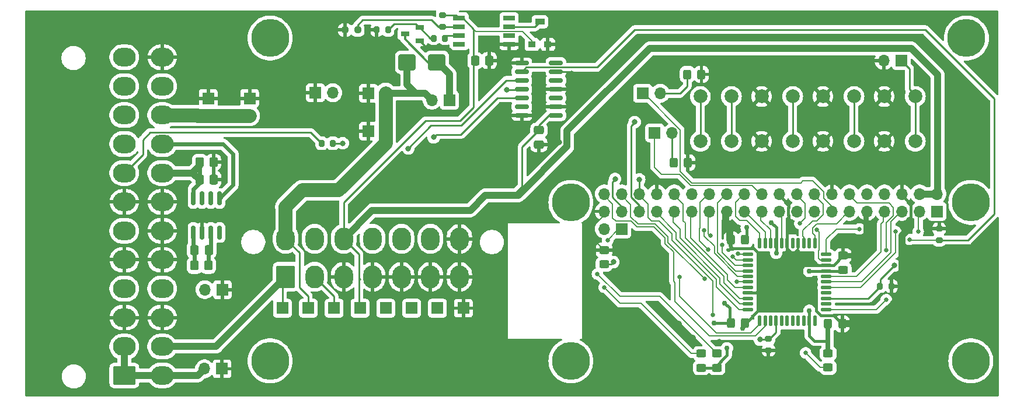
<source format=gbr>
%TF.GenerationSoftware,KiCad,Pcbnew,8.0.3*%
%TF.CreationDate,2024-11-03T20:58:56+01:00*%
%TF.ProjectId,Rev2_RGB2HDMI,52657632-5f52-4474-9232-48444d492e6b,rev?*%
%TF.SameCoordinates,Original*%
%TF.FileFunction,Copper,L2,Bot*%
%TF.FilePolarity,Positive*%
%FSLAX46Y46*%
G04 Gerber Fmt 4.6, Leading zero omitted, Abs format (unit mm)*
G04 Created by KiCad (PCBNEW 8.0.3) date 2024-11-03 20:58:56*
%MOMM*%
%LPD*%
G01*
G04 APERTURE LIST*
G04 Aperture macros list*
%AMRoundRect*
0 Rectangle with rounded corners*
0 $1 Rounding radius*
0 $2 $3 $4 $5 $6 $7 $8 $9 X,Y pos of 4 corners*
0 Add a 4 corners polygon primitive as box body*
4,1,4,$2,$3,$4,$5,$6,$7,$8,$9,$2,$3,0*
0 Add four circle primitives for the rounded corners*
1,1,$1+$1,$2,$3*
1,1,$1+$1,$4,$5*
1,1,$1+$1,$6,$7*
1,1,$1+$1,$8,$9*
0 Add four rect primitives between the rounded corners*
20,1,$1+$1,$2,$3,$4,$5,0*
20,1,$1+$1,$4,$5,$6,$7,0*
20,1,$1+$1,$6,$7,$8,$9,0*
20,1,$1+$1,$8,$9,$2,$3,0*%
G04 Aperture macros list end*
%TA.AperFunction,ComponentPad*%
%ADD10R,1.700000X1.700000*%
%TD*%
%TA.AperFunction,ComponentPad*%
%ADD11O,1.700000X1.700000*%
%TD*%
%TA.AperFunction,ComponentPad*%
%ADD12C,2.000000*%
%TD*%
%TA.AperFunction,ComponentPad*%
%ADD13C,5.500000*%
%TD*%
%TA.AperFunction,ComponentPad*%
%ADD14RoundRect,0.250001X1.399999X-1.099999X1.399999X1.099999X-1.399999X1.099999X-1.399999X-1.099999X0*%
%TD*%
%TA.AperFunction,ComponentPad*%
%ADD15O,3.300000X2.700000*%
%TD*%
%TA.AperFunction,SMDPad,CuDef*%
%ADD16RoundRect,0.200000X-0.200000X-0.275000X0.200000X-0.275000X0.200000X0.275000X-0.200000X0.275000X0*%
%TD*%
%TA.AperFunction,SMDPad,CuDef*%
%ADD17RoundRect,0.250000X0.450000X-0.325000X0.450000X0.325000X-0.450000X0.325000X-0.450000X-0.325000X0*%
%TD*%
%TA.AperFunction,SMDPad,CuDef*%
%ADD18RoundRect,0.250000X-0.325000X-0.450000X0.325000X-0.450000X0.325000X0.450000X-0.325000X0.450000X0*%
%TD*%
%TA.AperFunction,SMDPad,CuDef*%
%ADD19R,1.100000X0.900000*%
%TD*%
%TA.AperFunction,SMDPad,CuDef*%
%ADD20R,1.400000X0.900000*%
%TD*%
%TA.AperFunction,SMDPad,CuDef*%
%ADD21R,1.750000X0.650000*%
%TD*%
%TA.AperFunction,SMDPad,CuDef*%
%ADD22RoundRect,0.250000X-0.350000X-0.450000X0.350000X-0.450000X0.350000X0.450000X-0.350000X0.450000X0*%
%TD*%
%TA.AperFunction,SMDPad,CuDef*%
%ADD23RoundRect,0.250000X-0.337500X-0.475000X0.337500X-0.475000X0.337500X0.475000X-0.337500X0.475000X0*%
%TD*%
%TA.AperFunction,SMDPad,CuDef*%
%ADD24RoundRect,0.250000X-0.450000X0.325000X-0.450000X-0.325000X0.450000X-0.325000X0.450000X0.325000X0*%
%TD*%
%TA.AperFunction,ComponentPad*%
%ADD25O,2.700000X3.300000*%
%TD*%
%TA.AperFunction,ComponentPad*%
%ADD26RoundRect,0.250001X-1.099999X-1.399999X1.099999X-1.399999X1.099999X1.399999X-1.099999X1.399999X0*%
%TD*%
%TA.AperFunction,SMDPad,CuDef*%
%ADD27RoundRect,0.150000X-0.825000X-0.150000X0.825000X-0.150000X0.825000X0.150000X-0.825000X0.150000X0*%
%TD*%
%TA.AperFunction,SMDPad,CuDef*%
%ADD28RoundRect,0.237500X0.250000X0.237500X-0.250000X0.237500X-0.250000X-0.237500X0.250000X-0.237500X0*%
%TD*%
%TA.AperFunction,SMDPad,CuDef*%
%ADD29RoundRect,0.250000X-1.000000X-0.900000X1.000000X-0.900000X1.000000X0.900000X-1.000000X0.900000X0*%
%TD*%
%TA.AperFunction,SMDPad,CuDef*%
%ADD30RoundRect,0.137500X-0.600000X-0.137500X0.600000X-0.137500X0.600000X0.137500X-0.600000X0.137500X0*%
%TD*%
%TA.AperFunction,SMDPad,CuDef*%
%ADD31RoundRect,0.137500X-0.137500X-0.600000X0.137500X-0.600000X0.137500X0.600000X-0.137500X0.600000X0*%
%TD*%
%TA.AperFunction,SMDPad,CuDef*%
%ADD32RoundRect,0.200000X0.275000X-0.200000X0.275000X0.200000X-0.275000X0.200000X-0.275000X-0.200000X0*%
%TD*%
%TA.AperFunction,SMDPad,CuDef*%
%ADD33RoundRect,0.200000X0.200000X0.275000X-0.200000X0.275000X-0.200000X-0.275000X0.200000X-0.275000X0*%
%TD*%
%TA.AperFunction,SMDPad,CuDef*%
%ADD34RoundRect,0.150000X0.150000X-0.825000X0.150000X0.825000X-0.150000X0.825000X-0.150000X-0.825000X0*%
%TD*%
%TA.AperFunction,SMDPad,CuDef*%
%ADD35R,1.250000X0.650000*%
%TD*%
%TA.AperFunction,SMDPad,CuDef*%
%ADD36RoundRect,0.200000X-0.275000X0.200000X-0.275000X-0.200000X0.275000X-0.200000X0.275000X0.200000X0*%
%TD*%
%TA.AperFunction,SMDPad,CuDef*%
%ADD37RoundRect,0.250000X0.325000X0.450000X-0.325000X0.450000X-0.325000X-0.450000X0.325000X-0.450000X0*%
%TD*%
%TA.AperFunction,SMDPad,CuDef*%
%ADD38RoundRect,0.250000X0.475000X-0.337500X0.475000X0.337500X-0.475000X0.337500X-0.475000X-0.337500X0*%
%TD*%
%TA.AperFunction,ViaPad*%
%ADD39C,0.800000*%
%TD*%
%TA.AperFunction,ViaPad*%
%ADD40C,0.762000*%
%TD*%
%TA.AperFunction,ViaPad*%
%ADD41C,0.660400*%
%TD*%
%TA.AperFunction,Conductor*%
%ADD42C,0.203200*%
%TD*%
%TA.AperFunction,Conductor*%
%ADD43C,0.250000*%
%TD*%
%TA.AperFunction,Conductor*%
%ADD44C,1.000000*%
%TD*%
%TA.AperFunction,Conductor*%
%ADD45C,0.381000*%
%TD*%
%TA.AperFunction,Conductor*%
%ADD46C,1.016000*%
%TD*%
%TA.AperFunction,Conductor*%
%ADD47C,0.762000*%
%TD*%
%TA.AperFunction,Conductor*%
%ADD48C,2.000000*%
%TD*%
%TA.AperFunction,Conductor*%
%ADD49C,0.600000*%
%TD*%
%TA.AperFunction,Conductor*%
%ADD50C,0.635000*%
%TD*%
%TA.AperFunction,Conductor*%
%ADD51C,0.150000*%
%TD*%
%TA.AperFunction,Conductor*%
%ADD52C,0.350000*%
%TD*%
G04 APERTURE END LIST*
D10*
%TO.P,P1,1,P1*%
%TO.N,/3V3*%
X206694475Y-71144091D03*
D11*
%TO.P,P1,2,P2*%
%TO.N,/VCC*%
X206694475Y-68604091D03*
%TO.P,P1,3,P3*%
%TO.N,/GPIO2_Q00*%
X204154475Y-71144091D03*
%TO.P,P1,4,P4*%
%TO.N,/VCC*%
X204154475Y-68604091D03*
%TO.P,P1,5,P5*%
%TO.N,/GPIO3_Q01*%
X201614475Y-71144091D03*
%TO.P,P1,6,P6*%
%TO.N,GND*%
X201614475Y-68604091D03*
%TO.P,P1,7,P7*%
%TO.N,/GPIO4_Q02*%
X199074475Y-71144091D03*
%TO.P,P1,8,P8*%
%TO.N,/TxD*%
X199074475Y-68604091D03*
%TO.P,P1,9,P9*%
%TO.N,GND*%
X196534475Y-71144091D03*
%TO.P,P1,10,P10*%
%TO.N,/RxD*%
X196534475Y-68604091D03*
%TO.P,P1,11,P11*%
%TO.N,/GPIO17_psync*%
X193994475Y-71144091D03*
%TO.P,P1,12,P12*%
%TO.N,/GPIO18_Version*%
X193994475Y-68604091D03*
%TO.P,P1,13,P13*%
%TO.N,/GPIO27_genlock*%
X191454475Y-71144091D03*
%TO.P,P1,14,P14*%
%TO.N,GND*%
X191454475Y-68604091D03*
%TO.P,P1,15,P15*%
%TO.N,/GPIO22_analog*%
X188914475Y-71144091D03*
%TO.P,P1,16,P16*%
%TO.N,/GPIO23_csync*%
X188914475Y-68604091D03*
%TO.P,P1,17,P17*%
%TO.N,/3V3*%
X186374475Y-71144091D03*
%TO.P,P1,18,P18*%
%TO.N,/GPIO24_mux*%
X186374475Y-68604091D03*
%TO.P,P1,19,P19*%
%TO.N,/GPIO10_Q08*%
X183834475Y-71144091D03*
%TO.P,P1,20,P20*%
%TO.N,GND*%
X183834475Y-68604091D03*
%TO.P,P1,21,P21*%
%TO.N,/GPIO9_Q07*%
X181294475Y-71144091D03*
%TO.P,P1,22,P22*%
%TO.N,/GPIO25_mode7*%
X181294475Y-68604091D03*
%TO.P,P1,23,P23*%
%TO.N,/GPIO11_Q09*%
X178754475Y-71144091D03*
%TO.P,P1,24,P24*%
%TO.N,/GPIO8_Q06*%
X178754475Y-68604091D03*
%TO.P,P1,25,P25*%
%TO.N,GND*%
X176214475Y-71144091D03*
%TO.P,P1,26,P26*%
%TO.N,/GPIO7_Q05*%
X176214475Y-68604091D03*
%TO.P,P1,27,P27*%
%TO.N,/GPIO0_sp_data*%
X173674475Y-71144091D03*
%TO.P,P1,28,P28*%
%TO.N,/GPIO1_sp_clken*%
X173674475Y-68604091D03*
%TO.P,P1,29,P29*%
%TO.N,/GPIO5_Q03*%
X171134475Y-71144091D03*
%TO.P,P1,30,P30*%
%TO.N,GND*%
X171134475Y-68604091D03*
%TO.P,P1,31,P31*%
%TO.N,/GPIO6_Q04*%
X168594475Y-71144091D03*
%TO.P,P1,32,P32*%
%TO.N,/GPIO12_Q10*%
X168594475Y-68604091D03*
%TO.P,P1,33,P33*%
%TO.N,/GPIO13_Q11*%
X166054475Y-71144091D03*
%TO.P,P1,34,P34*%
%TO.N,GND*%
X166054475Y-68604091D03*
%TO.P,P1,35,P35*%
%TO.N,/GPIO19*%
X163514475Y-71144091D03*
%TO.P,P1,36,P36*%
%TO.N,/GPIO16*%
X163514475Y-68604091D03*
%TO.P,P1,37,P37*%
%TO.N,/GPIO26*%
X160974475Y-71144091D03*
%TO.P,P1,38,P38*%
%TO.N,/GPIO20_sp_clk*%
X160974475Y-68604091D03*
%TO.P,P1,39,P39*%
%TO.N,GND*%
X158434475Y-71144091D03*
%TO.P,P1,40,P40*%
%TO.N,/GPIO21_clk*%
X158434475Y-68604091D03*
%TD*%
D10*
%TO.P,J10,1,Pin_1*%
%TO.N,/GPIO25_mode7*%
X165750000Y-59750000D03*
D11*
%TO.P,J10,2,Pin_2*%
%TO.N,Net-(D2-K)*%
X168290000Y-59750000D03*
%TD*%
D12*
%TO.P,SW2,1,1*%
%TO.N,GND*%
X190138402Y-60962202D03*
X190138402Y-54462202D03*
%TO.P,SW2,2,2*%
%TO.N,/GPIO26*%
X194638402Y-60962202D03*
X194638402Y-54462202D03*
%TD*%
%TO.P,SW4,1,1*%
%TO.N,Net-(P4-P2)*%
X172358402Y-60962202D03*
X172358402Y-54462202D03*
%TO.P,SW4,2,2*%
%TO.N,Net-(P4-P1)*%
X176858402Y-60962202D03*
X176858402Y-54462202D03*
%TD*%
D11*
%TO.P,J11,2,Pin_2*%
%TO.N,+3V3*%
X100460000Y-94000000D03*
D10*
%TO.P,J11,1,Pin_1*%
%TO.N,GND*%
X103000000Y-94000000D03*
%TD*%
%TO.P,J6,1,Pin_1*%
%TO.N,GND*%
X116540925Y-53913025D03*
D11*
%TO.P,J6,2,Pin_2*%
%TO.N,Net-(D4-A)*%
X119080925Y-53913025D03*
%TD*%
D10*
%TO.P,J4,1,Pin_1*%
%TO.N,GND*%
X124250000Y-53985025D03*
D11*
%TO.P,J4,2,Pin_2*%
%TO.N,+12V*%
X126790000Y-53985025D03*
%TD*%
D10*
%TO.P,J9,1,Pin_1*%
%TO.N,GND*%
X107000000Y-54725000D03*
D11*
%TO.P,J9,2,Pin_2*%
%TO.N,/VCC*%
X107000000Y-57265000D03*
%TD*%
D13*
%TO.P,H1,1*%
%TO.N,N/C*%
X153590000Y-92850000D03*
%TD*%
D12*
%TO.P,SW3,1,1*%
%TO.N,GND*%
X181248402Y-60962202D03*
X181248402Y-54462202D03*
%TO.P,SW3,2,2*%
%TO.N,/GPIO19*%
X185748402Y-60962202D03*
X185748402Y-54462202D03*
%TD*%
D14*
%TO.P,J1,1,1*%
%TO.N,+3V3*%
X88829925Y-94965025D03*
D15*
%TO.P,J1,2,2*%
X88829925Y-90765025D03*
%TO.P,J1,3,3*%
%TO.N,GND*%
X88829925Y-86565025D03*
%TO.P,J1,4,4*%
%TO.N,/VCC*%
X88829925Y-82365025D03*
%TO.P,J1,5,5*%
%TO.N,GND*%
X88829925Y-78165025D03*
%TO.P,J1,6,6*%
%TO.N,/VCC*%
X88829925Y-73965025D03*
%TO.P,J1,7,7*%
%TO.N,GND*%
X88829925Y-69765025D03*
%TO.P,J1,8,8*%
%TO.N,PGOOD*%
X88829925Y-65565025D03*
%TO.P,J1,9,9*%
%TO.N,unconnected-(J1-Pad9)*%
X88829925Y-61365025D03*
%TO.P,J1,10,10*%
%TO.N,+12V*%
X88829925Y-57165025D03*
%TO.P,J1,11,11*%
X88829925Y-52965025D03*
%TO.P,J1,12,12*%
%TO.N,+3V3*%
X88829925Y-48765025D03*
%TO.P,J1,13,13*%
X94329925Y-94965025D03*
%TO.P,J1,14,14*%
%TO.N,-12V*%
X94329925Y-90765025D03*
%TO.P,J1,15,15*%
%TO.N,GND*%
X94329925Y-86565025D03*
%TO.P,J1,16,16*%
%TO.N,Net-(J13-Pin_2)*%
X94329925Y-82365025D03*
%TO.P,J1,17,17*%
%TO.N,GND*%
X94329925Y-78165025D03*
%TO.P,J1,18,18*%
X94329925Y-73965025D03*
%TO.P,J1,19,19*%
X94329925Y-69765025D03*
%TO.P,J1,20,20*%
%TO.N,-5V*%
X94329925Y-65565025D03*
%TO.P,J1,21,21*%
%TO.N,/VCC*%
X94329925Y-61365025D03*
%TO.P,J1,22,22*%
X94329925Y-57165025D03*
%TO.P,J1,23,23*%
X94329925Y-52965025D03*
%TO.P,J1,24,24*%
%TO.N,GND*%
X94329925Y-48765025D03*
%TD*%
D13*
%TO.P,H1,1*%
%TO.N,N/C*%
X211590000Y-69850000D03*
%TD*%
D10*
%TO.P,J13,1,Pin_1*%
%TO.N,GND*%
X103040000Y-82500000D03*
D11*
%TO.P,J13,2,Pin_2*%
%TO.N,Net-(J13-Pin_2)*%
X100500000Y-82500000D03*
%TD*%
D10*
%TO.P,J8,1,Pin_1*%
%TO.N,GND*%
X124225000Y-59500000D03*
D11*
%TO.P,J8,2,Pin_2*%
%TO.N,+12V*%
X126765000Y-59500000D03*
%TD*%
D10*
%TO.P,P4,1,P1*%
%TO.N,Net-(P4-P1)*%
X160974475Y-73684091D03*
D11*
%TO.P,P4,2,P2*%
%TO.N,Net-(P4-P2)*%
X158434475Y-73684091D03*
%TD*%
D13*
%TO.P,H1,1*%
%TO.N,N/C*%
X153590000Y-69850000D03*
%TD*%
D12*
%TO.P,SW1,1,1*%
%TO.N,GND*%
X199028402Y-60962202D03*
X199028402Y-54462202D03*
%TO.P,SW1,2,2*%
%TO.N,/GPIO16*%
X203528402Y-60962202D03*
X203528402Y-54462202D03*
%TD*%
D10*
%TO.P,J7,1,Pin_1*%
%TO.N,/GPIO27_genlock*%
X164000000Y-54000000D03*
D11*
%TO.P,J7,2,Pin_2*%
%TO.N,Net-(D1-K)*%
X166540000Y-54000000D03*
%TD*%
D10*
%TO.P,REF\u002A\u002A,1*%
%TO.N,/VCC*%
X123000000Y-85197848D03*
%TD*%
%TO.P,REF\u002A\u002A,1*%
%TO.N,/I_SYNC*%
X130500000Y-85197848D03*
%TD*%
%TO.P,J3,1,Pin_1*%
%TO.N,/GPIO16*%
X201525000Y-49250000D03*
D11*
%TO.P,J3,2,Pin_2*%
%TO.N,GND*%
X198985000Y-49250000D03*
%TD*%
D10*
%TO.P,REF\u002A\u002A,1*%
%TO.N,/VSYNC*%
X126750000Y-85197848D03*
%TD*%
%TO.P,J12,1,Pin_1*%
%TO.N,Net-(D3-A)*%
X135975000Y-55000000D03*
D11*
%TO.P,J12,2,Pin_2*%
%TO.N,+12V*%
X133435000Y-55000000D03*
%TD*%
D10*
%TO.P,REF\u002A\u002A,1*%
%TO.N,-12V*%
X111750000Y-85197848D03*
%TD*%
%TO.P,REF\u002A\u002A,1*%
%TO.N,/I_G3*%
X134250000Y-85197848D03*
%TD*%
D13*
%TO.P,H1,1*%
%TO.N,N/C*%
X210959925Y-45985025D03*
%TD*%
%TO.P,H1,1*%
%TO.N,N/C*%
X109959925Y-45985025D03*
%TD*%
%TO.P,H1,1*%
%TO.N,N/C*%
X109959925Y-92850000D03*
%TD*%
D10*
%TO.P,REF\u002A\u002A,1*%
%TO.N,-5V*%
X119250000Y-85197848D03*
%TD*%
%TO.P,REF\u002A\u002A,1*%
%TO.N,GND*%
X138000000Y-85197848D03*
%TD*%
D13*
%TO.P,H1,1*%
%TO.N,N/C*%
X211590000Y-92850000D03*
%TD*%
D10*
%TO.P,J5,1,Pin_1*%
%TO.N,GND*%
X101000000Y-54725000D03*
D11*
%TO.P,J5,2,Pin_2*%
%TO.N,/VCC*%
X101000000Y-57265000D03*
%TD*%
D10*
%TO.P,REF\u002A\u002A,1*%
%TO.N,+12V*%
X115500000Y-85197848D03*
%TD*%
D16*
%TO.P,R10,1*%
%TO.N,PGOOD*%
X117425000Y-61250000D03*
%TO.P,R10,2*%
%TO.N,Net-(D4-A)*%
X119075000Y-61250000D03*
%TD*%
D17*
%TO.P,R3,1*%
%TO.N,/3V3*%
X172508925Y-93840025D03*
%TO.P,R3,2*%
%TO.N,/GPIO19*%
X172508925Y-91790025D03*
%TD*%
D18*
%TO.P,C1,1*%
%TO.N,/3V3*%
X176817925Y-87354025D03*
%TO.P,C1,2*%
%TO.N,GND*%
X178867925Y-87354025D03*
%TD*%
D19*
%TO.P,VR1,1,CCW*%
%TO.N,/VCC*%
X147950000Y-46900000D03*
D20*
%TO.P,VR1,2,WI[ER*%
%TO.N,Net-(U3-PB3)*%
X149100000Y-43600000D03*
D19*
%TO.P,VR1,3,CW*%
%TO.N,GND*%
X150250000Y-46900000D03*
%TD*%
D21*
%TO.P,U3,1,PB5*%
%TO.N,unconnected-(U3-PB5-Pad1)*%
X144625000Y-43095000D03*
%TO.P,U3,2,PB3*%
%TO.N,Net-(U3-PB3)*%
X144625000Y-44365000D03*
%TO.P,U3,3,PB4*%
%TO.N,unconnected-(U3-PB4-Pad3)*%
X144625000Y-45635000D03*
%TO.P,U3,4,GND*%
%TO.N,GND*%
X144625000Y-46905000D03*
%TO.P,U3,5,PB0*%
%TO.N,unconnected-(U3-PB0-Pad5)*%
X137375000Y-46905000D03*
%TO.P,U3,6,PB1*%
%TO.N,Net-(U3-PB1)*%
X137375000Y-45635000D03*
%TO.P,U3,7,PB2*%
%TO.N,Net-(U3-PB2)*%
X137375000Y-44365000D03*
%TO.P,U3,8,VCC*%
%TO.N,/VCC*%
X137375000Y-43095000D03*
%TD*%
D18*
%TO.P,C4,1*%
%TO.N,/3V3*%
X190889525Y-87481025D03*
%TO.P,C4,2*%
%TO.N,GND*%
X192939525Y-87481025D03*
%TD*%
D22*
%TO.P,R14,1*%
%TO.N,-5V*%
X99750000Y-64000000D03*
%TO.P,R14,2*%
%TO.N,GND*%
X101750000Y-64000000D03*
%TD*%
D23*
%TO.P,C7,1*%
%TO.N,-5V*%
X99712500Y-66500000D03*
%TO.P,C7,2*%
%TO.N,GND*%
X101787500Y-66500000D03*
%TD*%
D17*
%TO.P,R7,1*%
%TO.N,/GPIO0_sp_data*%
X158409265Y-78815925D03*
%TO.P,R7,2*%
%TO.N,GND*%
X158409265Y-76765925D03*
%TD*%
D24*
%TO.P,R1,1*%
%TO.N,/3V3*%
X190893325Y-91755625D03*
%TO.P,R1,2*%
%TO.N,/GPIO16*%
X190893325Y-93805625D03*
%TD*%
D25*
%TO.P,J2,1,Pin_1*%
%TO.N,GND*%
X137431552Y-80630000D03*
%TO.P,J2,2,Pin_2*%
X133231552Y-80630000D03*
%TO.P,J2,3,Pin_3*%
X129031552Y-80630000D03*
%TO.P,J2,4,Pin_4*%
X124831552Y-80630000D03*
%TO.P,J2,5,Pin_5*%
X120631552Y-80630000D03*
%TO.P,J2,6,Pin_6*%
%TO.N,-5V*%
X116431552Y-80630000D03*
D26*
%TO.P,J2,7,Pin_7*%
%TO.N,-12V*%
X112231552Y-80630000D03*
D25*
%TO.P,J2,8,Pin_8*%
%TO.N,GND*%
X137431552Y-75130000D03*
%TO.P,J2,9,Pin_9*%
%TO.N,/I_G3*%
X133231552Y-75130000D03*
%TO.P,J2,10,Pin_10*%
%TO.N,/I_SYNC*%
X129031552Y-75130000D03*
%TO.P,J2,11,Pin_11*%
%TO.N,/VSYNC*%
X124831552Y-75130000D03*
%TO.P,J2,12,Pin_12*%
%TO.N,/VCC*%
X120631552Y-75130000D03*
%TO.P,J2,13,Pin_13*%
X116431552Y-75130000D03*
%TO.P,J2,14,Pin_14*%
%TO.N,+12V*%
X112231552Y-75130000D03*
%TD*%
D27*
%TO.P,U2,1*%
%TO.N,GND*%
X146476402Y-57212202D03*
%TO.P,U2,2*%
%TO.N,unconnected-(U2-Pad2)*%
X146476402Y-55942202D03*
%TO.P,U2,3*%
%TO.N,/I_G3*%
X146476402Y-54672202D03*
%TO.P,U2,4*%
%TO.N,/G3*%
X146476402Y-53402202D03*
%TO.P,U2,5*%
%TO.N,/I_SYNC*%
X146476402Y-52132202D03*
%TO.P,U2,6*%
%TO.N,/SYNC*%
X146476402Y-50862202D03*
%TO.P,U2,7,GND*%
%TO.N,GND*%
X146476402Y-49592202D03*
%TO.P,U2,8*%
%TO.N,unconnected-(U2-Pad8)*%
X151426402Y-49592202D03*
%TO.P,U2,9*%
%TO.N,GND*%
X151426402Y-50862202D03*
%TO.P,U2,10*%
%TO.N,unconnected-(U2-Pad10)*%
X151426402Y-52132202D03*
%TO.P,U2,11*%
%TO.N,GND*%
X151426402Y-53402202D03*
%TO.P,U2,12*%
%TO.N,unconnected-(U2-Pad12)*%
X151426402Y-54672202D03*
%TO.P,U2,13*%
%TO.N,GND*%
X151426402Y-55942202D03*
%TO.P,U2,14,VCC*%
%TO.N,/VCC*%
X151426402Y-57212202D03*
%TD*%
D23*
%TO.P,C8,1*%
%TO.N,Net-(U4-C-)*%
X99000000Y-76750000D03*
%TO.P,C8,2*%
%TO.N,Net-(U4-C+)*%
X101075000Y-76750000D03*
%TD*%
%TO.P,C6,1*%
%TO.N,/VCC*%
X139675000Y-49250000D03*
%TO.P,C6,2*%
%TO.N,GND*%
X141750000Y-49250000D03*
%TD*%
D18*
%TO.P,R4,1*%
%TO.N,Net-(D1-K)*%
X170475000Y-51250000D03*
%TO.P,R4,2*%
%TO.N,GND*%
X172525000Y-51250000D03*
%TD*%
D28*
%TO.P,TH1,1*%
%TO.N,Net-(U3-PB2)*%
X122662500Y-44800000D03*
%TO.P,TH1,2*%
%TO.N,GND*%
X120837500Y-44800000D03*
%TD*%
D29*
%TO.P,D3,1,K*%
%TO.N,+12V*%
X129850000Y-49500000D03*
%TO.P,D3,2,A*%
%TO.N,Net-(D3-A)*%
X134150000Y-49500000D03*
%TD*%
D16*
%TO.P,R12,1*%
%TO.N,GND*%
X125425000Y-44800000D03*
%TO.P,R12,2*%
%TO.N,Net-(Q1-G)*%
X127075000Y-44800000D03*
%TD*%
D30*
%TO.P,U1,1,F1M14/GCK3*%
%TO.N,/GPIO13_Q11*%
X179292425Y-85385025D03*
%TO.P,U1,2,F1M15*%
%TO.N,/GPIO6_Q04*%
X179292425Y-84585025D03*
%TO.P,U1,3,F1M17*%
%TO.N,/GPIO12_Q10*%
X179292425Y-83785025D03*
%TO.P,U1,4,GND*%
%TO.N,GND*%
X179292425Y-82985025D03*
%TO.P,U1,5,F3M2*%
%TO.N,/GPIO5_Q03*%
X179292425Y-82185025D03*
%TO.P,U1,6,F3M5*%
%TO.N,/CLKEN*%
X179292425Y-81385025D03*
%TO.P,U1,7,F3M8*%
%TO.N,/SPDATA*%
X179292425Y-80585025D03*
%TO.P,U1,8,F3M9*%
%TO.N,/GPIO7_Q05*%
X179292425Y-79785025D03*
%TO.P,U1,9,TDI*%
%TO.N,/GPIO0_sp_data*%
X179292425Y-78985025D03*
%TO.P,U1,10,TMS*%
%TO.N,/GPIO1_sp_clken*%
X179292425Y-78185025D03*
%TO.P,U1,11,TCK*%
%TO.N,/GPIO20_sp_clk*%
X179292425Y-77385025D03*
D31*
%TO.P,U1,12,F3M11*%
%TO.N,/GPIO8_Q06*%
X180954925Y-75722525D03*
%TO.P,U1,13,F3M14*%
%TO.N,/GPIO11_Q09*%
X181754925Y-75722525D03*
%TO.P,U1,14,F3M15*%
%TO.N,/GPIO9_Q07*%
X182554925Y-75722525D03*
%TO.P,U1,15,VCCINT*%
%TO.N,/3V3*%
X183354925Y-75722525D03*
%TO.P,U1,16,F3M17*%
%TO.N,/GPIO10_Q08*%
X184154925Y-75722525D03*
%TO.P,U1,17,GND*%
%TO.N,GND*%
X184954925Y-75722525D03*
%TO.P,U1,18,F3M16*%
%TO.N,/B0*%
X185754925Y-75722525D03*
%TO.P,U1,19,F4M2*%
%TO.N,GND*%
X186554925Y-75722525D03*
%TO.P,U1,20,F4M5*%
%TO.N,/GPIO23_csync*%
X187354925Y-75722525D03*
%TO.P,U1,21,F4M8*%
%TO.N,/R0*%
X188154925Y-75722525D03*
%TO.P,U1,22,F4M11*%
%TO.N,/GPIO17_psync*%
X188954925Y-75722525D03*
D30*
%TO.P,U1,23,F4M14*%
%TO.N,/SYNC*%
X190617425Y-77385025D03*
%TO.P,U1,24,TDO*%
%TO.N,/GPIO24_mux*%
X190617425Y-78185025D03*
%TO.P,U1,25,GND*%
%TO.N,GND*%
X190617425Y-78985025D03*
%TO.P,U1,26,VCCIO*%
%TO.N,/3V3*%
X190617425Y-79785025D03*
%TO.P,U1,27,F4M15*%
%TO.N,/GPIO4_Q02*%
X190617425Y-80585025D03*
%TO.P,U1,28,F4M17*%
%TO.N,/GPIO3_Q01*%
X190617425Y-81385025D03*
%TO.P,U1,29,F2M2*%
%TO.N,/GPIO2_Q00*%
X190617425Y-82185025D03*
%TO.P,U1,30,F2M5*%
%TO.N,/B3*%
X190617425Y-82985025D03*
%TO.P,U1,31,F2M6*%
%TO.N,/G3*%
X190617425Y-83785025D03*
%TO.P,U1,32,F2M8*%
%TO.N,/R3*%
X190617425Y-84585025D03*
%TO.P,U1,33,F2M9/GSR*%
%TO.N,/GPIO18_Version*%
X190617425Y-85385025D03*
D31*
%TO.P,U1,34,F2M11/GTS2*%
%TO.N,/R2*%
X188954925Y-87047525D03*
%TO.P,U1,35,VCCINT*%
%TO.N,/3V3*%
X188154925Y-87047525D03*
%TO.P,U1,36,F2M14/GTS1*%
%TO.N,/G2*%
X187354925Y-87047525D03*
%TO.P,U1,37,F2M15*%
%TO.N,/B2*%
X186554925Y-87047525D03*
%TO.P,U1,38,F2M17*%
%TO.N,/B1*%
X185754925Y-87047525D03*
%TO.P,U1,39,F1M2*%
%TO.N,/R1*%
X184954925Y-87047525D03*
%TO.P,U1,40,F1M5*%
%TO.N,/G1*%
X184154925Y-87047525D03*
%TO.P,U1,41,F1M6*%
%TO.N,/VSYNC*%
X183354925Y-87047525D03*
%TO.P,U1,42,F1M8*%
%TO.N,/G0*%
X182554925Y-87047525D03*
%TO.P,U1,43,F1M9/GCK1*%
%TO.N,/GPIO21_clk*%
X181754925Y-87047525D03*
%TO.P,U1,44,F1M11/GCK2*%
%TO.N,/SPCLK*%
X180954925Y-87047525D03*
%TD*%
D17*
%TO.P,R2,1*%
%TO.N,/3V3*%
X174782225Y-93840025D03*
%TO.P,R2,2*%
%TO.N,/GPIO26*%
X174782225Y-91790025D03*
%TD*%
D32*
%TO.P,R8,1*%
%TO.N,GND*%
X182250000Y-91325000D03*
%TO.P,R8,2*%
%TO.N,/VSYNC*%
X182250000Y-89675000D03*
%TD*%
D22*
%TO.P,R15,1*%
%TO.N,Net-(U4-C-)*%
X99000000Y-79000000D03*
%TO.P,R15,2*%
%TO.N,Net-(U4-C+)*%
X101000000Y-79000000D03*
%TD*%
D33*
%TO.P,R11,1*%
%TO.N,Net-(U3-PB1)*%
X135325000Y-46000000D03*
%TO.P,R11,2*%
%TO.N,Net-(Q1-G)*%
X133675000Y-46000000D03*
%TD*%
D34*
%TO.P,U4,1,FC*%
%TO.N,unconnected-(U4-FC-Pad1)*%
X102655000Y-74225000D03*
%TO.P,U4,2,C+*%
%TO.N,Net-(U4-C+)*%
X101385000Y-74225000D03*
%TO.P,U4,3,GND*%
%TO.N,GND*%
X100115000Y-74225000D03*
%TO.P,U4,4,C-*%
%TO.N,Net-(U4-C-)*%
X98845000Y-74225000D03*
%TO.P,U4,5,OUT*%
%TO.N,-5V*%
X98845000Y-69275000D03*
%TO.P,U4,6,LV*%
%TO.N,unconnected-(U4-LV-Pad6)*%
X100115000Y-69275000D03*
%TO.P,U4,7,OSC*%
%TO.N,unconnected-(U4-OSC-Pad7)*%
X101385000Y-69275000D03*
%TO.P,U4,8,VIN*%
%TO.N,/VCC*%
X102655000Y-69275000D03*
%TD*%
D32*
%TO.P,R9,1*%
%TO.N,/SYNC*%
X207000000Y-75325000D03*
%TO.P,R9,2*%
%TO.N,GND*%
X207000000Y-73675000D03*
%TD*%
D18*
%TO.P,R5,1*%
%TO.N,Net-(D2-K)*%
X168503402Y-64062202D03*
%TO.P,R5,2*%
%TO.N,GND*%
X170553402Y-64062202D03*
%TD*%
D35*
%TO.P,Q1,1,G*%
%TO.N,Net-(Q1-G)*%
X131650000Y-44450000D03*
%TO.P,Q1,2,S*%
%TO.N,GND*%
X131650000Y-46350000D03*
%TO.P,Q1,3,D*%
%TO.N,Net-(D3-A)*%
X129550000Y-45400000D03*
%TD*%
D17*
%TO.P,C2,1*%
%TO.N,/3V3*%
X193082925Y-79616025D03*
%TO.P,C2,2*%
%TO.N,GND*%
X193082925Y-77566025D03*
%TD*%
D36*
%TO.P,R13,1*%
%TO.N,/VCC*%
X135000000Y-42675000D03*
%TO.P,R13,2*%
%TO.N,Net-(U3-PB2)*%
X135000000Y-44325000D03*
%TD*%
D16*
%TO.P,R6,1*%
%TO.N,/G3*%
X198425000Y-82000000D03*
%TO.P,R6,2*%
%TO.N,GND*%
X200075000Y-82000000D03*
%TD*%
D37*
%TO.P,C3,1*%
%TO.N,/3V3*%
X178867925Y-75289025D03*
%TO.P,C3,2*%
%TO.N,GND*%
X176817925Y-75289025D03*
%TD*%
D38*
%TO.P,C5,1*%
%TO.N,GND*%
X148951402Y-61439702D03*
%TO.P,C5,2*%
%TO.N,/VCC*%
X148951402Y-59364702D03*
%TD*%
D39*
%TO.N,GND*%
X148951402Y-56652202D03*
X137500000Y-49000000D03*
X153701402Y-51152202D03*
D40*
X178490625Y-88077925D03*
D39*
X175148225Y-90051091D03*
X178848225Y-90451091D03*
X143250000Y-49000000D03*
X153701402Y-53902202D03*
X169248225Y-87451091D03*
X153800000Y-48000000D03*
X151951402Y-61152202D03*
X151951402Y-64902202D03*
X171280000Y-89480000D03*
%TO.N,/VSYNC*%
X181000000Y-89750000D03*
%TO.N,/G3*%
X144250000Y-53500000D03*
X200504127Y-79000000D03*
D41*
%TO.N,/SYNC*%
X202704325Y-75212825D03*
X195414525Y-73688825D03*
%TO.N,/GPIO0_sp_data*%
X173799125Y-74679429D03*
D39*
X159750000Y-78500000D03*
D41*
X175551725Y-76051025D03*
D40*
%TO.N,/3V3*%
X174367141Y-87362709D03*
X176242725Y-91000000D03*
X175899825Y-84496527D03*
X188164925Y-85555025D03*
X182638325Y-72774425D03*
X179087525Y-73511025D03*
X188155325Y-79810225D03*
X183364925Y-77155025D03*
D41*
%TO.N,/GPIO16*%
X187616725Y-91697425D03*
D39*
X163500000Y-66500000D03*
D41*
X174185325Y-86211025D03*
D39*
%TO.N,/GPIO19*%
X162838893Y-58168893D03*
D41*
X158406725Y-82156725D03*
%TO.N,/CLKEN*%
X177634525Y-81385025D03*
%TO.N,/SPDATA*%
X172889925Y-73892025D03*
%TO.N,/GPIO1_sp_clken*%
X173501438Y-76653512D03*
X177050325Y-77676625D03*
%TO.N,/GPIO20_sp_clk*%
X172959012Y-80955138D03*
X177842925Y-77321025D03*
%TO.N,/GPIO24_mux*%
X186803925Y-72901425D03*
X189267725Y-73841225D03*
%TO.N,/GPIO2_Q00*%
X200672335Y-74095225D03*
X203951525Y-74072425D03*
%TO.N,/GPIO18_Version*%
X199326125Y-83975825D03*
X199300725Y-76736825D03*
%TO.N,/SPCLK*%
X169379525Y-80648425D03*
%TO.N,/GPIO26*%
X157441525Y-80242025D03*
D39*
X160000000Y-66451100D03*
%TO.N,Net-(D4-A)*%
X120500000Y-61250000D03*
D41*
%TO.N,Net-(P4-P1)*%
X158940125Y-75314425D03*
D39*
%TO.N,/I_SYNC*%
X130000000Y-62000000D03*
%TO.N,/I_G3*%
X133690925Y-60390025D03*
%TD*%
D42*
%TO.N,/GPIO27_genlock*%
X191454475Y-70454475D02*
X191454475Y-71144091D01*
X190250000Y-69250000D02*
X191454475Y-70454475D01*
X190250000Y-68311007D02*
X190250000Y-69250000D01*
X187233224Y-66732425D02*
X188671418Y-66732425D01*
X188671418Y-66732425D02*
X190250000Y-68311007D01*
X186965649Y-67000000D02*
X187233224Y-66732425D01*
X169460002Y-65313806D02*
X171146196Y-67000000D01*
X171146196Y-67000000D02*
X186965649Y-67000000D01*
X169460002Y-59291393D02*
X169460002Y-65313806D01*
X164168609Y-54000000D02*
X169460002Y-59291393D01*
X164000000Y-54000000D02*
X164168609Y-54000000D01*
D43*
%TO.N,Net-(D1-K)*%
X169430604Y-54000000D02*
X166540000Y-54000000D01*
X170475000Y-52955604D02*
X169430604Y-54000000D01*
X170475000Y-51250000D02*
X170475000Y-52955604D01*
D44*
%TO.N,+3V3*%
X99494975Y-94965025D02*
X100460000Y-94000000D01*
X94329925Y-94965025D02*
X99494975Y-94965025D01*
D43*
%TO.N,PGOOD*%
X115865025Y-59690025D02*
X117425000Y-61250000D01*
X91500000Y-60750000D02*
X92559975Y-59690025D01*
X91500000Y-62894950D02*
X91500000Y-60750000D01*
X88829925Y-65565025D02*
X91500000Y-62894950D01*
X92559975Y-59690025D02*
X115865025Y-59690025D01*
D42*
%TO.N,GND*%
X156933525Y-73206225D02*
X156933525Y-75290185D01*
D45*
X182554925Y-78985025D02*
X184954925Y-78985025D01*
X184954925Y-78985025D02*
X184954925Y-78845025D01*
X185133975Y-70630259D02*
X185148225Y-70616009D01*
D43*
X153411402Y-50862202D02*
X153701402Y-51152202D01*
X186554925Y-76460024D02*
X186554925Y-75722525D01*
D45*
X191664925Y-78985025D02*
X184954925Y-78985025D01*
X185148225Y-71672173D02*
X185133975Y-71657923D01*
X193082925Y-77567025D02*
X191664925Y-78985025D01*
D43*
X131650000Y-46350000D02*
X132800000Y-47500000D01*
D45*
X177080925Y-76559025D02*
X180128925Y-76559025D01*
X178867925Y-87700625D02*
X178490625Y-88077925D01*
D42*
X158284925Y-71225025D02*
X158284925Y-71854825D01*
D45*
X196384925Y-71225025D02*
X196384925Y-71479025D01*
D43*
X186014949Y-77000000D02*
X186554925Y-76460024D01*
D42*
X156933525Y-75290185D02*
X158409265Y-76765925D01*
D45*
X178867925Y-87354025D02*
X178867925Y-87700625D01*
X176592925Y-75289025D02*
X176592925Y-76071025D01*
D46*
X176064925Y-72749025D02*
X176592925Y-73277025D01*
D45*
X202854975Y-70075075D02*
X202854975Y-72374975D01*
X180814925Y-85525025D02*
X180814925Y-82985025D01*
D47*
X193082925Y-77566025D02*
X195936725Y-77566025D01*
D43*
X184954925Y-76460024D02*
X185494901Y-77000000D01*
D45*
X182160925Y-81639025D02*
X180814925Y-82985025D01*
D46*
X176592925Y-73277025D02*
X176592925Y-75289025D01*
D45*
X176592925Y-76071025D02*
X177080925Y-76559025D01*
X188129925Y-81639025D02*
X182160925Y-81639025D01*
X179092925Y-87354025D02*
X179092925Y-87247025D01*
X185148225Y-72891209D02*
X185148225Y-71672173D01*
D46*
X202734925Y-72495025D02*
X202734925Y-73497711D01*
D45*
X193316925Y-87735025D02*
X193209925Y-87735025D01*
X185148225Y-70148325D02*
X183684925Y-68685025D01*
D43*
X132800000Y-47500000D02*
X136000000Y-47500000D01*
D45*
X180814925Y-82985025D02*
X179104925Y-82985025D01*
D43*
X185494901Y-77000000D02*
X186014949Y-77000000D01*
X184954925Y-75722525D02*
X184954925Y-76460024D01*
D45*
X189831725Y-86261825D02*
X189145925Y-85576025D01*
D46*
X201612127Y-83332699D02*
X198788663Y-86156163D01*
D43*
X136000000Y-47500000D02*
X137500000Y-49000000D01*
D45*
X189145925Y-82655025D02*
X188129925Y-81639025D01*
D46*
X197463801Y-87481025D02*
X198788663Y-86156163D01*
D45*
X191736725Y-86261825D02*
X189831725Y-86261825D01*
X184954925Y-73084509D02*
X185148225Y-72891209D01*
D43*
X148951402Y-56652202D02*
X149661402Y-55942202D01*
X149661402Y-55942202D02*
X151426402Y-55942202D01*
D47*
X196384925Y-72427106D02*
X196384925Y-71225025D01*
D45*
X185133975Y-71657923D02*
X185133975Y-70630259D01*
D43*
X88829925Y-70412425D02*
X88829925Y-70482425D01*
D45*
X184954925Y-78845025D02*
X184954925Y-73084509D01*
X201464925Y-68685025D02*
X202854975Y-70075075D01*
D43*
X146416402Y-57152202D02*
X146476402Y-57212202D01*
D46*
X192939525Y-87481025D02*
X197463801Y-87481025D01*
D47*
X195936725Y-77566025D02*
X196384925Y-77117825D01*
X196384925Y-77117825D02*
X196384925Y-72427106D01*
D45*
X179092925Y-87247025D02*
X180814925Y-85525025D01*
X193082925Y-77341025D02*
X193082925Y-77567025D01*
X180128925Y-76559025D02*
X182554925Y-78985025D01*
X184954925Y-78845025D02*
X182160925Y-81639025D01*
X202854975Y-72374975D02*
X202734925Y-72495025D01*
D42*
X158284925Y-71854825D02*
X156933525Y-73206225D01*
D45*
X189145925Y-85576025D02*
X189145925Y-82655025D01*
D46*
X201612127Y-74620509D02*
X201612127Y-83332699D01*
D45*
X193209925Y-87735025D02*
X191736725Y-86261825D01*
X185148225Y-70616009D02*
X185148225Y-70148325D01*
D46*
X176064925Y-71225025D02*
X176064925Y-72749025D01*
X202734925Y-73497711D02*
X201612127Y-74620509D01*
D43*
X151426402Y-50862202D02*
X153411402Y-50862202D01*
D44*
%TO.N,+3V3*%
X88824925Y-90755025D02*
X88824925Y-94960025D01*
X88849925Y-94985025D02*
X94294925Y-94985025D01*
X88824925Y-94960025D02*
X88849925Y-94985025D01*
D43*
%TO.N,+12V*%
X114250000Y-77148448D02*
X114250000Y-82197848D01*
X112231552Y-75130000D02*
X114250000Y-77148448D01*
X114250000Y-82197848D02*
X115500000Y-83447848D01*
D44*
X131100000Y-54000000D02*
X132435000Y-54000000D01*
X131100000Y-54000000D02*
X129850000Y-52750000D01*
D48*
X112231552Y-70531552D02*
X112231552Y-75130000D01*
D44*
X132435000Y-54000000D02*
X133435000Y-55000000D01*
D48*
X126724925Y-61275075D02*
X119917848Y-68082152D01*
X114617848Y-68082152D02*
X112200000Y-70500000D01*
X119917848Y-68082152D02*
X114617848Y-68082152D01*
D44*
X126804975Y-54000000D02*
X131100000Y-54000000D01*
X129850000Y-52750000D02*
X129850000Y-49500000D01*
D43*
X115500000Y-83447848D02*
X115500000Y-85197848D01*
D48*
X126724925Y-53985025D02*
X126724925Y-61275075D01*
D43*
X126804975Y-54000000D02*
X126790000Y-53985025D01*
D48*
X112200000Y-70500000D02*
X112231552Y-70531552D01*
D43*
%TO.N,-12V*%
X111750000Y-85197848D02*
X111750000Y-81111552D01*
D44*
X94329925Y-90765025D02*
X102096527Y-90765025D01*
X102096527Y-90765025D02*
X112231552Y-80630000D01*
D49*
%TO.N,-5V*%
X99712500Y-64537500D02*
X99712500Y-67000000D01*
D44*
X99750000Y-64500000D02*
X98684975Y-65565025D01*
D43*
X116432152Y-80630000D02*
X119250000Y-83447848D01*
D44*
X98684975Y-65565025D02*
X94329925Y-65565025D01*
D49*
X99712500Y-67000000D02*
X98845000Y-67867500D01*
X98845000Y-67867500D02*
X98845000Y-69275000D01*
D44*
X98684975Y-65565025D02*
X98777525Y-65565025D01*
D43*
X119250000Y-83447848D02*
X119250000Y-85197848D01*
D44*
X98777525Y-65565025D02*
X99712500Y-66500000D01*
D49*
X99750000Y-64500000D02*
X99712500Y-64537500D01*
D43*
%TO.N,/VSYNC*%
X182304443Y-89750000D02*
X181000000Y-89750000D01*
X183354925Y-87047525D02*
X183354925Y-88699518D01*
X183354925Y-88699518D02*
X182304443Y-89750000D01*
%TO.N,Net-(U3-PB2)*%
X123400000Y-43350000D02*
X133350000Y-43350000D01*
X122662500Y-44087500D02*
X123400000Y-43350000D01*
X122662500Y-44800000D02*
X122662500Y-44087500D01*
X133350000Y-43350000D02*
X134365000Y-44365000D01*
X134365000Y-44365000D02*
X137375000Y-44365000D01*
%TO.N,/G3*%
X198500000Y-82000000D02*
X196714975Y-83785025D01*
X198500000Y-81000000D02*
X198500000Y-82000000D01*
X196714975Y-83785025D02*
X190617425Y-83785025D01*
X200504127Y-79000000D02*
X200500000Y-79000000D01*
X200500000Y-79000000D02*
X198500000Y-81000000D01*
X146378604Y-53500000D02*
X146476402Y-53402202D01*
X144250000Y-53500000D02*
X146378604Y-53500000D01*
%TO.N,/SYNC*%
X162853604Y-44750000D02*
X157386402Y-50217202D01*
X205000000Y-44750000D02*
X162853604Y-44750000D01*
X157386402Y-50217202D02*
X147121402Y-50217202D01*
D42*
X202816500Y-75325000D02*
X207000000Y-75325000D01*
D43*
X147121402Y-50217202D02*
X146476402Y-50862202D01*
X215000000Y-71500000D02*
X215000000Y-54750000D01*
X215000000Y-54750000D02*
X205000000Y-44750000D01*
X211175000Y-75325000D02*
X215000000Y-71500000D01*
D42*
X192112525Y-73688825D02*
X190617425Y-75183925D01*
D43*
X207000000Y-75325000D02*
X211175000Y-75325000D01*
D42*
X202704325Y-75212825D02*
X202816500Y-75325000D01*
X192112525Y-73688825D02*
X195414525Y-73688825D01*
X190617425Y-75183925D02*
X190617425Y-77385025D01*
%TO.N,/GPIO0_sp_data*%
X175526325Y-76076425D02*
X175551725Y-76051025D01*
D43*
X159434075Y-78815925D02*
X159750000Y-78500000D01*
D42*
X173524925Y-71225025D02*
X173524925Y-74405229D01*
X177418923Y-78985025D02*
X175526325Y-77092427D01*
X175526325Y-77092427D02*
X175526325Y-76076425D01*
D43*
X158409265Y-78815925D02*
X159434075Y-78815925D01*
D42*
X177418923Y-78985025D02*
X179292425Y-78985025D01*
X173524925Y-74405229D02*
X173799125Y-74679429D01*
D43*
%TO.N,Net-(D2-K)*%
X168258402Y-60252202D02*
X168258402Y-63817202D01*
X168258402Y-63817202D02*
X168503402Y-64062202D01*
D45*
%TO.N,/3V3*%
X182638325Y-72774425D02*
X183364925Y-73501025D01*
D50*
X190889525Y-89974025D02*
X190889525Y-91751825D01*
D45*
X176817925Y-87354025D02*
X174375825Y-87354025D01*
X176592925Y-87354025D02*
X176592925Y-85189627D01*
X188164925Y-87037525D02*
X188154925Y-87047525D01*
X188935262Y-89974025D02*
X190889525Y-89974025D01*
X174419957Y-93840025D02*
X172508925Y-93840025D01*
X176242725Y-92017257D02*
X174419957Y-93840025D01*
X179092925Y-73516425D02*
X179087525Y-73511025D01*
D50*
X190889525Y-87481025D02*
X190889525Y-89974025D01*
D45*
X183364925Y-77155025D02*
X183364925Y-73501025D01*
X175899825Y-84496527D02*
X176592925Y-85189627D01*
X188155325Y-79810225D02*
X193052125Y-79810225D01*
X188154925Y-87047525D02*
X188154925Y-89193688D01*
X176242725Y-91000000D02*
X176242725Y-92017257D01*
X174375825Y-87354025D02*
X174367141Y-87362709D01*
X179092925Y-75289025D02*
X179092925Y-73516425D01*
X188154925Y-89193688D02*
X188935262Y-89974025D01*
X188164925Y-85555025D02*
X188164925Y-87037525D01*
D50*
X190889525Y-91751825D02*
X190893325Y-91755625D01*
D42*
%TO.N,/GPIO16*%
X187616725Y-91697425D02*
X189724925Y-93805625D01*
D43*
X202698402Y-53442202D02*
X202698402Y-50423402D01*
D42*
X164748225Y-72003925D02*
X164748225Y-70068325D01*
D43*
X202698402Y-50423402D02*
X201525000Y-49250000D01*
X163514475Y-66514475D02*
X163500000Y-66500000D01*
X163514475Y-68604091D02*
X163514475Y-66514475D01*
X203528402Y-54272202D02*
X202698402Y-53442202D01*
X203528402Y-54462202D02*
X203528402Y-54272202D01*
X203528402Y-54462202D02*
X203528402Y-60962202D01*
D42*
X174185325Y-81283425D02*
X168261915Y-75360015D01*
X165290092Y-72545792D02*
X164748225Y-72003925D01*
X166382292Y-72545792D02*
X165290092Y-72545792D01*
X168261915Y-75360015D02*
X168261915Y-74425415D01*
X164748225Y-70068325D02*
X163364925Y-68685025D01*
X168261915Y-74425415D02*
X166382292Y-72545792D01*
X174185325Y-86211025D02*
X174185325Y-81283425D01*
X190893325Y-93805625D02*
X189724925Y-93805625D01*
%TO.N,/GPIO19*%
X160750000Y-84500000D02*
X163763900Y-84500000D01*
X163763900Y-84500000D02*
X171053925Y-91790025D01*
D43*
X163514475Y-70265792D02*
X162339475Y-69090792D01*
X162339475Y-69090792D02*
X162339475Y-58710525D01*
X185748402Y-54462202D02*
X185748402Y-60962202D01*
X163514475Y-71144091D02*
X163514475Y-70265792D01*
D42*
X158406725Y-82156725D02*
X160750000Y-84500000D01*
D43*
X162339475Y-58710525D02*
X162860000Y-58190000D01*
D42*
X171053925Y-91790025D02*
X172508925Y-91790025D01*
%TO.N,/GPIO13_Q11*%
X165904925Y-71225025D02*
X168871525Y-74191625D01*
X174688125Y-80978625D02*
X168871525Y-75162025D01*
X174688125Y-82096225D02*
X174688125Y-80978625D01*
X168871525Y-75162025D02*
X168871525Y-74191625D01*
X179104925Y-85385025D02*
X177976925Y-85385025D01*
X177976925Y-85385025D02*
X174688125Y-82096225D01*
%TO.N,/GPIO6_Q04*%
X179104925Y-84585025D02*
X178101725Y-84585025D01*
X178101725Y-84585025D02*
X175226747Y-81710047D01*
X168444925Y-72728825D02*
X168444925Y-71225025D01*
X169404925Y-74984225D02*
X169404925Y-73688825D01*
X175226747Y-80806047D02*
X169404925Y-74984225D01*
X169404925Y-73688825D02*
X168444925Y-72728825D01*
X175226747Y-81710047D02*
X175226747Y-80806047D01*
%TO.N,/GPIO12_Q10*%
X175805725Y-81489025D02*
X175805725Y-80623025D01*
X169848225Y-72506525D02*
X169848225Y-70088325D01*
X179104925Y-83785025D02*
X178101725Y-83785025D01*
X169848225Y-70088325D02*
X168444925Y-68685025D01*
X170166925Y-74984225D02*
X170166925Y-72825225D01*
X178101725Y-83785025D02*
X175805725Y-81489025D01*
X175805725Y-80623025D02*
X170166925Y-74984225D01*
X170166925Y-72825225D02*
X169848225Y-72506525D01*
%TO.N,/GPIO5_Q03*%
X170984925Y-75035025D02*
X170984925Y-71225025D01*
X177385929Y-82185025D02*
X176313725Y-81112821D01*
X176313725Y-80363825D02*
X170984925Y-75035025D01*
X179104925Y-82185025D02*
X177385929Y-82185025D01*
X176313725Y-81112821D02*
X176313725Y-80363825D01*
%TO.N,/CLKEN*%
X179292425Y-81385025D02*
X177634525Y-81385025D01*
%TO.N,/SPDATA*%
X179292425Y-80585025D02*
X177738175Y-80585025D01*
X177738175Y-80585025D02*
X174388515Y-77235365D01*
X174388515Y-76208621D02*
X172889925Y-74710031D01*
X174388515Y-77235365D02*
X174388515Y-76208621D01*
X172889925Y-74710031D02*
X172889925Y-73892025D01*
%TO.N,/GPIO7_Q05*%
X174848225Y-77120325D02*
X174848225Y-69901725D01*
X174848225Y-69901725D02*
X176064925Y-68685025D01*
X179104925Y-79785025D02*
X177512925Y-79785025D01*
X177512925Y-79785025D02*
X174848225Y-77120325D01*
%TO.N,/GPIO1_sp_clken*%
X179104925Y-78185025D02*
X177558725Y-78185025D01*
X172348225Y-73540224D02*
X172348225Y-69861725D01*
X172258125Y-73630324D02*
X172348225Y-73540224D01*
X173501438Y-76653512D02*
X172258125Y-75410199D01*
X177050325Y-77676625D02*
X177558725Y-78185025D01*
X172348225Y-69861725D02*
X173524925Y-68685025D01*
X172258125Y-75410199D02*
X172258125Y-73630324D01*
%TO.N,/GPIO20_sp_clk*%
X177906925Y-77385025D02*
X177842925Y-77321025D01*
X167652325Y-74831825D02*
X165772702Y-72952202D01*
X163314102Y-72952202D02*
X162268225Y-71906325D01*
X165772702Y-72952202D02*
X163314102Y-72952202D01*
X162268225Y-70128325D02*
X160824925Y-68685025D01*
X179104925Y-77385025D02*
X177906925Y-77385025D01*
X167652325Y-75648451D02*
X167652325Y-74831825D01*
X172959012Y-80955138D02*
X167652325Y-75648451D01*
X162268225Y-71906325D02*
X162268225Y-70128325D01*
%TO.N,/GPIO8_Q06*%
X180954925Y-74337025D02*
X180954925Y-75535025D01*
X178096925Y-72495025D02*
X179112925Y-72495025D01*
X177448225Y-71846325D02*
X178096925Y-72495025D01*
X178604925Y-68685025D02*
X177448225Y-69841725D01*
X177448225Y-69841725D02*
X177448225Y-71846325D01*
X179112925Y-72495025D02*
X180954925Y-74337025D01*
%TO.N,/GPIO11_Q09*%
X181754925Y-75535025D02*
X181754925Y-74171025D01*
X181754925Y-74171025D02*
X178808925Y-71225025D01*
%TO.N,/GPIO9_Q07*%
X181144925Y-72427106D02*
X182554925Y-73837106D01*
X182554925Y-73837106D02*
X182554925Y-75535025D01*
X181144925Y-71225025D02*
X181144925Y-72427106D01*
%TO.N,/GPIO10_Q08*%
X183684925Y-71225025D02*
X184154925Y-71695025D01*
X184154925Y-71695025D02*
X184154925Y-75535025D01*
%TO.N,/GPIO23_csync*%
X190148225Y-70068325D02*
X188764925Y-68685025D01*
X189247525Y-72520425D02*
X190148225Y-71619725D01*
X187238685Y-73924745D02*
X188643005Y-72520425D01*
X190148225Y-71619725D02*
X190148225Y-70068325D01*
X187354925Y-75722525D02*
X187354925Y-74885025D01*
X188643005Y-72520425D02*
X189247525Y-72520425D01*
X187354925Y-74885025D02*
X187238685Y-74768785D01*
X187238685Y-74768785D02*
X187238685Y-73924745D01*
%TO.N,/GPIO17_psync*%
X188632724Y-73536424D02*
X189242323Y-72926825D01*
X188632724Y-74349226D02*
X188632724Y-73536424D01*
X188954925Y-75722525D02*
X188954925Y-74671427D01*
X192143125Y-72926825D02*
X193844925Y-71225025D01*
X189242323Y-72926825D02*
X192143125Y-72926825D01*
X188954925Y-74671427D02*
X188632724Y-74349226D01*
%TO.N,/GPIO24_mux*%
X189779925Y-78185025D02*
X189534735Y-77939835D01*
X187548225Y-70008325D02*
X186224925Y-68685025D01*
X189534735Y-76850815D02*
X189597925Y-76787625D01*
X190617425Y-78185025D02*
X189779925Y-78185025D01*
X186803925Y-72901425D02*
X187548225Y-72157125D01*
X187548225Y-72157125D02*
X187548225Y-70008325D01*
X189597925Y-76787625D02*
X189597924Y-74171424D01*
X189597924Y-74171424D02*
X189267725Y-73841225D01*
X189534735Y-77939835D02*
X189534735Y-76850815D01*
%TO.N,/GPIO4_Q02*%
X195046125Y-80585025D02*
X198564125Y-77067025D01*
X198924925Y-72591425D02*
X198924925Y-71225025D01*
X198564125Y-77067025D02*
X198564125Y-72952225D01*
X198564125Y-72952225D02*
X198924925Y-72591425D01*
X190617425Y-80585025D02*
X195046125Y-80585025D01*
%TO.N,/GPIO3_Q01*%
X190804925Y-81385025D02*
X195765876Y-81385025D01*
X195765876Y-81385025D02*
X200037325Y-77113576D01*
X200037325Y-72652625D02*
X201464925Y-71225025D01*
X200037325Y-77113576D02*
X200037325Y-72652625D01*
%TO.N,/GPIO2_Q00*%
X195605123Y-82185025D02*
X200672335Y-77117813D01*
X190804925Y-82185025D02*
X195605123Y-82185025D01*
X204004925Y-71225025D02*
X204004925Y-74019025D01*
X200672335Y-77117813D02*
X200672335Y-74095225D01*
X204004925Y-74019025D02*
X203951525Y-74072425D01*
%TO.N,/GPIO18_Version*%
X195114925Y-69955025D02*
X193844925Y-68685025D01*
X199326125Y-83975825D02*
X197916925Y-85385025D01*
X200348225Y-70596125D02*
X199707125Y-69955025D01*
X199707125Y-69955025D02*
X195114925Y-69955025D01*
X199300725Y-76736825D02*
X199300725Y-72790375D01*
X200348225Y-71742875D02*
X200348225Y-70596125D01*
X199300725Y-72790375D02*
X200348225Y-71742875D01*
X197916925Y-85385025D02*
X190617425Y-85385025D01*
%TO.N,/GPIO21_clk*%
X162312115Y-72520425D02*
X160088325Y-72520425D01*
X165605692Y-73355402D02*
X163147092Y-73355402D01*
X163147092Y-73355402D02*
X162312115Y-72520425D01*
X180335668Y-89215025D02*
X173678925Y-89215025D01*
X160088325Y-72520425D02*
X159648225Y-72080325D01*
X159648225Y-70048325D02*
X158284925Y-68685025D01*
X168668326Y-81486626D02*
X168465125Y-81283425D01*
X168465125Y-81283425D02*
X168465125Y-77031461D01*
X168668326Y-84204426D02*
X168668326Y-81486626D01*
X159648225Y-72080325D02*
X159648225Y-70048325D01*
X181754925Y-87795768D02*
X180335668Y-89215025D01*
X167249125Y-74998835D02*
X165605692Y-73355402D01*
X167249125Y-75815461D02*
X167249125Y-74998835D01*
X173678925Y-89215025D02*
X168668326Y-84204426D01*
X168465125Y-77031461D02*
X167249125Y-75815461D01*
X181754925Y-87235025D02*
X181754925Y-87795768D01*
%TO.N,/SPCLK*%
X179690336Y-88808614D02*
X174700114Y-88808614D01*
X169379525Y-83488025D02*
X169379525Y-80648425D01*
X180954925Y-87544025D02*
X179690336Y-88808614D01*
X174700114Y-88808614D02*
X169379525Y-83488025D01*
%TO.N,/GPIO25_mode7*%
X165718402Y-64718402D02*
X166750000Y-65750000D01*
X166750000Y-65750000D02*
X169325986Y-65750000D01*
X169325986Y-65750000D02*
X170979186Y-67403200D01*
X170979186Y-67403200D02*
X179863100Y-67403200D01*
X165718402Y-60252202D02*
X165718402Y-64718402D01*
X179863100Y-67403200D02*
X181144925Y-68685025D01*
D49*
%TO.N,/VCC*%
X103165025Y-61365025D02*
X94329925Y-61365025D01*
D44*
X206694475Y-68604091D02*
X204154475Y-68604091D01*
D43*
X148951402Y-58652202D02*
X148951402Y-59364702D01*
D44*
X153051402Y-59448598D02*
X165000000Y-47500000D01*
D43*
X145250000Y-68802202D02*
X146509402Y-67542800D01*
X123000000Y-81000000D02*
X122849700Y-80849700D01*
D49*
X102655000Y-69275000D02*
X102800000Y-69130000D01*
D44*
X203000000Y-47500000D02*
X206750000Y-51250000D01*
D48*
X94987325Y-57225025D02*
X99527925Y-57225025D01*
D44*
X153051402Y-61738598D02*
X153051402Y-59448598D01*
D49*
X104600000Y-67330000D02*
X104600000Y-62800000D01*
D44*
X145250000Y-68802202D02*
X141197798Y-68802202D01*
D48*
X99500000Y-57265000D02*
X107000000Y-57265000D01*
D43*
X139500000Y-56000000D02*
X139500000Y-44670000D01*
X120631552Y-75130000D02*
X120631552Y-69868448D01*
X146509402Y-61806702D02*
X148951402Y-59364702D01*
D44*
X206750000Y-68548566D02*
X206694475Y-68604091D01*
X165000000Y-47500000D02*
X203000000Y-47500000D01*
D46*
X205274925Y-68685025D02*
X204004925Y-68685025D01*
X206544925Y-68685025D02*
X205274925Y-68685025D01*
D51*
X146600000Y-45000000D02*
X139830000Y-45000000D01*
D44*
X206648225Y-68557841D02*
X206694475Y-68604091D01*
D43*
X122849700Y-77348148D02*
X120631552Y-75130000D01*
X137500000Y-58000000D02*
X139500000Y-56000000D01*
X137925000Y-43095000D02*
X137375000Y-43095000D01*
D49*
X102655000Y-69275000D02*
X104600000Y-67330000D01*
X104600000Y-62800000D02*
X103165025Y-61365025D01*
D44*
X124761552Y-71000000D02*
X120631552Y-75130000D01*
D51*
X147950000Y-46900000D02*
X147950000Y-46350000D01*
D44*
X206750000Y-51250000D02*
X206750000Y-68548566D01*
X141197798Y-68802202D02*
X139000000Y-71000000D01*
D43*
X116431552Y-76432152D02*
X116432152Y-76432152D01*
X150391402Y-57212202D02*
X148951402Y-58652202D01*
X132500000Y-58000000D02*
X137500000Y-58000000D01*
D44*
X139000000Y-71000000D02*
X124761552Y-71000000D01*
D43*
X122849700Y-85047548D02*
X122849700Y-77348148D01*
D51*
X139830000Y-45000000D02*
X139500000Y-44670000D01*
D43*
X120631552Y-69868448D02*
X132500000Y-58000000D01*
D51*
X147950000Y-46350000D02*
X146600000Y-45000000D01*
D44*
X145250000Y-68802202D02*
X145987798Y-68802202D01*
D43*
X135000000Y-42675000D02*
X136955000Y-42675000D01*
X139500000Y-44670000D02*
X137925000Y-43095000D01*
X151426402Y-57212202D02*
X150391402Y-57212202D01*
X136955000Y-42675000D02*
X137375000Y-43095000D01*
X146509402Y-67542800D02*
X146509402Y-61806702D01*
D44*
X145987798Y-68802202D02*
X153051402Y-61738598D01*
D43*
%TO.N,/GPIO26*%
X194638402Y-54462202D02*
X194638402Y-60962202D01*
X160974475Y-70474475D02*
X160974475Y-71144091D01*
X160000000Y-66451100D02*
X159609475Y-66841625D01*
X159609475Y-66841625D02*
X159609475Y-69109475D01*
D42*
X160692725Y-83493225D02*
X157441525Y-80242025D01*
X174782225Y-91790025D02*
X166485425Y-83493225D01*
X166485425Y-83493225D02*
X160692725Y-83493225D01*
D43*
X159609475Y-69109475D02*
X160974475Y-70474475D01*
%TO.N,Net-(D4-A)*%
X120500000Y-61250000D02*
X119075000Y-61250000D01*
%TO.N,Net-(P4-P2)*%
X172358402Y-60962202D02*
X172358402Y-54462202D01*
D42*
%TO.N,Net-(P4-P1)*%
X160824925Y-73765025D02*
X160489525Y-73765025D01*
D43*
X176858402Y-54462202D02*
X176858402Y-60962202D01*
D42*
X160489525Y-73765025D02*
X158940125Y-75314425D01*
D43*
%TO.N,/I_SYNC*%
X130000000Y-62000000D02*
X133314975Y-58685025D01*
X144221402Y-52132202D02*
X146476402Y-52132202D01*
X133314975Y-58685025D02*
X137668579Y-58685025D01*
X137668579Y-58685025D02*
X144221402Y-52132202D01*
%TO.N,/I_G3*%
X133690925Y-60390025D02*
X134095925Y-59985025D01*
X142931402Y-54672202D02*
X146476402Y-54672202D01*
X134095925Y-59985025D02*
X137618579Y-59985025D01*
X137618579Y-59985025D02*
X142931402Y-54672202D01*
%TO.N,Net-(U3-PB1)*%
X135690000Y-45635000D02*
X137375000Y-45635000D01*
X135325000Y-46000000D02*
X135690000Y-45635000D01*
D52*
%TO.N,Net-(D3-A)*%
X129550000Y-46150000D02*
X129550000Y-45400000D01*
X132900000Y-49500000D02*
X129550000Y-46150000D01*
D44*
X135975000Y-54100000D02*
X135975000Y-51175000D01*
X134300000Y-49500000D02*
X134150000Y-49500000D01*
X135975000Y-51175000D02*
X134300000Y-49500000D01*
D52*
X134150000Y-49500000D02*
X132900000Y-49500000D01*
D43*
%TO.N,Net-(U3-PB3)*%
X148335000Y-44365000D02*
X149100000Y-43600000D01*
X144625000Y-44365000D02*
X148335000Y-44365000D01*
D49*
%TO.N,Net-(U4-C-)*%
X98845000Y-76595000D02*
X99000000Y-76750000D01*
X99000000Y-78750000D02*
X99000000Y-76750000D01*
X98845000Y-74225000D02*
X98845000Y-76595000D01*
%TO.N,Net-(U4-C+)*%
X101000000Y-78750000D02*
X101000000Y-76825000D01*
X101075000Y-76525000D02*
X101385000Y-76215000D01*
X101075000Y-76750000D02*
X101075000Y-76525000D01*
X101000000Y-76825000D02*
X101075000Y-76750000D01*
X101385000Y-76215000D02*
X101385000Y-74225000D01*
D43*
%TO.N,Net-(Q1-G)*%
X133675000Y-46000000D02*
X133200000Y-46000000D01*
X131100000Y-43900000D02*
X127975000Y-43900000D01*
X131650000Y-44450000D02*
X131100000Y-43900000D01*
X133200000Y-46000000D02*
X131650000Y-44450000D01*
X127975000Y-43900000D02*
X127075000Y-44800000D01*
%TD*%
%TA.AperFunction,Conductor*%
%TO.N,GND*%
G36*
X133968722Y-41992866D02*
G01*
X134035756Y-42012559D01*
X134081504Y-42065369D01*
X134091439Y-42134529D01*
X134076934Y-42175105D01*
X134077251Y-42175248D01*
X134075465Y-42179214D01*
X134074825Y-42181007D01*
X134074175Y-42182082D01*
X134074173Y-42182085D01*
X134074173Y-42182087D01*
X134031475Y-42319111D01*
X134022986Y-42346354D01*
X134016500Y-42417737D01*
X134016500Y-42821233D01*
X133996815Y-42888272D01*
X133944011Y-42934027D01*
X133874853Y-42943971D01*
X133811297Y-42914946D01*
X133804819Y-42908914D01*
X133753836Y-42857931D01*
X133753832Y-42857928D01*
X133650081Y-42788603D01*
X133650072Y-42788598D01*
X133534785Y-42740845D01*
X133534777Y-42740843D01*
X133412398Y-42716500D01*
X133412394Y-42716500D01*
X123337606Y-42716500D01*
X123337602Y-42716500D01*
X123215219Y-42740843D01*
X123215214Y-42740845D01*
X123181448Y-42754829D01*
X123181449Y-42754830D01*
X123099926Y-42788598D01*
X123099922Y-42788600D01*
X122996171Y-42857924D01*
X122996163Y-42857930D01*
X122356232Y-43497864D01*
X122258667Y-43595429D01*
X122214547Y-43639549D01*
X122170427Y-43683668D01*
X122101103Y-43787418D01*
X122101100Y-43787424D01*
X122066006Y-43872148D01*
X122022164Y-43926551D01*
X122016543Y-43930232D01*
X121946653Y-43973341D01*
X121946652Y-43973342D01*
X121831670Y-44088325D01*
X121770347Y-44121810D01*
X121700655Y-44116826D01*
X121656308Y-44088325D01*
X121548038Y-43980055D01*
X121548034Y-43980052D01*
X121401311Y-43889551D01*
X121401300Y-43889546D01*
X121237652Y-43835319D01*
X121136654Y-43825000D01*
X121087500Y-43825000D01*
X121087500Y-45774999D01*
X121136640Y-45774999D01*
X121136654Y-45774998D01*
X121237652Y-45764680D01*
X121401300Y-45710453D01*
X121401311Y-45710448D01*
X121548033Y-45619948D01*
X121656307Y-45511674D01*
X121717630Y-45478189D01*
X121787322Y-45483173D01*
X121831670Y-45511674D01*
X121946653Y-45626657D01*
X121946657Y-45626660D01*
X122095071Y-45718204D01*
X122095074Y-45718205D01*
X122095080Y-45718209D01*
X122260619Y-45773062D01*
X122362787Y-45783500D01*
X122962212Y-45783499D01*
X123064381Y-45773062D01*
X123229920Y-45718209D01*
X123378346Y-45626658D01*
X123501658Y-45503346D01*
X123593209Y-45354920D01*
X123648062Y-45189381D01*
X123653967Y-45131582D01*
X124525001Y-45131582D01*
X124531408Y-45202102D01*
X124531409Y-45202107D01*
X124581981Y-45364396D01*
X124669927Y-45509877D01*
X124790122Y-45630072D01*
X124935604Y-45718019D01*
X124935603Y-45718019D01*
X125097894Y-45768590D01*
X125097893Y-45768590D01*
X125168408Y-45774998D01*
X125168426Y-45774999D01*
X125174999Y-45774998D01*
X125175000Y-45774998D01*
X125175000Y-45050000D01*
X124525001Y-45050000D01*
X124525001Y-45131582D01*
X123653967Y-45131582D01*
X123658500Y-45087213D01*
X123658499Y-44512788D01*
X123648062Y-44410619D01*
X123593209Y-44245080D01*
X123587363Y-44235603D01*
X123571287Y-44209539D01*
X123552846Y-44142147D01*
X123573768Y-44075483D01*
X123589139Y-44056765D01*
X123626089Y-44019816D01*
X123687413Y-43986333D01*
X123713768Y-43983500D01*
X124514525Y-43983500D01*
X124581564Y-44003185D01*
X124627319Y-44055989D01*
X124637263Y-44125147D01*
X124620642Y-44171650D01*
X124581980Y-44235603D01*
X124531409Y-44397893D01*
X124525000Y-44468427D01*
X124525000Y-44550000D01*
X125551000Y-44550000D01*
X125618039Y-44569685D01*
X125663794Y-44622489D01*
X125675000Y-44674000D01*
X125675000Y-45774999D01*
X125681581Y-45774999D01*
X125752102Y-45768591D01*
X125752107Y-45768590D01*
X125914396Y-45718018D01*
X126059877Y-45630072D01*
X126059878Y-45630071D01*
X126156306Y-45533642D01*
X126217629Y-45500156D01*
X126287320Y-45505140D01*
X126331669Y-45533641D01*
X126434841Y-45636813D01*
X126434843Y-45636814D01*
X126434845Y-45636816D01*
X126582087Y-45725827D01*
X126746351Y-45777013D01*
X126817735Y-45783500D01*
X127332264Y-45783499D01*
X127332272Y-45783499D01*
X127403645Y-45777014D01*
X127403648Y-45777013D01*
X127403649Y-45777013D01*
X127567913Y-45725827D01*
X127715155Y-45636816D01*
X127836816Y-45515155D01*
X127925827Y-45367913D01*
X127977013Y-45203649D01*
X127983500Y-45132265D01*
X127983499Y-44838764D01*
X128003183Y-44771726D01*
X128019809Y-44751094D01*
X128201086Y-44569816D01*
X128262409Y-44536334D01*
X128288766Y-44533500D01*
X128447447Y-44533500D01*
X128514486Y-44553185D01*
X128560241Y-44605989D01*
X128570185Y-44675147D01*
X128546714Y-44731808D01*
X128516833Y-44771726D01*
X128474111Y-44828795D01*
X128423011Y-44965795D01*
X128423011Y-44965797D01*
X128416500Y-45026345D01*
X128416500Y-45773654D01*
X128423011Y-45834202D01*
X128423011Y-45834204D01*
X128463032Y-45941500D01*
X128474111Y-45971204D01*
X128561739Y-46088261D01*
X128678796Y-46175889D01*
X128678795Y-46175889D01*
X128807848Y-46224024D01*
X128863782Y-46265895D01*
X128886130Y-46316011D01*
X128890320Y-46337072D01*
X128892766Y-46349370D01*
X128915250Y-46403650D01*
X128939415Y-46461989D01*
X128944290Y-46473759D01*
X129002850Y-46561400D01*
X129019091Y-46585706D01*
X129019094Y-46585709D01*
X129019096Y-46585712D01*
X130063204Y-47629819D01*
X130096689Y-47691142D01*
X130091705Y-47760834D01*
X130049833Y-47816767D01*
X129984369Y-47841184D01*
X129975523Y-47841500D01*
X128799462Y-47841500D01*
X128799446Y-47841501D01*
X128695572Y-47852113D01*
X128527264Y-47907884D01*
X128527259Y-47907886D01*
X128376346Y-48000971D01*
X128250971Y-48126346D01*
X128157886Y-48277259D01*
X128157884Y-48277264D01*
X128102113Y-48445572D01*
X128091500Y-48549447D01*
X128091500Y-50450537D01*
X128091501Y-50450553D01*
X128102113Y-50554427D01*
X128157884Y-50722735D01*
X128157886Y-50722740D01*
X128174359Y-50749447D01*
X128250970Y-50873652D01*
X128376348Y-50999030D01*
X128527262Y-51092115D01*
X128695574Y-51147887D01*
X128695572Y-51147887D01*
X128706351Y-51148988D01*
X128730102Y-51151414D01*
X128794793Y-51177809D01*
X128834945Y-51234989D01*
X128841500Y-51274772D01*
X128841500Y-52849328D01*
X128842093Y-52855353D01*
X128829070Y-52923998D01*
X128781002Y-52974706D01*
X128718689Y-52991500D01*
X127916104Y-52991500D01*
X127849065Y-52971815D01*
X127828423Y-52955181D01*
X127707649Y-52834407D01*
X127707647Y-52834405D01*
X127515552Y-52694840D01*
X127483593Y-52678556D01*
X127303992Y-52587044D01*
X127078166Y-52513668D01*
X126843652Y-52476525D01*
X126843647Y-52476525D01*
X126606203Y-52476525D01*
X126606198Y-52476525D01*
X126371683Y-52513668D01*
X126145857Y-52587044D01*
X125934294Y-52694842D01*
X125742209Y-52834399D01*
X125742204Y-52834403D01*
X125704613Y-52871994D01*
X125643290Y-52905479D01*
X125573598Y-52900493D01*
X125517667Y-52858623D01*
X125457190Y-52777837D01*
X125457187Y-52777834D01*
X125342093Y-52691674D01*
X125342086Y-52691670D01*
X125207379Y-52641428D01*
X125207372Y-52641426D01*
X125147844Y-52635025D01*
X124500000Y-52635025D01*
X124500000Y-53552013D01*
X124442993Y-53519100D01*
X124315826Y-53485025D01*
X124184174Y-53485025D01*
X124057007Y-53519100D01*
X124000000Y-53552013D01*
X124000000Y-52635025D01*
X123352155Y-52635025D01*
X123292627Y-52641426D01*
X123292620Y-52641428D01*
X123157913Y-52691670D01*
X123157906Y-52691674D01*
X123042812Y-52777834D01*
X123042809Y-52777837D01*
X122956649Y-52892931D01*
X122956645Y-52892938D01*
X122906403Y-53027645D01*
X122906401Y-53027652D01*
X122900000Y-53087180D01*
X122900000Y-53735025D01*
X123816988Y-53735025D01*
X123784075Y-53792032D01*
X123750000Y-53919199D01*
X123750000Y-54050851D01*
X123784075Y-54178018D01*
X123816988Y-54235025D01*
X122900000Y-54235025D01*
X122900000Y-54882869D01*
X122906401Y-54942397D01*
X122906403Y-54942404D01*
X122956645Y-55077111D01*
X122956649Y-55077118D01*
X123042809Y-55192212D01*
X123042812Y-55192215D01*
X123157906Y-55278375D01*
X123157913Y-55278379D01*
X123292620Y-55328621D01*
X123292627Y-55328623D01*
X123352155Y-55335024D01*
X123352172Y-55335025D01*
X124000000Y-55335025D01*
X124000000Y-54418037D01*
X124057007Y-54450950D01*
X124184174Y-54485025D01*
X124315826Y-54485025D01*
X124442993Y-54450950D01*
X124500000Y-54418037D01*
X124500000Y-55335025D01*
X125092425Y-55335025D01*
X125159464Y-55354710D01*
X125205219Y-55407514D01*
X125216425Y-55459025D01*
X125216425Y-58026000D01*
X125196740Y-58093039D01*
X125143936Y-58138794D01*
X125092425Y-58150000D01*
X124475000Y-58150000D01*
X124475000Y-59066988D01*
X124417993Y-59034075D01*
X124290826Y-59000000D01*
X124159174Y-59000000D01*
X124032007Y-59034075D01*
X123975000Y-59066988D01*
X123975000Y-58150000D01*
X123327155Y-58150000D01*
X123267627Y-58156401D01*
X123267620Y-58156403D01*
X123132913Y-58206645D01*
X123132906Y-58206649D01*
X123017812Y-58292809D01*
X123017809Y-58292812D01*
X122931649Y-58407906D01*
X122931645Y-58407913D01*
X122881403Y-58542620D01*
X122881401Y-58542627D01*
X122875001Y-58602153D01*
X122875000Y-58602172D01*
X122875000Y-59250000D01*
X123791988Y-59250000D01*
X123759075Y-59307007D01*
X123725000Y-59434174D01*
X123725000Y-59565826D01*
X123759075Y-59692993D01*
X123791988Y-59750000D01*
X122875000Y-59750000D01*
X122875000Y-60397844D01*
X122881401Y-60457372D01*
X122881403Y-60457379D01*
X122931645Y-60592086D01*
X122931649Y-60592093D01*
X123017809Y-60707187D01*
X123017812Y-60707190D01*
X123132906Y-60793350D01*
X123132913Y-60793354D01*
X123267620Y-60843596D01*
X123267627Y-60843598D01*
X123327155Y-60849999D01*
X123327172Y-60850000D01*
X123975000Y-60850000D01*
X123975000Y-59933012D01*
X124032007Y-59965925D01*
X124159174Y-60000000D01*
X124290826Y-60000000D01*
X124417993Y-59965925D01*
X124475000Y-59933012D01*
X124475000Y-60850000D01*
X124717297Y-60850000D01*
X124784336Y-60869685D01*
X124830091Y-60922489D01*
X124840035Y-60991647D01*
X124811010Y-61055203D01*
X124804978Y-61061681D01*
X119329326Y-66537333D01*
X119268003Y-66570818D01*
X119241645Y-66573652D01*
X114499121Y-66573652D01*
X114264606Y-66610795D01*
X114038780Y-66684171D01*
X113827220Y-66791967D01*
X113635123Y-66931534D01*
X113467225Y-67099433D01*
X111217279Y-69349380D01*
X111049382Y-69517276D01*
X111049382Y-69517277D01*
X111049380Y-69517279D01*
X110994012Y-69593486D01*
X110909815Y-69709372D01*
X110802019Y-69920934D01*
X110728643Y-70146761D01*
X110728643Y-70146762D01*
X110713012Y-70245453D01*
X110691499Y-70381278D01*
X110691499Y-70618722D01*
X110704606Y-70701475D01*
X110721525Y-70808294D01*
X110723052Y-70827692D01*
X110723052Y-73700902D01*
X110703367Y-73767941D01*
X110697431Y-73776385D01*
X110682946Y-73795262D01*
X110682943Y-73795266D01*
X110561140Y-74006235D01*
X110561135Y-74006246D01*
X110467907Y-74231318D01*
X110404850Y-74466650D01*
X110373053Y-74708176D01*
X110373052Y-74708193D01*
X110373052Y-75551806D01*
X110373053Y-75551823D01*
X110404636Y-75791726D01*
X110404851Y-75793353D01*
X110410658Y-75815025D01*
X110467907Y-76028681D01*
X110559578Y-76249993D01*
X110561137Y-76253757D01*
X110682950Y-76464743D01*
X110682953Y-76464748D01*
X110682955Y-76464750D01*
X110831257Y-76658022D01*
X110831263Y-76658029D01*
X111003522Y-76830288D01*
X111003529Y-76830294D01*
X111179919Y-76965642D01*
X111196809Y-76978602D01*
X111407795Y-77100415D01*
X111632875Y-77193646D01*
X111868199Y-77256701D01*
X112109739Y-77288500D01*
X112109746Y-77288500D01*
X112353358Y-77288500D01*
X112353365Y-77288500D01*
X112594905Y-77256701D01*
X112830229Y-77193646D01*
X113055309Y-77100415D01*
X113131879Y-77056206D01*
X113199777Y-77039733D01*
X113265804Y-77062584D01*
X113281560Y-77075912D01*
X113580181Y-77374533D01*
X113613666Y-77435856D01*
X113616500Y-77462214D01*
X113616500Y-78358133D01*
X113596815Y-78425172D01*
X113544011Y-78470927D01*
X113479898Y-78481491D01*
X113382105Y-78471500D01*
X113382096Y-78471500D01*
X111081008Y-78471500D01*
X111081000Y-78471500D01*
X110977123Y-78482113D01*
X110808816Y-78537883D01*
X110808813Y-78537884D01*
X110657904Y-78630967D01*
X110657900Y-78630970D01*
X110532522Y-78756348D01*
X110532519Y-78756352D01*
X110439436Y-78907261D01*
X110439435Y-78907264D01*
X110383665Y-79075571D01*
X110373052Y-79179448D01*
X110373052Y-81010903D01*
X110353367Y-81077942D01*
X110336733Y-81098584D01*
X101715112Y-89720206D01*
X101653789Y-89753691D01*
X101627431Y-89756525D01*
X96259814Y-89756525D01*
X96192775Y-89736840D01*
X96161438Y-89708011D01*
X96030219Y-89537002D01*
X96030213Y-89536995D01*
X95857954Y-89364736D01*
X95857947Y-89364730D01*
X95664675Y-89216428D01*
X95664673Y-89216426D01*
X95664668Y-89216423D01*
X95453682Y-89094610D01*
X95453678Y-89094608D01*
X95228606Y-89001380D01*
X94993274Y-88938323D01*
X94751748Y-88906526D01*
X94751743Y-88906525D01*
X94751738Y-88906525D01*
X93908112Y-88906525D01*
X93908106Y-88906525D01*
X93908101Y-88906526D01*
X93666575Y-88938323D01*
X93431243Y-89001380D01*
X93206171Y-89094608D01*
X93206167Y-89094610D01*
X93108454Y-89151025D01*
X92995182Y-89216423D01*
X92995179Y-89216424D01*
X92995174Y-89216428D01*
X92801902Y-89364730D01*
X92801895Y-89364736D01*
X92629636Y-89536995D01*
X92629630Y-89537002D01*
X92481328Y-89730274D01*
X92359510Y-89941267D01*
X92359508Y-89941271D01*
X92266280Y-90166343D01*
X92203223Y-90401675D01*
X92171426Y-90643201D01*
X92171425Y-90643218D01*
X92171425Y-90886831D01*
X92171426Y-90886848D01*
X92203223Y-91128374D01*
X92266280Y-91363706D01*
X92359508Y-91588778D01*
X92359510Y-91588782D01*
X92481323Y-91799768D01*
X92481326Y-91799773D01*
X92481328Y-91799775D01*
X92629630Y-91993047D01*
X92629636Y-91993054D01*
X92801899Y-92165317D01*
X92930405Y-92263922D01*
X92995182Y-92313627D01*
X93206168Y-92435440D01*
X93431248Y-92528671D01*
X93666572Y-92591726D01*
X93908112Y-92623525D01*
X93908119Y-92623525D01*
X94751731Y-92623525D01*
X94751738Y-92623525D01*
X94993278Y-92591726D01*
X95228602Y-92528671D01*
X95453682Y-92435440D01*
X95664668Y-92313627D01*
X95821722Y-92193116D01*
X95857951Y-92165317D01*
X95857954Y-92165313D01*
X96030213Y-91993054D01*
X96030218Y-91993049D01*
X96161438Y-91822039D01*
X96217866Y-91780836D01*
X96259814Y-91773525D01*
X102195857Y-91773525D01*
X102195858Y-91773524D01*
X102390696Y-91734769D01*
X102574231Y-91658746D01*
X102739408Y-91548378D01*
X102879880Y-91407906D01*
X102938439Y-91349347D01*
X102938452Y-91349332D01*
X110202473Y-84085311D01*
X110263795Y-84051828D01*
X110333487Y-84056812D01*
X110389420Y-84098684D01*
X110413837Y-84164148D01*
X110406335Y-84216326D01*
X110398012Y-84238641D01*
X110398011Y-84238645D01*
X110391500Y-84299193D01*
X110391500Y-86096502D01*
X110398011Y-86157050D01*
X110398011Y-86157052D01*
X110445040Y-86283138D01*
X110449111Y-86294052D01*
X110536739Y-86411109D01*
X110653796Y-86498737D01*
X110768297Y-86541444D01*
X110785463Y-86547847D01*
X110790799Y-86549837D01*
X110818050Y-86552766D01*
X110851345Y-86556347D01*
X110851362Y-86556348D01*
X112648638Y-86556348D01*
X112648654Y-86556347D01*
X112675692Y-86553439D01*
X112709201Y-86549837D01*
X112714537Y-86547847D01*
X112731703Y-86541444D01*
X112846204Y-86498737D01*
X112963261Y-86411109D01*
X113050889Y-86294052D01*
X113101989Y-86157049D01*
X113107197Y-86108610D01*
X113108499Y-86096502D01*
X113108500Y-86096485D01*
X113108500Y-84299210D01*
X113108499Y-84299193D01*
X113103605Y-84253683D01*
X113101989Y-84238647D01*
X113094892Y-84219620D01*
X113074202Y-84164148D01*
X113050889Y-84101644D01*
X112963261Y-83984587D01*
X112846204Y-83896959D01*
X112709203Y-83845859D01*
X112648654Y-83839348D01*
X112648638Y-83839348D01*
X112507500Y-83839348D01*
X112440461Y-83819663D01*
X112394706Y-83766859D01*
X112383500Y-83715348D01*
X112383500Y-82912500D01*
X112403185Y-82845461D01*
X112455989Y-82799706D01*
X112507500Y-82788500D01*
X113382091Y-82788500D01*
X113382096Y-82788500D01*
X113485977Y-82777887D01*
X113654290Y-82722115D01*
X113709431Y-82688102D01*
X113776819Y-82669662D01*
X113843483Y-82690583D01*
X113862208Y-82705960D01*
X114783915Y-83627667D01*
X114817400Y-83688990D01*
X114812416Y-83758682D01*
X114770544Y-83814615D01*
X114705080Y-83839032D01*
X114696234Y-83839348D01*
X114601345Y-83839348D01*
X114540797Y-83845859D01*
X114540795Y-83845859D01*
X114403795Y-83896959D01*
X114286739Y-83984587D01*
X114199111Y-84101643D01*
X114148011Y-84238643D01*
X114148011Y-84238645D01*
X114141500Y-84299193D01*
X114141500Y-86096502D01*
X114148011Y-86157050D01*
X114148011Y-86157052D01*
X114195040Y-86283138D01*
X114199111Y-86294052D01*
X114286739Y-86411109D01*
X114403796Y-86498737D01*
X114518297Y-86541444D01*
X114535463Y-86547847D01*
X114540799Y-86549837D01*
X114568050Y-86552766D01*
X114601345Y-86556347D01*
X114601362Y-86556348D01*
X116398638Y-86556348D01*
X116398654Y-86556347D01*
X116425692Y-86553439D01*
X116459201Y-86549837D01*
X116464537Y-86547847D01*
X116481703Y-86541444D01*
X116596204Y-86498737D01*
X116713261Y-86411109D01*
X116800889Y-86294052D01*
X116851989Y-86157049D01*
X116857197Y-86108610D01*
X116858499Y-86096502D01*
X116858500Y-86096485D01*
X116858500Y-84299210D01*
X116858499Y-84299193D01*
X116853605Y-84253683D01*
X116851989Y-84238647D01*
X116844892Y-84219620D01*
X116824202Y-84164148D01*
X116800889Y-84101644D01*
X116713261Y-83984587D01*
X116596204Y-83896959D01*
X116459203Y-83845859D01*
X116398654Y-83839348D01*
X116398638Y-83839348D01*
X116257500Y-83839348D01*
X116190461Y-83819663D01*
X116144706Y-83766859D01*
X116133500Y-83715348D01*
X116133500Y-83385453D01*
X116133499Y-83385449D01*
X116126533Y-83350430D01*
X116109155Y-83263063D01*
X116061400Y-83147773D01*
X116061399Y-83147772D01*
X116061396Y-83147766D01*
X115992072Y-83044016D01*
X115948056Y-83000000D01*
X115903833Y-82955777D01*
X115898958Y-82950902D01*
X115865473Y-82889579D01*
X115870457Y-82819887D01*
X115912329Y-82763954D01*
X115977793Y-82739537D01*
X116018729Y-82743445D01*
X116068199Y-82756701D01*
X116309739Y-82788500D01*
X116309746Y-82788500D01*
X116553358Y-82788500D01*
X116553365Y-82788500D01*
X116794905Y-82756701D01*
X117030229Y-82693646D01*
X117255309Y-82600415D01*
X117332260Y-82555986D01*
X117400157Y-82539513D01*
X117466185Y-82562365D01*
X117481940Y-82575692D01*
X118533915Y-83627667D01*
X118567400Y-83688990D01*
X118562416Y-83758682D01*
X118520544Y-83814615D01*
X118455080Y-83839032D01*
X118446234Y-83839348D01*
X118351345Y-83839348D01*
X118290797Y-83845859D01*
X118290795Y-83845859D01*
X118153795Y-83896959D01*
X118036739Y-83984587D01*
X117949111Y-84101643D01*
X117898011Y-84238643D01*
X117898011Y-84238645D01*
X117891500Y-84299193D01*
X117891500Y-86096502D01*
X117898011Y-86157050D01*
X117898011Y-86157052D01*
X117945040Y-86283138D01*
X117949111Y-86294052D01*
X118036739Y-86411109D01*
X118153796Y-86498737D01*
X118268297Y-86541444D01*
X118285463Y-86547847D01*
X118290799Y-86549837D01*
X118318050Y-86552766D01*
X118351345Y-86556347D01*
X118351362Y-86556348D01*
X120148638Y-86556348D01*
X120148654Y-86556347D01*
X120175692Y-86553439D01*
X120209201Y-86549837D01*
X120214537Y-86547847D01*
X120231703Y-86541444D01*
X120346204Y-86498737D01*
X120463261Y-86411109D01*
X120550889Y-86294052D01*
X120601989Y-86157049D01*
X120607197Y-86108610D01*
X120608499Y-86096502D01*
X120608500Y-86096485D01*
X120608500Y-84299210D01*
X120608499Y-84299193D01*
X120603605Y-84253683D01*
X120601989Y-84238647D01*
X120594892Y-84219620D01*
X120574202Y-84164148D01*
X120550889Y-84101644D01*
X120463261Y-83984587D01*
X120346204Y-83896959D01*
X120209203Y-83845859D01*
X120148654Y-83839348D01*
X120148638Y-83839348D01*
X120007500Y-83839348D01*
X119940461Y-83819663D01*
X119894706Y-83766859D01*
X119883500Y-83715348D01*
X119883500Y-83385453D01*
X119883499Y-83385449D01*
X119876533Y-83350430D01*
X119859155Y-83263063D01*
X119811400Y-83147773D01*
X119811399Y-83147772D01*
X119811396Y-83147766D01*
X119742072Y-83044016D01*
X119698056Y-83000000D01*
X119653833Y-82955777D01*
X118252485Y-81554429D01*
X118219000Y-81493106D01*
X118220391Y-81434655D01*
X118227543Y-81407964D01*
X118258253Y-81293353D01*
X118290052Y-81051813D01*
X118290052Y-80208187D01*
X118258253Y-79966647D01*
X118195198Y-79731323D01*
X118101967Y-79506243D01*
X117980154Y-79295257D01*
X117938123Y-79240481D01*
X117831846Y-79101977D01*
X117831840Y-79101970D01*
X117659581Y-78929711D01*
X117659574Y-78929705D01*
X117466302Y-78781403D01*
X117466300Y-78781401D01*
X117466295Y-78781398D01*
X117255309Y-78659585D01*
X117255305Y-78659583D01*
X117030233Y-78566355D01*
X116794901Y-78503298D01*
X116553375Y-78471501D01*
X116553370Y-78471500D01*
X116553365Y-78471500D01*
X116309739Y-78471500D01*
X116309733Y-78471500D01*
X116309728Y-78471501D01*
X116068202Y-78503298D01*
X115832870Y-78566355D01*
X115607798Y-78659583D01*
X115607794Y-78659585D01*
X115551659Y-78691995D01*
X115396809Y-78781398D01*
X115396806Y-78781399D01*
X115396801Y-78781403D01*
X115203529Y-78929705D01*
X115203522Y-78929711D01*
X115095181Y-79038053D01*
X115033858Y-79071538D01*
X114964166Y-79066554D01*
X114908233Y-79024682D01*
X114883816Y-78959218D01*
X114883500Y-78950372D01*
X114883500Y-77086053D01*
X114883499Y-77086049D01*
X114880269Y-77069810D01*
X114859155Y-76963663D01*
X114855028Y-76953699D01*
X114828256Y-76889065D01*
X114811404Y-76848380D01*
X114811403Y-76848379D01*
X114811401Y-76848373D01*
X114804420Y-76837925D01*
X114742072Y-76744614D01*
X114742069Y-76744611D01*
X114052358Y-76054901D01*
X114018873Y-75993578D01*
X114020264Y-75935126D01*
X114020524Y-75934156D01*
X114058253Y-75793353D01*
X114090052Y-75551813D01*
X114090052Y-74708193D01*
X114573052Y-74708193D01*
X114573052Y-75551806D01*
X114573053Y-75551823D01*
X114604636Y-75791726D01*
X114604851Y-75793353D01*
X114610658Y-75815025D01*
X114667907Y-76028681D01*
X114759578Y-76249993D01*
X114761137Y-76253757D01*
X114882950Y-76464743D01*
X114882953Y-76464748D01*
X114882955Y-76464750D01*
X115031257Y-76658022D01*
X115031263Y-76658029D01*
X115203522Y-76830288D01*
X115203529Y-76830294D01*
X115379919Y-76965642D01*
X115396809Y-76978602D01*
X115607795Y-77100415D01*
X115832875Y-77193646D01*
X116068199Y-77256701D01*
X116309739Y-77288500D01*
X116309746Y-77288500D01*
X116553358Y-77288500D01*
X116553365Y-77288500D01*
X116794905Y-77256701D01*
X117030229Y-77193646D01*
X117255309Y-77100415D01*
X117466295Y-76978602D01*
X117659576Y-76830293D01*
X117831845Y-76658024D01*
X117980154Y-76464743D01*
X118101967Y-76253757D01*
X118195198Y-76028677D01*
X118258253Y-75793353D01*
X118290052Y-75551813D01*
X118290052Y-74708187D01*
X118258253Y-74466647D01*
X118195198Y-74231323D01*
X118101967Y-74006243D01*
X117980154Y-73795257D01*
X117959194Y-73767941D01*
X117831846Y-73601977D01*
X117831840Y-73601970D01*
X117659581Y-73429711D01*
X117659574Y-73429705D01*
X117466302Y-73281403D01*
X117466300Y-73281401D01*
X117466295Y-73281398D01*
X117255309Y-73159585D01*
X117255305Y-73159583D01*
X117030233Y-73066355D01*
X116794901Y-73003298D01*
X116553375Y-72971501D01*
X116553370Y-72971500D01*
X116553365Y-72971500D01*
X116309739Y-72971500D01*
X116309733Y-72971500D01*
X116309728Y-72971501D01*
X116068202Y-73003298D01*
X115832870Y-73066355D01*
X115607798Y-73159583D01*
X115607794Y-73159585D01*
X115545124Y-73195768D01*
X115396809Y-73281398D01*
X115396806Y-73281399D01*
X115396801Y-73281403D01*
X115203529Y-73429705D01*
X115203522Y-73429711D01*
X115031263Y-73601970D01*
X115031257Y-73601977D01*
X114882955Y-73795249D01*
X114882951Y-73795254D01*
X114882950Y-73795257D01*
X114855263Y-73843212D01*
X114761137Y-74006242D01*
X114761135Y-74006246D01*
X114667907Y-74231318D01*
X114604850Y-74466650D01*
X114573053Y-74708176D01*
X114573052Y-74708193D01*
X114090052Y-74708193D01*
X114090052Y-74708187D01*
X114058253Y-74466647D01*
X113995198Y-74231323D01*
X113901967Y-74006243D01*
X113901965Y-74006240D01*
X113901963Y-74006235D01*
X113780160Y-73795266D01*
X113780157Y-73795262D01*
X113780156Y-73795261D01*
X113780154Y-73795257D01*
X113765672Y-73776384D01*
X113740482Y-73711215D01*
X113740052Y-73700902D01*
X113740052Y-71144651D01*
X113759737Y-71077612D01*
X113776371Y-71056970D01*
X115206370Y-69626971D01*
X115267693Y-69593486D01*
X115294051Y-69590652D01*
X119793991Y-69590652D01*
X119794015Y-69590653D01*
X119889803Y-69590653D01*
X119956842Y-69610338D01*
X120002597Y-69663142D01*
X120012541Y-69732300D01*
X120011421Y-69738838D01*
X119999226Y-69800155D01*
X119998052Y-69806056D01*
X119998052Y-72997923D01*
X119978367Y-73064962D01*
X119925563Y-73110717D01*
X119921505Y-73112484D01*
X119807799Y-73159582D01*
X119807794Y-73159585D01*
X119745124Y-73195768D01*
X119596809Y-73281398D01*
X119596806Y-73281399D01*
X119596801Y-73281403D01*
X119403529Y-73429705D01*
X119403522Y-73429711D01*
X119231263Y-73601970D01*
X119231257Y-73601977D01*
X119082955Y-73795249D01*
X119082951Y-73795254D01*
X119082950Y-73795257D01*
X119055263Y-73843212D01*
X118961137Y-74006242D01*
X118961135Y-74006246D01*
X118867907Y-74231318D01*
X118804850Y-74466650D01*
X118773053Y-74708176D01*
X118773052Y-74708193D01*
X118773052Y-75551806D01*
X118773053Y-75551823D01*
X118804636Y-75791726D01*
X118804851Y-75793353D01*
X118810658Y-75815025D01*
X118867907Y-76028681D01*
X118959578Y-76249993D01*
X118961137Y-76253757D01*
X119082950Y-76464743D01*
X119082953Y-76464748D01*
X119082955Y-76464750D01*
X119231257Y-76658022D01*
X119231263Y-76658029D01*
X119403522Y-76830288D01*
X119403529Y-76830294D01*
X119579919Y-76965642D01*
X119596809Y-76978602D01*
X119807795Y-77100415D01*
X120032875Y-77193646D01*
X120268199Y-77256701D01*
X120509739Y-77288500D01*
X120509746Y-77288500D01*
X120753358Y-77288500D01*
X120753365Y-77288500D01*
X120994905Y-77256701D01*
X121230229Y-77193646D01*
X121455309Y-77100415D01*
X121531879Y-77056206D01*
X121599777Y-77039733D01*
X121665804Y-77062584D01*
X121681560Y-77075912D01*
X122179881Y-77574233D01*
X122213366Y-77635556D01*
X122216200Y-77661914D01*
X122216200Y-78998990D01*
X122196515Y-79066029D01*
X122143711Y-79111784D01*
X122074553Y-79121728D01*
X122010997Y-79092703D01*
X122004519Y-79086671D01*
X121853964Y-78936116D01*
X121853957Y-78936110D01*
X121661561Y-78788480D01*
X121451545Y-78667227D01*
X121451530Y-78667220D01*
X121227491Y-78574421D01*
X120993239Y-78511653D01*
X120881552Y-78496948D01*
X120881552Y-79975879D01*
X120835734Y-79956901D01*
X120700496Y-79930000D01*
X120562608Y-79930000D01*
X120427370Y-79956901D01*
X120381552Y-79975879D01*
X120381552Y-78496948D01*
X120381551Y-78496948D01*
X120269864Y-78511653D01*
X120035612Y-78574421D01*
X119811573Y-78667220D01*
X119811558Y-78667227D01*
X119601542Y-78788480D01*
X119409146Y-78936110D01*
X119409139Y-78936116D01*
X119237668Y-79107587D01*
X119237662Y-79107594D01*
X119090032Y-79299990D01*
X118968781Y-79510005D01*
X118968772Y-79510021D01*
X118875973Y-79734060D01*
X118813205Y-79968312D01*
X118781553Y-80208735D01*
X118781552Y-80208751D01*
X118781552Y-80380000D01*
X119977431Y-80380000D01*
X119958453Y-80425818D01*
X119931552Y-80561056D01*
X119931552Y-80698944D01*
X119958453Y-80834182D01*
X119977431Y-80880000D01*
X118781552Y-80880000D01*
X118781552Y-81051248D01*
X118781553Y-81051264D01*
X118813205Y-81291687D01*
X118875973Y-81525939D01*
X118968772Y-81749978D01*
X118968779Y-81749993D01*
X119090032Y-81960009D01*
X119237662Y-82152405D01*
X119237668Y-82152412D01*
X119409139Y-82323883D01*
X119409146Y-82323889D01*
X119601542Y-82471519D01*
X119811558Y-82592772D01*
X119811573Y-82592779D01*
X120035612Y-82685578D01*
X120269864Y-82748346D01*
X120381552Y-82763049D01*
X120381552Y-81284120D01*
X120427370Y-81303099D01*
X120562608Y-81330000D01*
X120700496Y-81330000D01*
X120835734Y-81303099D01*
X120881552Y-81284120D01*
X120881552Y-82763048D01*
X120993239Y-82748346D01*
X121227491Y-82685578D01*
X121451530Y-82592779D01*
X121451545Y-82592772D01*
X121661561Y-82471519D01*
X121853957Y-82323889D01*
X121853964Y-82323883D01*
X122004519Y-82173329D01*
X122065842Y-82139844D01*
X122135534Y-82144828D01*
X122191467Y-82186700D01*
X122215884Y-82252164D01*
X122216200Y-82261010D01*
X122216200Y-83715660D01*
X122196515Y-83782699D01*
X122143711Y-83828454D01*
X122104567Y-83838089D01*
X122104665Y-83838992D01*
X122040797Y-83845859D01*
X122040795Y-83845859D01*
X121903795Y-83896959D01*
X121786739Y-83984587D01*
X121699111Y-84101643D01*
X121648011Y-84238643D01*
X121648011Y-84238645D01*
X121641500Y-84299193D01*
X121641500Y-86096502D01*
X121648011Y-86157050D01*
X121648011Y-86157052D01*
X121695040Y-86283138D01*
X121699111Y-86294052D01*
X121786739Y-86411109D01*
X121903796Y-86498737D01*
X122018297Y-86541444D01*
X122035463Y-86547847D01*
X122040799Y-86549837D01*
X122068050Y-86552766D01*
X122101345Y-86556347D01*
X122101362Y-86556348D01*
X123898638Y-86556348D01*
X123898654Y-86556347D01*
X123925692Y-86553439D01*
X123959201Y-86549837D01*
X123964537Y-86547847D01*
X123981703Y-86541444D01*
X124096204Y-86498737D01*
X124213261Y-86411109D01*
X124300889Y-86294052D01*
X124351989Y-86157049D01*
X124357197Y-86108610D01*
X124358499Y-86096502D01*
X124358500Y-86096485D01*
X124358500Y-84299210D01*
X124358499Y-84299193D01*
X125391500Y-84299193D01*
X125391500Y-86096502D01*
X125398011Y-86157050D01*
X125398011Y-86157052D01*
X125445040Y-86283138D01*
X125449111Y-86294052D01*
X125536739Y-86411109D01*
X125653796Y-86498737D01*
X125768297Y-86541444D01*
X125785463Y-86547847D01*
X125790799Y-86549837D01*
X125818050Y-86552766D01*
X125851345Y-86556347D01*
X125851362Y-86556348D01*
X127648638Y-86556348D01*
X127648654Y-86556347D01*
X127675692Y-86553439D01*
X127709201Y-86549837D01*
X127714537Y-86547847D01*
X127731703Y-86541444D01*
X127846204Y-86498737D01*
X127963261Y-86411109D01*
X128050889Y-86294052D01*
X128101989Y-86157049D01*
X128107197Y-86108610D01*
X128108499Y-86096502D01*
X128108500Y-86096485D01*
X128108500Y-84299210D01*
X128108499Y-84299193D01*
X129141500Y-84299193D01*
X129141500Y-86096502D01*
X129148011Y-86157050D01*
X129148011Y-86157052D01*
X129195040Y-86283138D01*
X129199111Y-86294052D01*
X129286739Y-86411109D01*
X129403796Y-86498737D01*
X129518297Y-86541444D01*
X129535463Y-86547847D01*
X129540799Y-86549837D01*
X129568050Y-86552766D01*
X129601345Y-86556347D01*
X129601362Y-86556348D01*
X131398638Y-86556348D01*
X131398654Y-86556347D01*
X131425692Y-86553439D01*
X131459201Y-86549837D01*
X131464537Y-86547847D01*
X131481703Y-86541444D01*
X131596204Y-86498737D01*
X131713261Y-86411109D01*
X131800889Y-86294052D01*
X131851989Y-86157049D01*
X131857197Y-86108610D01*
X131858499Y-86096502D01*
X131858500Y-86096485D01*
X131858500Y-84299210D01*
X131858499Y-84299193D01*
X132891500Y-84299193D01*
X132891500Y-86096502D01*
X132898011Y-86157050D01*
X132898011Y-86157052D01*
X132945040Y-86283138D01*
X132949111Y-86294052D01*
X133036739Y-86411109D01*
X133153796Y-86498737D01*
X133268297Y-86541444D01*
X133285463Y-86547847D01*
X133290799Y-86549837D01*
X133318050Y-86552766D01*
X133351345Y-86556347D01*
X133351362Y-86556348D01*
X135148638Y-86556348D01*
X135148654Y-86556347D01*
X135175692Y-86553439D01*
X135209201Y-86549837D01*
X135214537Y-86547847D01*
X135231703Y-86541444D01*
X135346204Y-86498737D01*
X135463261Y-86411109D01*
X135550889Y-86294052D01*
X135601989Y-86157049D01*
X135607197Y-86108610D01*
X135608499Y-86096502D01*
X135608500Y-86096485D01*
X135608500Y-84300003D01*
X136650000Y-84300003D01*
X136650000Y-84947848D01*
X137566988Y-84947848D01*
X137534075Y-85004855D01*
X137500000Y-85132022D01*
X137500000Y-85263674D01*
X137534075Y-85390841D01*
X137566988Y-85447848D01*
X136650000Y-85447848D01*
X136650000Y-86095692D01*
X136656401Y-86155220D01*
X136656403Y-86155227D01*
X136706645Y-86289934D01*
X136706649Y-86289941D01*
X136792809Y-86405035D01*
X136792812Y-86405038D01*
X136907906Y-86491198D01*
X136907913Y-86491202D01*
X137042620Y-86541444D01*
X137042627Y-86541446D01*
X137102155Y-86547847D01*
X137102172Y-86547848D01*
X137750000Y-86547848D01*
X137750000Y-85630860D01*
X137807007Y-85663773D01*
X137934174Y-85697848D01*
X138065826Y-85697848D01*
X138192993Y-85663773D01*
X138250000Y-85630860D01*
X138250000Y-86547848D01*
X138897828Y-86547848D01*
X138897844Y-86547847D01*
X138957372Y-86541446D01*
X138957379Y-86541444D01*
X139092086Y-86491202D01*
X139092093Y-86491198D01*
X139207187Y-86405038D01*
X139207190Y-86405035D01*
X139293350Y-86289941D01*
X139293354Y-86289934D01*
X139343596Y-86155227D01*
X139343598Y-86155220D01*
X139349999Y-86095692D01*
X139350000Y-86095675D01*
X139350000Y-85447848D01*
X138433012Y-85447848D01*
X138465925Y-85390841D01*
X138500000Y-85263674D01*
X138500000Y-85132022D01*
X138465925Y-85004855D01*
X138433012Y-84947848D01*
X139350000Y-84947848D01*
X139350000Y-84300020D01*
X139349999Y-84300003D01*
X139343598Y-84240475D01*
X139343596Y-84240468D01*
X139293354Y-84105761D01*
X139293350Y-84105754D01*
X139207190Y-83990660D01*
X139207187Y-83990657D01*
X139092093Y-83904497D01*
X139092086Y-83904493D01*
X138957379Y-83854251D01*
X138957372Y-83854249D01*
X138897844Y-83847848D01*
X138250000Y-83847848D01*
X138250000Y-84764836D01*
X138192993Y-84731923D01*
X138065826Y-84697848D01*
X137934174Y-84697848D01*
X137807007Y-84731923D01*
X137750000Y-84764836D01*
X137750000Y-83847848D01*
X137102155Y-83847848D01*
X137042627Y-83854249D01*
X137042620Y-83854251D01*
X136907913Y-83904493D01*
X136907906Y-83904497D01*
X136792812Y-83990657D01*
X136792809Y-83990660D01*
X136706649Y-84105754D01*
X136706645Y-84105761D01*
X136656403Y-84240468D01*
X136656401Y-84240475D01*
X136650000Y-84300003D01*
X135608500Y-84300003D01*
X135608500Y-84299210D01*
X135608499Y-84299193D01*
X135603605Y-84253683D01*
X135601989Y-84238647D01*
X135594892Y-84219620D01*
X135574202Y-84164148D01*
X135550889Y-84101644D01*
X135463261Y-83984587D01*
X135346204Y-83896959D01*
X135209203Y-83845859D01*
X135148654Y-83839348D01*
X135148638Y-83839348D01*
X133351362Y-83839348D01*
X133351345Y-83839348D01*
X133290797Y-83845859D01*
X133290795Y-83845859D01*
X133153795Y-83896959D01*
X133036739Y-83984587D01*
X132949111Y-84101643D01*
X132898011Y-84238643D01*
X132898011Y-84238645D01*
X132891500Y-84299193D01*
X131858499Y-84299193D01*
X131853605Y-84253683D01*
X131851989Y-84238647D01*
X131844892Y-84219620D01*
X131824202Y-84164148D01*
X131800889Y-84101644D01*
X131713261Y-83984587D01*
X131596204Y-83896959D01*
X131459203Y-83845859D01*
X131398654Y-83839348D01*
X131398638Y-83839348D01*
X129601362Y-83839348D01*
X129601345Y-83839348D01*
X129540797Y-83845859D01*
X129540795Y-83845859D01*
X129403795Y-83896959D01*
X129286739Y-83984587D01*
X129199111Y-84101643D01*
X129148011Y-84238643D01*
X129148011Y-84238645D01*
X129141500Y-84299193D01*
X128108499Y-84299193D01*
X128103605Y-84253683D01*
X128101989Y-84238647D01*
X128094892Y-84219620D01*
X128074202Y-84164148D01*
X128050889Y-84101644D01*
X127963261Y-83984587D01*
X127846204Y-83896959D01*
X127709203Y-83845859D01*
X127648654Y-83839348D01*
X127648638Y-83839348D01*
X125851362Y-83839348D01*
X125851345Y-83839348D01*
X125790797Y-83845859D01*
X125790795Y-83845859D01*
X125653795Y-83896959D01*
X125536739Y-83984587D01*
X125449111Y-84101643D01*
X125398011Y-84238643D01*
X125398011Y-84238645D01*
X125391500Y-84299193D01*
X124358499Y-84299193D01*
X124353605Y-84253683D01*
X124351989Y-84238647D01*
X124344892Y-84219620D01*
X124324202Y-84164148D01*
X124300889Y-84101644D01*
X124213261Y-83984587D01*
X124096204Y-83896959D01*
X123959203Y-83845859D01*
X123898654Y-83839348D01*
X123898638Y-83839348D01*
X123607200Y-83839348D01*
X123540161Y-83819663D01*
X123494406Y-83766859D01*
X123483200Y-83715348D01*
X123483200Y-82478694D01*
X123502885Y-82411655D01*
X123555689Y-82365900D01*
X123624847Y-82355956D01*
X123682686Y-82380318D01*
X123801542Y-82471519D01*
X124011558Y-82592772D01*
X124011573Y-82592779D01*
X124235612Y-82685578D01*
X124469864Y-82748346D01*
X124581552Y-82763049D01*
X124581552Y-81284120D01*
X124627370Y-81303099D01*
X124762608Y-81330000D01*
X124900496Y-81330000D01*
X125035734Y-81303099D01*
X125081552Y-81284120D01*
X125081552Y-82763048D01*
X125193239Y-82748346D01*
X125427491Y-82685578D01*
X125651530Y-82592779D01*
X125651545Y-82592772D01*
X125861561Y-82471519D01*
X126053957Y-82323889D01*
X126053964Y-82323883D01*
X126225435Y-82152412D01*
X126225441Y-82152405D01*
X126373071Y-81960009D01*
X126494324Y-81749993D01*
X126494331Y-81749978D01*
X126587130Y-81525939D01*
X126649898Y-81291687D01*
X126681550Y-81051264D01*
X126681552Y-81051248D01*
X126681552Y-80880000D01*
X125485673Y-80880000D01*
X125504651Y-80834182D01*
X125531552Y-80698944D01*
X125531552Y-80561056D01*
X125504651Y-80425818D01*
X125485673Y-80380000D01*
X126681552Y-80380000D01*
X126681552Y-80208751D01*
X127181552Y-80208751D01*
X127181552Y-80380000D01*
X128377431Y-80380000D01*
X128358453Y-80425818D01*
X128331552Y-80561056D01*
X128331552Y-80698944D01*
X128358453Y-80834182D01*
X128377431Y-80880000D01*
X127181552Y-80880000D01*
X127181552Y-81051248D01*
X127181553Y-81051264D01*
X127213205Y-81291687D01*
X127275973Y-81525939D01*
X127368772Y-81749978D01*
X127368779Y-81749993D01*
X127490032Y-81960009D01*
X127637662Y-82152405D01*
X127637668Y-82152412D01*
X127809139Y-82323883D01*
X127809146Y-82323889D01*
X128001542Y-82471519D01*
X128211558Y-82592772D01*
X128211573Y-82592779D01*
X128435612Y-82685578D01*
X128669864Y-82748346D01*
X128781552Y-82763049D01*
X128781552Y-81284120D01*
X128827370Y-81303099D01*
X128962608Y-81330000D01*
X129100496Y-81330000D01*
X129235734Y-81303099D01*
X129281552Y-81284120D01*
X129281552Y-82763048D01*
X129393239Y-82748346D01*
X129627491Y-82685578D01*
X129851530Y-82592779D01*
X129851545Y-82592772D01*
X130061561Y-82471519D01*
X130253957Y-82323889D01*
X130253964Y-82323883D01*
X130425435Y-82152412D01*
X130425441Y-82152405D01*
X130573071Y-81960009D01*
X130694324Y-81749993D01*
X130694331Y-81749978D01*
X130787130Y-81525939D01*
X130849898Y-81291687D01*
X130881550Y-81051264D01*
X130881552Y-81051248D01*
X130881552Y-80880000D01*
X129685673Y-80880000D01*
X129704651Y-80834182D01*
X129731552Y-80698944D01*
X129731552Y-80561056D01*
X129704651Y-80425818D01*
X129685673Y-80380000D01*
X130881552Y-80380000D01*
X130881552Y-80208751D01*
X131381552Y-80208751D01*
X131381552Y-80380000D01*
X132577431Y-80380000D01*
X132558453Y-80425818D01*
X132531552Y-80561056D01*
X132531552Y-80698944D01*
X132558453Y-80834182D01*
X132577431Y-80880000D01*
X131381552Y-80880000D01*
X131381552Y-81051248D01*
X131381553Y-81051264D01*
X131413205Y-81291687D01*
X131475973Y-81525939D01*
X131568772Y-81749978D01*
X131568779Y-81749993D01*
X131690032Y-81960009D01*
X131837662Y-82152405D01*
X131837668Y-82152412D01*
X132009139Y-82323883D01*
X132009146Y-82323889D01*
X132201542Y-82471519D01*
X132411558Y-82592772D01*
X132411573Y-82592779D01*
X132635612Y-82685578D01*
X132869864Y-82748346D01*
X132981552Y-82763049D01*
X132981552Y-81284120D01*
X133027370Y-81303099D01*
X133162608Y-81330000D01*
X133300496Y-81330000D01*
X133435734Y-81303099D01*
X133481552Y-81284120D01*
X133481552Y-82763048D01*
X133593239Y-82748346D01*
X133827491Y-82685578D01*
X134051530Y-82592779D01*
X134051545Y-82592772D01*
X134261561Y-82471519D01*
X134453957Y-82323889D01*
X134453964Y-82323883D01*
X134625435Y-82152412D01*
X134625441Y-82152405D01*
X134773071Y-81960009D01*
X134894324Y-81749993D01*
X134894331Y-81749978D01*
X134987130Y-81525939D01*
X135049898Y-81291687D01*
X135081550Y-81051264D01*
X135081552Y-81051248D01*
X135081552Y-80880000D01*
X133885673Y-80880000D01*
X133904651Y-80834182D01*
X133931552Y-80698944D01*
X133931552Y-80561056D01*
X133904651Y-80425818D01*
X133885673Y-80380000D01*
X135081552Y-80380000D01*
X135081552Y-80208751D01*
X135581552Y-80208751D01*
X135581552Y-80380000D01*
X136777431Y-80380000D01*
X136758453Y-80425818D01*
X136731552Y-80561056D01*
X136731552Y-80698944D01*
X136758453Y-80834182D01*
X136777431Y-80880000D01*
X135581552Y-80880000D01*
X135581552Y-81051248D01*
X135581553Y-81051264D01*
X135613205Y-81291687D01*
X135675973Y-81525939D01*
X135768772Y-81749978D01*
X135768779Y-81749993D01*
X135890032Y-81960009D01*
X136037662Y-82152405D01*
X136037668Y-82152412D01*
X136209139Y-82323883D01*
X136209146Y-82323889D01*
X136401542Y-82471519D01*
X136611558Y-82592772D01*
X136611573Y-82592779D01*
X136835612Y-82685578D01*
X137069864Y-82748346D01*
X137181552Y-82763049D01*
X137181552Y-81284120D01*
X137227370Y-81303099D01*
X137362608Y-81330000D01*
X137500496Y-81330000D01*
X137635734Y-81303099D01*
X137681552Y-81284120D01*
X137681552Y-82763048D01*
X137793239Y-82748346D01*
X138027491Y-82685578D01*
X138251530Y-82592779D01*
X138251545Y-82592772D01*
X138461561Y-82471519D01*
X138653957Y-82323889D01*
X138653964Y-82323883D01*
X138825435Y-82152412D01*
X138825441Y-82152405D01*
X138973071Y-81960009D01*
X139094324Y-81749993D01*
X139094331Y-81749978D01*
X139187130Y-81525939D01*
X139249898Y-81291687D01*
X139281550Y-81051264D01*
X139281552Y-81051248D01*
X139281552Y-80880000D01*
X138085673Y-80880000D01*
X138104651Y-80834182D01*
X138131552Y-80698944D01*
X138131552Y-80561056D01*
X138104651Y-80425818D01*
X138085673Y-80380000D01*
X139281552Y-80380000D01*
X139281552Y-80208751D01*
X139281550Y-80208735D01*
X139249898Y-79968312D01*
X139187130Y-79734060D01*
X139094331Y-79510021D01*
X139094323Y-79510005D01*
X138973071Y-79299990D01*
X138825441Y-79107594D01*
X138825435Y-79107587D01*
X138653964Y-78936116D01*
X138653957Y-78936110D01*
X138461561Y-78788480D01*
X138251545Y-78667227D01*
X138251530Y-78667220D01*
X138027491Y-78574421D01*
X137793239Y-78511653D01*
X137681552Y-78496948D01*
X137681552Y-79975879D01*
X137635734Y-79956901D01*
X137500496Y-79930000D01*
X137362608Y-79930000D01*
X137227370Y-79956901D01*
X137181552Y-79975879D01*
X137181552Y-78496948D01*
X137181551Y-78496948D01*
X137069864Y-78511653D01*
X136835612Y-78574421D01*
X136611573Y-78667220D01*
X136611558Y-78667227D01*
X136401542Y-78788480D01*
X136209146Y-78936110D01*
X136209139Y-78936116D01*
X136037668Y-79107587D01*
X136037662Y-79107594D01*
X135890032Y-79299990D01*
X135768781Y-79510005D01*
X135768772Y-79510021D01*
X135675973Y-79734060D01*
X135613205Y-79968312D01*
X135581553Y-80208735D01*
X135581552Y-80208751D01*
X135081552Y-80208751D01*
X135081550Y-80208735D01*
X135049898Y-79968312D01*
X134987130Y-79734060D01*
X134894331Y-79510021D01*
X134894323Y-79510005D01*
X134773071Y-79299990D01*
X134625441Y-79107594D01*
X134625435Y-79107587D01*
X134453964Y-78936116D01*
X134453957Y-78936110D01*
X134261561Y-78788480D01*
X134051545Y-78667227D01*
X134051530Y-78667220D01*
X133827491Y-78574421D01*
X133593239Y-78511653D01*
X133481552Y-78496948D01*
X133481552Y-79975879D01*
X133435734Y-79956901D01*
X133300496Y-79930000D01*
X133162608Y-79930000D01*
X133027370Y-79956901D01*
X132981552Y-79975879D01*
X132981552Y-78496948D01*
X132981551Y-78496948D01*
X132869864Y-78511653D01*
X132635612Y-78574421D01*
X132411573Y-78667220D01*
X132411558Y-78667227D01*
X132201542Y-78788480D01*
X132009146Y-78936110D01*
X132009139Y-78936116D01*
X131837668Y-79107587D01*
X131837662Y-79107594D01*
X131690032Y-79299990D01*
X131568781Y-79510005D01*
X131568772Y-79510021D01*
X131475973Y-79734060D01*
X131413205Y-79968312D01*
X131381553Y-80208735D01*
X131381552Y-80208751D01*
X130881552Y-80208751D01*
X130881550Y-80208735D01*
X130849898Y-79968312D01*
X130787130Y-79734060D01*
X130694331Y-79510021D01*
X130694323Y-79510005D01*
X130573071Y-79299990D01*
X130425441Y-79107594D01*
X130425435Y-79107587D01*
X130253964Y-78936116D01*
X130253957Y-78936110D01*
X130061561Y-78788480D01*
X129851545Y-78667227D01*
X129851530Y-78667220D01*
X129627491Y-78574421D01*
X129393239Y-78511653D01*
X129281552Y-78496948D01*
X129281552Y-79975879D01*
X129235734Y-79956901D01*
X129100496Y-79930000D01*
X128962608Y-79930000D01*
X128827370Y-79956901D01*
X128781552Y-79975879D01*
X128781552Y-78496948D01*
X128781551Y-78496948D01*
X128669864Y-78511653D01*
X128435612Y-78574421D01*
X128211573Y-78667220D01*
X128211558Y-78667227D01*
X128001542Y-78788480D01*
X127809146Y-78936110D01*
X127809139Y-78936116D01*
X127637668Y-79107587D01*
X127637662Y-79107594D01*
X127490032Y-79299990D01*
X127368781Y-79510005D01*
X127368772Y-79510021D01*
X127275973Y-79734060D01*
X127213205Y-79968312D01*
X127181553Y-80208735D01*
X127181552Y-80208751D01*
X126681552Y-80208751D01*
X126681550Y-80208735D01*
X126649898Y-79968312D01*
X126587130Y-79734060D01*
X126494331Y-79510021D01*
X126494323Y-79510005D01*
X126373071Y-79299990D01*
X126225441Y-79107594D01*
X126225435Y-79107587D01*
X126053964Y-78936116D01*
X126053957Y-78936110D01*
X125861561Y-78788480D01*
X125651545Y-78667227D01*
X125651530Y-78667220D01*
X125427491Y-78574421D01*
X125193239Y-78511653D01*
X125081552Y-78496948D01*
X125081552Y-79975879D01*
X125035734Y-79956901D01*
X124900496Y-79930000D01*
X124762608Y-79930000D01*
X124627370Y-79956901D01*
X124581552Y-79975879D01*
X124581552Y-78496948D01*
X124581551Y-78496948D01*
X124469864Y-78511653D01*
X124235612Y-78574421D01*
X124011573Y-78667220D01*
X124011558Y-78667227D01*
X123801542Y-78788480D01*
X123682686Y-78879681D01*
X123617516Y-78904875D01*
X123549072Y-78890836D01*
X123499082Y-78842022D01*
X123483200Y-78781305D01*
X123483200Y-77285753D01*
X123483199Y-77285749D01*
X123478684Y-77263049D01*
X123458855Y-77163363D01*
X123413549Y-77053985D01*
X123411101Y-77048075D01*
X123411096Y-77048066D01*
X123341772Y-76944316D01*
X123306367Y-76908911D01*
X123253533Y-76856077D01*
X122452357Y-76054901D01*
X122418873Y-75993579D01*
X122420264Y-75935127D01*
X122458253Y-75793353D01*
X122490052Y-75551813D01*
X122490052Y-74749095D01*
X122509737Y-74682056D01*
X122526371Y-74661414D01*
X122650462Y-74537323D01*
X122789567Y-74398217D01*
X122850888Y-74364734D01*
X122920579Y-74369718D01*
X122976513Y-74411589D01*
X123000930Y-74477054D01*
X123000185Y-74502085D01*
X122973053Y-74708176D01*
X122973052Y-74708193D01*
X122973052Y-75551806D01*
X122973053Y-75551823D01*
X123004636Y-75791726D01*
X123004851Y-75793353D01*
X123010658Y-75815025D01*
X123067907Y-76028681D01*
X123159578Y-76249993D01*
X123161137Y-76253757D01*
X123282950Y-76464743D01*
X123282953Y-76464748D01*
X123282955Y-76464750D01*
X123431257Y-76658022D01*
X123431263Y-76658029D01*
X123603522Y-76830288D01*
X123603529Y-76830294D01*
X123779919Y-76965642D01*
X123796809Y-76978602D01*
X124007795Y-77100415D01*
X124232875Y-77193646D01*
X124468199Y-77256701D01*
X124709739Y-77288500D01*
X124709746Y-77288500D01*
X124953358Y-77288500D01*
X124953365Y-77288500D01*
X125194905Y-77256701D01*
X125430229Y-77193646D01*
X125655309Y-77100415D01*
X125866295Y-76978602D01*
X126059576Y-76830293D01*
X126231845Y-76658024D01*
X126380154Y-76464743D01*
X126501967Y-76253757D01*
X126595198Y-76028677D01*
X126658253Y-75793353D01*
X126690052Y-75551813D01*
X126690052Y-74708193D01*
X127173052Y-74708193D01*
X127173052Y-75551806D01*
X127173053Y-75551823D01*
X127204636Y-75791726D01*
X127204851Y-75793353D01*
X127210658Y-75815025D01*
X127267907Y-76028681D01*
X127359578Y-76249993D01*
X127361137Y-76253757D01*
X127482950Y-76464743D01*
X127482953Y-76464748D01*
X127482955Y-76464750D01*
X127631257Y-76658022D01*
X127631263Y-76658029D01*
X127803522Y-76830288D01*
X127803529Y-76830294D01*
X127979919Y-76965642D01*
X127996809Y-76978602D01*
X128207795Y-77100415D01*
X128432875Y-77193646D01*
X128668199Y-77256701D01*
X128909739Y-77288500D01*
X128909746Y-77288500D01*
X129153358Y-77288500D01*
X129153365Y-77288500D01*
X129394905Y-77256701D01*
X129630229Y-77193646D01*
X129855309Y-77100415D01*
X130066295Y-76978602D01*
X130259576Y-76830293D01*
X130431845Y-76658024D01*
X130580154Y-76464743D01*
X130701967Y-76253757D01*
X130795198Y-76028677D01*
X130858253Y-75793353D01*
X130890052Y-75551813D01*
X130890052Y-74708193D01*
X131373052Y-74708193D01*
X131373052Y-75551806D01*
X131373053Y-75551823D01*
X131404636Y-75791726D01*
X131404851Y-75793353D01*
X131410658Y-75815025D01*
X131467907Y-76028681D01*
X131559578Y-76249993D01*
X131561137Y-76253757D01*
X131682950Y-76464743D01*
X131682953Y-76464748D01*
X131682955Y-76464750D01*
X131831257Y-76658022D01*
X131831263Y-76658029D01*
X132003522Y-76830288D01*
X132003529Y-76830294D01*
X132179919Y-76965642D01*
X132196809Y-76978602D01*
X132407795Y-77100415D01*
X132632875Y-77193646D01*
X132868199Y-77256701D01*
X133109739Y-77288500D01*
X133109746Y-77288500D01*
X133353358Y-77288500D01*
X133353365Y-77288500D01*
X133594905Y-77256701D01*
X133830229Y-77193646D01*
X134055309Y-77100415D01*
X134266295Y-76978602D01*
X134459576Y-76830293D01*
X134631845Y-76658024D01*
X134780154Y-76464743D01*
X134901967Y-76253757D01*
X134995198Y-76028677D01*
X135058253Y-75793353D01*
X135090052Y-75551813D01*
X135090052Y-74708751D01*
X135581552Y-74708751D01*
X135581552Y-74880000D01*
X136777431Y-74880000D01*
X136758453Y-74925818D01*
X136731552Y-75061056D01*
X136731552Y-75198944D01*
X136758453Y-75334182D01*
X136777431Y-75380000D01*
X135581552Y-75380000D01*
X135581552Y-75551248D01*
X135581553Y-75551264D01*
X135613205Y-75791687D01*
X135675973Y-76025939D01*
X135768772Y-76249978D01*
X135768779Y-76249993D01*
X135890032Y-76460009D01*
X136037662Y-76652405D01*
X136037668Y-76652412D01*
X136209139Y-76823883D01*
X136209146Y-76823889D01*
X136401542Y-76971519D01*
X136611558Y-77092772D01*
X136611573Y-77092779D01*
X136835612Y-77185578D01*
X137069864Y-77248346D01*
X137181552Y-77263049D01*
X137181552Y-75784120D01*
X137227370Y-75803099D01*
X137362608Y-75830000D01*
X137500496Y-75830000D01*
X137635734Y-75803099D01*
X137681552Y-75784120D01*
X137681552Y-77263048D01*
X137793239Y-77248346D01*
X138027491Y-77185578D01*
X138251530Y-77092779D01*
X138251545Y-77092772D01*
X138461561Y-76971519D01*
X138653957Y-76823889D01*
X138653964Y-76823883D01*
X138825435Y-76652412D01*
X138825441Y-76652405D01*
X138973071Y-76460009D01*
X139094324Y-76249993D01*
X139094331Y-76249978D01*
X139187130Y-76025939D01*
X139249898Y-75791687D01*
X139281550Y-75551264D01*
X139281552Y-75551248D01*
X139281552Y-75475258D01*
X140381052Y-75475258D01*
X140381052Y-75704741D01*
X140399528Y-75845073D01*
X140411004Y-75932238D01*
X140445709Y-76061760D01*
X140470394Y-76153887D01*
X140558202Y-76365876D01*
X140558209Y-76365890D01*
X140572679Y-76390953D01*
X140640665Y-76508709D01*
X140672944Y-76564617D01*
X140812633Y-76746661D01*
X140812641Y-76746670D01*
X140974882Y-76908911D01*
X140974890Y-76908918D01*
X141156934Y-77048607D01*
X141156937Y-77048608D01*
X141156940Y-77048611D01*
X141355664Y-77163344D01*
X141355669Y-77163346D01*
X141355675Y-77163349D01*
X141401430Y-77182301D01*
X141567665Y-77251158D01*
X141789314Y-77310548D01*
X142016818Y-77340500D01*
X142016825Y-77340500D01*
X142246279Y-77340500D01*
X142246286Y-77340500D01*
X142473790Y-77310548D01*
X142695439Y-77251158D01*
X142907440Y-77163344D01*
X143106164Y-77048611D01*
X143288213Y-76908919D01*
X143288217Y-76908914D01*
X143288222Y-76908911D01*
X143450463Y-76746670D01*
X143450466Y-76746665D01*
X143450471Y-76746661D01*
X143590163Y-76564612D01*
X143704896Y-76365888D01*
X143792710Y-76153887D01*
X143852100Y-75932238D01*
X143882052Y-75704734D01*
X143882052Y-75475266D01*
X143852100Y-75247762D01*
X143792710Y-75026113D01*
X143727970Y-74869817D01*
X143704901Y-74814123D01*
X143704898Y-74814117D01*
X143704896Y-74814112D01*
X143590163Y-74615388D01*
X143590160Y-74615385D01*
X143590159Y-74615382D01*
X143463757Y-74450654D01*
X143450471Y-74433339D01*
X143450470Y-74433338D01*
X143450463Y-74433330D01*
X143288222Y-74271089D01*
X143288213Y-74271081D01*
X143106169Y-74131392D01*
X143098054Y-74126707D01*
X142907440Y-74016656D01*
X142907428Y-74016650D01*
X142695439Y-73928842D01*
X142681100Y-73925000D01*
X142473790Y-73869452D01*
X142433602Y-73864161D01*
X142246293Y-73839500D01*
X142246286Y-73839500D01*
X142016818Y-73839500D01*
X142016810Y-73839500D01*
X141810399Y-73866676D01*
X141789314Y-73869452D01*
X141695628Y-73894554D01*
X141567664Y-73928842D01*
X141355675Y-74016650D01*
X141355661Y-74016657D01*
X141156934Y-74131392D01*
X140974890Y-74271081D01*
X140812633Y-74433338D01*
X140672944Y-74615382D01*
X140558209Y-74814109D01*
X140558202Y-74814123D01*
X140470394Y-75026112D01*
X140439922Y-75139836D01*
X140420201Y-75213440D01*
X140411005Y-75247759D01*
X140411003Y-75247770D01*
X140381052Y-75475258D01*
X139281552Y-75475258D01*
X139281552Y-75380000D01*
X138085673Y-75380000D01*
X138104651Y-75334182D01*
X138131552Y-75198944D01*
X138131552Y-75061056D01*
X138104651Y-74925818D01*
X138085673Y-74880000D01*
X139281552Y-74880000D01*
X139281552Y-74708751D01*
X139281550Y-74708735D01*
X139249898Y-74468312D01*
X139187130Y-74234060D01*
X139094331Y-74010021D01*
X139094324Y-74010006D01*
X138973071Y-73799990D01*
X138825441Y-73607594D01*
X138825435Y-73607587D01*
X138653964Y-73436116D01*
X138653957Y-73436110D01*
X138461561Y-73288480D01*
X138251545Y-73167227D01*
X138251530Y-73167220D01*
X138027491Y-73074421D01*
X137793239Y-73011653D01*
X137681552Y-72996948D01*
X137681552Y-74475879D01*
X137635734Y-74456901D01*
X137500496Y-74430000D01*
X137362608Y-74430000D01*
X137227370Y-74456901D01*
X137181552Y-74475879D01*
X137181552Y-72996948D01*
X137181551Y-72996948D01*
X137069864Y-73011653D01*
X136835612Y-73074421D01*
X136611573Y-73167220D01*
X136611558Y-73167227D01*
X136401542Y-73288480D01*
X136209146Y-73436110D01*
X136209139Y-73436116D01*
X136037668Y-73607587D01*
X136037662Y-73607594D01*
X135890032Y-73799990D01*
X135768779Y-74010006D01*
X135768772Y-74010021D01*
X135675973Y-74234060D01*
X135613205Y-74468312D01*
X135581553Y-74708735D01*
X135581552Y-74708751D01*
X135090052Y-74708751D01*
X135090052Y-74708187D01*
X135058253Y-74466647D01*
X134995198Y-74231323D01*
X134901967Y-74006243D01*
X134780154Y-73795257D01*
X134759194Y-73767941D01*
X134631846Y-73601977D01*
X134631840Y-73601970D01*
X134459581Y-73429711D01*
X134459574Y-73429705D01*
X134266302Y-73281403D01*
X134266300Y-73281401D01*
X134266295Y-73281398D01*
X134055309Y-73159585D01*
X134055305Y-73159583D01*
X133830233Y-73066355D01*
X133594901Y-73003298D01*
X133353375Y-72971501D01*
X133353370Y-72971500D01*
X133353365Y-72971500D01*
X133109739Y-72971500D01*
X133109733Y-72971500D01*
X133109728Y-72971501D01*
X132868202Y-73003298D01*
X132632870Y-73066355D01*
X132407798Y-73159583D01*
X132407794Y-73159585D01*
X132345124Y-73195768D01*
X132196809Y-73281398D01*
X132196806Y-73281399D01*
X132196801Y-73281403D01*
X132003529Y-73429705D01*
X132003522Y-73429711D01*
X131831263Y-73601970D01*
X131831257Y-73601977D01*
X131682955Y-73795249D01*
X131682951Y-73795254D01*
X131682950Y-73795257D01*
X131655263Y-73843212D01*
X131561137Y-74006242D01*
X131561135Y-74006246D01*
X131467907Y-74231318D01*
X131404850Y-74466650D01*
X131373053Y-74708176D01*
X131373052Y-74708193D01*
X130890052Y-74708193D01*
X130890052Y-74708187D01*
X130858253Y-74466647D01*
X130795198Y-74231323D01*
X130701967Y-74006243D01*
X130580154Y-73795257D01*
X130559194Y-73767941D01*
X130431846Y-73601977D01*
X130431840Y-73601970D01*
X130259581Y-73429711D01*
X130259574Y-73429705D01*
X130066302Y-73281403D01*
X130066300Y-73281401D01*
X130066295Y-73281398D01*
X129855309Y-73159585D01*
X129855305Y-73159583D01*
X129630233Y-73066355D01*
X129394901Y-73003298D01*
X129153375Y-72971501D01*
X129153370Y-72971500D01*
X129153365Y-72971500D01*
X128909739Y-72971500D01*
X128909733Y-72971500D01*
X128909728Y-72971501D01*
X128668202Y-73003298D01*
X128432870Y-73066355D01*
X128207798Y-73159583D01*
X128207794Y-73159585D01*
X128145124Y-73195768D01*
X127996809Y-73281398D01*
X127996806Y-73281399D01*
X127996801Y-73281403D01*
X127803529Y-73429705D01*
X127803522Y-73429711D01*
X127631263Y-73601970D01*
X127631257Y-73601977D01*
X127482955Y-73795249D01*
X127482951Y-73795254D01*
X127482950Y-73795257D01*
X127455263Y-73843212D01*
X127361137Y-74006242D01*
X127361135Y-74006246D01*
X127267907Y-74231318D01*
X127204850Y-74466650D01*
X127173053Y-74708176D01*
X127173052Y-74708193D01*
X126690052Y-74708193D01*
X126690052Y-74708187D01*
X126658253Y-74466647D01*
X126595198Y-74231323D01*
X126501967Y-74006243D01*
X126380154Y-73795257D01*
X126359194Y-73767941D01*
X126231846Y-73601977D01*
X126231840Y-73601970D01*
X126059581Y-73429711D01*
X126059574Y-73429705D01*
X125866302Y-73281403D01*
X125866300Y-73281401D01*
X125866295Y-73281398D01*
X125655309Y-73159585D01*
X125655305Y-73159583D01*
X125430233Y-73066355D01*
X125194901Y-73003298D01*
X124953375Y-72971501D01*
X124953370Y-72971500D01*
X124953365Y-72971500D01*
X124709739Y-72971500D01*
X124709733Y-72971500D01*
X124709728Y-72971501D01*
X124503637Y-72998633D01*
X124434602Y-72987867D01*
X124382346Y-72941487D01*
X124371317Y-72902202D01*
X144451402Y-72902202D01*
X144451402Y-89652202D01*
X152178206Y-89652202D01*
X152245245Y-89671887D01*
X152291000Y-89724691D01*
X152300944Y-89793849D01*
X152271919Y-89857405D01*
X152230273Y-89888741D01*
X152061450Y-89966847D01*
X152061444Y-89966850D01*
X151758706Y-90149000D01*
X151758690Y-90149011D01*
X151477402Y-90362839D01*
X151477393Y-90362847D01*
X151220866Y-90605842D01*
X151220861Y-90605848D01*
X150992120Y-90875143D01*
X150793830Y-91167599D01*
X150628326Y-91479773D01*
X150628317Y-91479791D01*
X150497535Y-91808031D01*
X150497534Y-91808033D01*
X150403010Y-92148481D01*
X150403009Y-92148484D01*
X150345843Y-92497179D01*
X150326714Y-92849997D01*
X150326714Y-92850002D01*
X150345843Y-93202820D01*
X150403009Y-93551515D01*
X150403010Y-93551518D01*
X150497534Y-93891966D01*
X150497535Y-93891968D01*
X150628317Y-94220208D01*
X150628326Y-94220226D01*
X150793830Y-94532400D01*
X150992120Y-94824856D01*
X151143354Y-95002903D01*
X151220869Y-95094160D01*
X151477393Y-95337153D01*
X151477400Y-95337158D01*
X151477402Y-95337160D01*
X151505864Y-95358796D01*
X151758686Y-95550986D01*
X151758694Y-95550991D01*
X151758706Y-95550999D01*
X152061444Y-95733149D01*
X152061449Y-95733152D01*
X152252660Y-95821616D01*
X152382128Y-95881515D01*
X152382130Y-95881515D01*
X152382133Y-95881517D01*
X152716979Y-95994339D01*
X153062059Y-96070297D01*
X153413329Y-96108500D01*
X153413335Y-96108500D01*
X153766665Y-96108500D01*
X153766671Y-96108500D01*
X154117941Y-96070297D01*
X154463021Y-95994339D01*
X154797867Y-95881517D01*
X155118551Y-95733152D01*
X155326712Y-95607906D01*
X155421293Y-95550999D01*
X155421297Y-95550996D01*
X155421314Y-95550986D01*
X155702607Y-95337153D01*
X155959131Y-95094160D01*
X156187879Y-94824857D01*
X156386170Y-94532400D01*
X156551678Y-94220218D01*
X156682463Y-93891972D01*
X156693416Y-93852525D01*
X156725490Y-93737002D01*
X156776992Y-93551510D01*
X156834156Y-93202823D01*
X156849708Y-92915994D01*
X156853286Y-92850002D01*
X156853286Y-92849997D01*
X156834156Y-92497179D01*
X156834156Y-92497177D01*
X156776992Y-92148490D01*
X156721440Y-91948411D01*
X156682465Y-91808033D01*
X156682464Y-91808031D01*
X156551682Y-91479791D01*
X156551673Y-91479773D01*
X156498815Y-91380072D01*
X156386170Y-91167600D01*
X156187879Y-90875143D01*
X156137177Y-90815452D01*
X155959138Y-90605848D01*
X155959133Y-90605842D01*
X155890803Y-90541116D01*
X155702607Y-90362847D01*
X155702600Y-90362841D01*
X155702597Y-90362839D01*
X155602758Y-90286944D01*
X155421314Y-90149014D01*
X155421308Y-90149010D01*
X155421293Y-90149000D01*
X155118555Y-89966850D01*
X155118549Y-89966847D01*
X154949727Y-89888741D01*
X154897150Y-89842727D01*
X154877796Y-89775591D01*
X154897810Y-89708649D01*
X154950839Y-89663155D01*
X155001794Y-89652202D01*
X155201402Y-89652202D01*
X155201402Y-72902202D01*
X155176890Y-72877690D01*
X155143405Y-72816367D01*
X155148389Y-72746675D01*
X155190261Y-72690742D01*
X155200628Y-72683767D01*
X155421314Y-72550986D01*
X155702607Y-72337153D01*
X155959131Y-72094160D01*
X156187879Y-71824857D01*
X156386170Y-71532400D01*
X156551678Y-71220218D01*
X156682463Y-70891972D01*
X156776992Y-70551510D01*
X156834156Y-70202823D01*
X156847583Y-69955181D01*
X156853286Y-69850002D01*
X156853286Y-69849997D01*
X156841193Y-69626971D01*
X156834156Y-69497177D01*
X156776992Y-69148490D01*
X156720502Y-68945031D01*
X156682465Y-68808033D01*
X156682464Y-68808031D01*
X156678102Y-68797084D01*
X156551678Y-68479782D01*
X156386170Y-68167600D01*
X156187879Y-67875143D01*
X156151620Y-67832456D01*
X155959138Y-67605848D01*
X155959133Y-67605842D01*
X155948311Y-67595591D01*
X155702607Y-67362847D01*
X155702600Y-67362841D01*
X155702597Y-67362839D01*
X155609184Y-67291828D01*
X155421314Y-67149014D01*
X155421308Y-67149010D01*
X155421293Y-67149000D01*
X155118555Y-66966850D01*
X155118549Y-66966847D01*
X154797871Y-66818484D01*
X154463023Y-66705661D01*
X154117939Y-66629702D01*
X153766672Y-66591500D01*
X153766671Y-66591500D01*
X153413329Y-66591500D01*
X153413327Y-66591500D01*
X153062060Y-66629702D01*
X152716976Y-66705661D01*
X152382128Y-66818484D01*
X152061450Y-66966847D01*
X152061444Y-66966850D01*
X151758706Y-67149000D01*
X151758690Y-67149011D01*
X151477402Y-67362839D01*
X151477393Y-67362847D01*
X151220866Y-67605842D01*
X151220861Y-67605848D01*
X150992120Y-67875143D01*
X150793830Y-68167599D01*
X150628326Y-68479773D01*
X150628317Y-68479791D01*
X150497535Y-68808031D01*
X150497534Y-68808033D01*
X150403010Y-69148481D01*
X150403009Y-69148484D01*
X150345843Y-69497179D01*
X150326714Y-69849997D01*
X150326714Y-69850002D01*
X150345843Y-70202820D01*
X150403009Y-70551515D01*
X150403010Y-70551518D01*
X150497534Y-70891966D01*
X150497535Y-70891968D01*
X150628317Y-71220208D01*
X150628326Y-71220226D01*
X150793830Y-71532400D01*
X150992120Y-71824856D01*
X151207424Y-72078332D01*
X151220869Y-72094160D01*
X151477393Y-72337153D01*
X151477400Y-72337158D01*
X151477402Y-72337160D01*
X151483903Y-72342102D01*
X151758686Y-72550986D01*
X151758693Y-72550990D01*
X151758706Y-72550999D01*
X151959732Y-72671952D01*
X152007027Y-72723381D01*
X152019010Y-72792215D01*
X151991875Y-72856601D01*
X151934238Y-72896095D01*
X151895804Y-72902202D01*
X144451402Y-72902202D01*
X124371317Y-72902202D01*
X124363461Y-72874218D01*
X124383942Y-72807418D01*
X124399765Y-72788020D01*
X125142967Y-72044819D01*
X125204290Y-72011334D01*
X125230648Y-72008500D01*
X139099330Y-72008500D01*
X139099331Y-72008499D01*
X139294169Y-71969744D01*
X139477704Y-71893721D01*
X139642881Y-71783353D01*
X139783353Y-71642881D01*
X139841912Y-71584322D01*
X139841924Y-71584308D01*
X141579214Y-69847021D01*
X141640537Y-69813536D01*
X141666895Y-69810702D01*
X146087128Y-69810702D01*
X146087129Y-69810701D01*
X146281967Y-69771946D01*
X146465502Y-69695923D01*
X146630679Y-69585555D01*
X146771151Y-69445083D01*
X146829710Y-69386524D01*
X146829723Y-69386509D01*
X153834756Y-62381479D01*
X153945124Y-62216301D01*
X153998758Y-62086816D01*
X154021146Y-62032767D01*
X154059902Y-61837927D01*
X154059902Y-59917694D01*
X154079587Y-59850655D01*
X154096221Y-59830013D01*
X165381415Y-48544819D01*
X165442738Y-48511334D01*
X165469096Y-48508500D01*
X197646566Y-48508500D01*
X197713605Y-48528185D01*
X197759360Y-48580989D01*
X197769304Y-48650147D01*
X197758948Y-48684905D01*
X197711570Y-48786507D01*
X197711567Y-48786513D01*
X197654364Y-48999999D01*
X197654364Y-49000000D01*
X198551988Y-49000000D01*
X198519075Y-49057007D01*
X198485000Y-49184174D01*
X198485000Y-49315826D01*
X198519075Y-49442993D01*
X198551988Y-49500000D01*
X197654364Y-49500000D01*
X197711567Y-49713486D01*
X197711570Y-49713492D01*
X197811399Y-49927578D01*
X197946894Y-50121082D01*
X198113917Y-50288105D01*
X198307421Y-50423600D01*
X198521507Y-50523429D01*
X198521516Y-50523433D01*
X198735000Y-50580634D01*
X198735000Y-49683012D01*
X198792007Y-49715925D01*
X198919174Y-49750000D01*
X199050826Y-49750000D01*
X199177993Y-49715925D01*
X199235000Y-49683012D01*
X199235000Y-50580633D01*
X199448483Y-50523433D01*
X199448492Y-50523429D01*
X199662578Y-50423600D01*
X199856078Y-50288108D01*
X199971914Y-50172272D01*
X200033237Y-50138787D01*
X200102929Y-50143771D01*
X200158863Y-50185642D01*
X200175777Y-50216619D01*
X200224110Y-50346203D01*
X200224111Y-50346204D01*
X200311739Y-50463261D01*
X200428796Y-50550889D01*
X200565799Y-50601989D01*
X200593050Y-50604918D01*
X200626345Y-50608499D01*
X200626362Y-50608500D01*
X201936234Y-50608500D01*
X202003273Y-50628185D01*
X202023915Y-50644819D01*
X202028583Y-50649487D01*
X202062068Y-50710810D01*
X202064902Y-50737168D01*
X202064902Y-53504600D01*
X202089245Y-53626979D01*
X202089247Y-53626987D01*
X202137002Y-53742278D01*
X202139872Y-53747647D01*
X202138056Y-53748617D01*
X202156128Y-53806334D01*
X202146709Y-53855998D01*
X202089297Y-53994604D01*
X202089297Y-53994606D01*
X202033867Y-54225487D01*
X202015237Y-54462202D01*
X202033867Y-54698916D01*
X202089297Y-54929797D01*
X202089297Y-54929799D01*
X202180159Y-55149161D01*
X202180161Y-55149164D01*
X202304222Y-55351612D01*
X202304223Y-55351615D01*
X202331408Y-55383444D01*
X202458433Y-55532171D01*
X202598199Y-55651542D01*
X202638988Y-55686380D01*
X202638990Y-55686381D01*
X202730371Y-55742379D01*
X202814027Y-55793644D01*
X202835692Y-55806920D01*
X202882567Y-55858731D01*
X202894902Y-55912647D01*
X202894902Y-59511756D01*
X202875217Y-59578795D01*
X202835692Y-59617483D01*
X202638991Y-59738022D01*
X202638988Y-59738023D01*
X202458433Y-59892233D01*
X202304223Y-60072788D01*
X202304222Y-60072791D01*
X202180161Y-60275239D01*
X202180159Y-60275242D01*
X202089297Y-60494604D01*
X202089297Y-60494606D01*
X202033867Y-60725487D01*
X202015237Y-60962202D01*
X202033867Y-61198916D01*
X202089297Y-61429797D01*
X202089297Y-61429799D01*
X202180159Y-61649161D01*
X202180161Y-61649164D01*
X202304222Y-61851612D01*
X202304223Y-61851615D01*
X202304226Y-61851618D01*
X202458433Y-62032171D01*
X202581591Y-62137358D01*
X202638988Y-62186380D01*
X202638990Y-62186380D01*
X202642909Y-62188782D01*
X202841439Y-62310442D01*
X202841442Y-62310444D01*
X203060805Y-62401306D01*
X203060806Y-62401306D01*
X203060808Y-62401307D01*
X203291691Y-62456737D01*
X203528402Y-62475367D01*
X203765113Y-62456737D01*
X203995996Y-62401307D01*
X203995998Y-62401306D01*
X203995999Y-62401306D01*
X204215361Y-62310444D01*
X204215362Y-62310443D01*
X204215365Y-62310442D01*
X204417818Y-62186378D01*
X204598371Y-62032171D01*
X204752578Y-61851618D01*
X204876642Y-61649165D01*
X204887929Y-61621917D01*
X204967506Y-61429799D01*
X204967506Y-61429798D01*
X204967507Y-61429796D01*
X205022937Y-61198913D01*
X205041567Y-60962202D01*
X205022937Y-60725491D01*
X204967507Y-60494608D01*
X204967506Y-60494605D01*
X204967506Y-60494604D01*
X204876644Y-60275242D01*
X204876642Y-60275239D01*
X204791929Y-60137001D01*
X204752580Y-60072790D01*
X204752580Y-60072788D01*
X204660289Y-59964730D01*
X204598371Y-59892233D01*
X204478998Y-59790278D01*
X204417815Y-59738023D01*
X204417812Y-59738022D01*
X204221112Y-59617483D01*
X204174237Y-59565671D01*
X204161902Y-59511756D01*
X204161902Y-55912647D01*
X204181587Y-55845608D01*
X204221112Y-55806920D01*
X204242777Y-55793644D01*
X204417818Y-55686378D01*
X204598371Y-55532171D01*
X204752578Y-55351618D01*
X204876642Y-55149165D01*
X204880017Y-55141019D01*
X204967506Y-54929799D01*
X204967506Y-54929798D01*
X204967507Y-54929796D01*
X205022937Y-54698913D01*
X205041567Y-54462202D01*
X205022937Y-54225491D01*
X204967507Y-53994608D01*
X204967506Y-53994605D01*
X204967506Y-53994604D01*
X204876644Y-53775242D01*
X204876642Y-53775239D01*
X204780712Y-53618697D01*
X204752580Y-53572790D01*
X204752580Y-53572788D01*
X204701453Y-53512926D01*
X204598371Y-53392233D01*
X204448504Y-53264234D01*
X204417815Y-53238023D01*
X204417812Y-53238022D01*
X204215364Y-53113961D01*
X204215361Y-53113959D01*
X203995998Y-53023097D01*
X203765116Y-52967667D01*
X203587579Y-52953694D01*
X203528402Y-52949037D01*
X203528401Y-52949037D01*
X203465630Y-52953977D01*
X203397253Y-52939612D01*
X203347496Y-52890561D01*
X203331902Y-52830359D01*
X203331902Y-50361007D01*
X203331901Y-50361003D01*
X203325457Y-50328606D01*
X203307557Y-50238617D01*
X203259802Y-50123327D01*
X203259801Y-50123326D01*
X203259798Y-50123320D01*
X203190474Y-50019570D01*
X203154023Y-49983119D01*
X203102235Y-49931331D01*
X202919819Y-49748915D01*
X202886334Y-49687592D01*
X202883500Y-49661234D01*
X202883500Y-49109096D01*
X202903185Y-49042057D01*
X202955989Y-48996302D01*
X203025147Y-48986358D01*
X203088703Y-49015383D01*
X203095181Y-49021415D01*
X205705181Y-51631415D01*
X205738666Y-51692738D01*
X205741500Y-51719096D01*
X205741500Y-67471591D01*
X205721815Y-67538630D01*
X205669011Y-67584385D01*
X205617500Y-67595591D01*
X205113098Y-67595591D01*
X205046059Y-67575906D01*
X205036936Y-67569444D01*
X204900054Y-67462904D01*
X204900045Y-67462898D01*
X204702055Y-67355752D01*
X204702052Y-67355750D01*
X204702049Y-67355749D01*
X204702046Y-67355748D01*
X204702044Y-67355747D01*
X204489112Y-67282647D01*
X204267044Y-67245591D01*
X204041906Y-67245591D01*
X203819837Y-67282647D01*
X203606905Y-67355747D01*
X203606894Y-67355752D01*
X203408902Y-67462899D01*
X203408897Y-67462903D01*
X203231236Y-67601183D01*
X203231231Y-67601188D01*
X203078759Y-67766814D01*
X203078751Y-67766825D01*
X202984726Y-67910741D01*
X202931580Y-67956098D01*
X202862348Y-67965521D01*
X202799013Y-67936019D01*
X202779343Y-67914042D01*
X202652588Y-67733017D01*
X202652583Y-67733011D01*
X202485557Y-67565985D01*
X202292053Y-67430490D01*
X202077967Y-67330661D01*
X202077961Y-67330658D01*
X201864475Y-67273455D01*
X201864475Y-68171079D01*
X201807468Y-68138166D01*
X201680301Y-68104091D01*
X201548649Y-68104091D01*
X201421482Y-68138166D01*
X201364475Y-68171079D01*
X201364475Y-67273455D01*
X201364474Y-67273455D01*
X201150988Y-67330658D01*
X201150982Y-67330661D01*
X200936897Y-67430490D01*
X200936895Y-67430491D01*
X200743401Y-67565977D01*
X200743395Y-67565982D01*
X200576366Y-67733011D01*
X200576365Y-67733013D01*
X200449606Y-67914043D01*
X200395029Y-67957668D01*
X200325530Y-67964860D01*
X200263176Y-67933338D01*
X200244227Y-67910747D01*
X200150197Y-67766823D01*
X200150190Y-67766816D01*
X200150190Y-67766814D01*
X199997718Y-67601188D01*
X199997713Y-67601183D01*
X199879272Y-67508996D01*
X199820051Y-67462902D01*
X199820050Y-67462901D01*
X199820047Y-67462899D01*
X199622055Y-67355752D01*
X199622052Y-67355750D01*
X199622049Y-67355749D01*
X199622046Y-67355748D01*
X199622044Y-67355747D01*
X199409112Y-67282647D01*
X199187044Y-67245591D01*
X198961906Y-67245591D01*
X198739837Y-67282647D01*
X198526905Y-67355747D01*
X198526894Y-67355752D01*
X198328902Y-67462899D01*
X198328897Y-67462903D01*
X198151236Y-67601183D01*
X198151231Y-67601188D01*
X197998759Y-67766814D01*
X197998751Y-67766825D01*
X197908283Y-67905297D01*
X197855137Y-67950653D01*
X197785906Y-67960077D01*
X197722570Y-67930575D01*
X197700667Y-67905297D01*
X197625054Y-67789564D01*
X197610197Y-67766823D01*
X197610194Y-67766820D01*
X197610190Y-67766814D01*
X197457718Y-67601188D01*
X197457713Y-67601183D01*
X197339272Y-67508996D01*
X197280051Y-67462902D01*
X197280050Y-67462901D01*
X197280047Y-67462899D01*
X197082055Y-67355752D01*
X197082052Y-67355750D01*
X197082049Y-67355749D01*
X197082046Y-67355748D01*
X197082044Y-67355747D01*
X196869112Y-67282647D01*
X196647044Y-67245591D01*
X196421906Y-67245591D01*
X196199837Y-67282647D01*
X195986905Y-67355747D01*
X195986894Y-67355752D01*
X195788902Y-67462899D01*
X195788897Y-67462903D01*
X195611236Y-67601183D01*
X195611231Y-67601188D01*
X195458759Y-67766814D01*
X195458751Y-67766825D01*
X195368283Y-67905297D01*
X195315137Y-67950653D01*
X195245906Y-67960077D01*
X195182570Y-67930575D01*
X195160667Y-67905297D01*
X195085054Y-67789564D01*
X195070197Y-67766823D01*
X195070194Y-67766820D01*
X195070190Y-67766814D01*
X194917718Y-67601188D01*
X194917713Y-67601183D01*
X194799272Y-67508996D01*
X194740051Y-67462902D01*
X194740050Y-67462901D01*
X194740047Y-67462899D01*
X194542055Y-67355752D01*
X194542052Y-67355750D01*
X194542049Y-67355749D01*
X194542046Y-67355748D01*
X194542044Y-67355747D01*
X194329112Y-67282647D01*
X194107044Y-67245591D01*
X193881906Y-67245591D01*
X193659837Y-67282647D01*
X193446905Y-67355747D01*
X193446894Y-67355752D01*
X193248902Y-67462899D01*
X193248897Y-67462903D01*
X193071236Y-67601183D01*
X193071231Y-67601188D01*
X192918759Y-67766814D01*
X192918751Y-67766825D01*
X192824726Y-67910741D01*
X192771580Y-67956098D01*
X192702348Y-67965521D01*
X192639013Y-67936019D01*
X192619343Y-67914042D01*
X192492588Y-67733017D01*
X192492583Y-67733011D01*
X192325557Y-67565985D01*
X192132053Y-67430490D01*
X191917967Y-67330661D01*
X191917961Y-67330658D01*
X191704475Y-67273455D01*
X191704475Y-68171079D01*
X191647468Y-68138166D01*
X191520301Y-68104091D01*
X191388649Y-68104091D01*
X191261482Y-68138166D01*
X191204475Y-68171079D01*
X191204475Y-67273455D01*
X191204474Y-67273455D01*
X190990988Y-67330658D01*
X190990982Y-67330661D01*
X190776897Y-67430490D01*
X190776895Y-67430491D01*
X190583397Y-67565980D01*
X190563268Y-67586108D01*
X190501943Y-67619590D01*
X190432252Y-67614603D01*
X190387909Y-67586104D01*
X189060337Y-66258531D01*
X189060336Y-66258530D01*
X189033245Y-66240429D01*
X189006519Y-66222571D01*
X188960409Y-66191761D01*
X188960410Y-66191761D01*
X188960408Y-66191760D01*
X188927888Y-66178290D01*
X188892679Y-66163706D01*
X188849378Y-66145770D01*
X188849374Y-66145769D01*
X188849370Y-66145768D01*
X188731512Y-66122325D01*
X188731508Y-66122325D01*
X187293314Y-66122325D01*
X187173134Y-66122325D01*
X187173129Y-66122325D01*
X187055272Y-66145768D01*
X187055267Y-66145769D01*
X187055264Y-66145770D01*
X187039005Y-66152504D01*
X186976754Y-66178288D01*
X186976755Y-66178289D01*
X186944234Y-66191760D01*
X186944233Y-66191761D01*
X186898123Y-66222571D01*
X186844308Y-66258529D01*
X186749254Y-66353582D01*
X186687934Y-66387066D01*
X186661575Y-66389900D01*
X171450270Y-66389900D01*
X171383231Y-66370215D01*
X171362589Y-66353581D01*
X170339721Y-65330713D01*
X170306236Y-65269390D01*
X170305463Y-65262201D01*
X170803402Y-65262201D01*
X170928374Y-65262201D01*
X170928388Y-65262200D01*
X171031099Y-65251707D01*
X171197521Y-65196560D01*
X171197526Y-65196558D01*
X171346747Y-65104517D01*
X171470717Y-64980547D01*
X171562758Y-64831326D01*
X171562760Y-64831321D01*
X171617907Y-64664899D01*
X171617908Y-64664892D01*
X171628401Y-64562188D01*
X171628402Y-64562175D01*
X171628402Y-64312202D01*
X170803402Y-64312202D01*
X170803402Y-65262201D01*
X170305463Y-65262201D01*
X170303402Y-65243032D01*
X170303402Y-63812202D01*
X170803402Y-63812202D01*
X171628401Y-63812202D01*
X171628401Y-63562230D01*
X171628400Y-63562215D01*
X171617907Y-63459504D01*
X171562760Y-63293082D01*
X171562758Y-63293077D01*
X171470717Y-63143856D01*
X171346747Y-63019886D01*
X171197526Y-62927845D01*
X171197521Y-62927843D01*
X171031099Y-62872696D01*
X171031092Y-62872695D01*
X170928388Y-62862202D01*
X170803402Y-62862202D01*
X170803402Y-63812202D01*
X170303402Y-63812202D01*
X170303402Y-62862202D01*
X170194102Y-62862202D01*
X170127063Y-62842517D01*
X170081308Y-62789713D01*
X170070102Y-62738202D01*
X170070102Y-59231304D01*
X170064392Y-59202596D01*
X170064392Y-59202595D01*
X170049679Y-59128628D01*
X170046657Y-59113433D01*
X170008906Y-59022296D01*
X170000666Y-59002402D01*
X169999061Y-59000000D01*
X169933899Y-58902478D01*
X169904195Y-58872774D01*
X169848918Y-58817497D01*
X166597821Y-55566400D01*
X166564336Y-55505077D01*
X166569320Y-55435385D01*
X166611192Y-55379452D01*
X166665092Y-55356410D01*
X166874635Y-55321444D01*
X167087574Y-55248342D01*
X167285576Y-55141189D01*
X167463240Y-55002906D01*
X167615722Y-54837268D01*
X167672546Y-54750293D01*
X167712148Y-54689678D01*
X167765294Y-54644321D01*
X167815956Y-54633500D01*
X169492999Y-54633500D01*
X169493000Y-54633499D01*
X169615389Y-54609155D01*
X169730679Y-54561400D01*
X169834437Y-54492071D01*
X169864306Y-54462202D01*
X170845237Y-54462202D01*
X170863867Y-54698916D01*
X170919297Y-54929797D01*
X170919297Y-54929799D01*
X171010159Y-55149161D01*
X171010161Y-55149164D01*
X171134222Y-55351612D01*
X171134223Y-55351615D01*
X171161408Y-55383444D01*
X171288433Y-55532171D01*
X171428199Y-55651542D01*
X171468988Y-55686380D01*
X171468990Y-55686381D01*
X171560371Y-55742379D01*
X171644027Y-55793644D01*
X171665692Y-55806920D01*
X171712567Y-55858731D01*
X171724902Y-55912647D01*
X171724902Y-59511756D01*
X171705217Y-59578795D01*
X171665692Y-59617483D01*
X171468991Y-59738022D01*
X171468988Y-59738023D01*
X171288433Y-59892233D01*
X171134223Y-60072788D01*
X171134222Y-60072791D01*
X171010161Y-60275239D01*
X171010159Y-60275242D01*
X170919297Y-60494604D01*
X170919297Y-60494606D01*
X170863867Y-60725487D01*
X170845237Y-60962202D01*
X170863867Y-61198916D01*
X170919297Y-61429797D01*
X170919297Y-61429799D01*
X171010159Y-61649161D01*
X171010161Y-61649164D01*
X171134222Y-61851612D01*
X171134223Y-61851615D01*
X171134226Y-61851618D01*
X171288433Y-62032171D01*
X171411591Y-62137358D01*
X171468988Y-62186380D01*
X171468990Y-62186380D01*
X171472909Y-62188782D01*
X171671439Y-62310442D01*
X171671442Y-62310444D01*
X171890805Y-62401306D01*
X171890806Y-62401306D01*
X171890808Y-62401307D01*
X172121691Y-62456737D01*
X172358402Y-62475367D01*
X172595113Y-62456737D01*
X172825996Y-62401307D01*
X172825998Y-62401306D01*
X172825999Y-62401306D01*
X173045361Y-62310444D01*
X173045362Y-62310443D01*
X173045365Y-62310442D01*
X173247818Y-62186378D01*
X173428371Y-62032171D01*
X173582578Y-61851618D01*
X173706642Y-61649165D01*
X173717929Y-61621917D01*
X173797506Y-61429799D01*
X173797506Y-61429798D01*
X173797507Y-61429796D01*
X173852937Y-61198913D01*
X173871567Y-60962202D01*
X173852937Y-60725491D01*
X173797507Y-60494608D01*
X173797506Y-60494605D01*
X173797506Y-60494604D01*
X173706644Y-60275242D01*
X173706642Y-60275239D01*
X173621929Y-60137001D01*
X173582580Y-60072790D01*
X173582580Y-60072788D01*
X173490289Y-59964730D01*
X173428371Y-59892233D01*
X173308998Y-59790278D01*
X173247815Y-59738023D01*
X173247812Y-59738022D01*
X173051112Y-59617483D01*
X173004237Y-59565671D01*
X172991902Y-59511756D01*
X172991902Y-55912647D01*
X173011587Y-55845608D01*
X173051112Y-55806920D01*
X173072777Y-55793644D01*
X173247818Y-55686378D01*
X173428371Y-55532171D01*
X173582578Y-55351618D01*
X173706642Y-55149165D01*
X173710017Y-55141019D01*
X173797506Y-54929799D01*
X173797506Y-54929798D01*
X173797507Y-54929796D01*
X173852937Y-54698913D01*
X173871567Y-54462202D01*
X175345237Y-54462202D01*
X175363867Y-54698916D01*
X175419297Y-54929797D01*
X175419297Y-54929799D01*
X175510159Y-55149161D01*
X175510161Y-55149164D01*
X175634222Y-55351612D01*
X175634223Y-55351615D01*
X175661408Y-55383444D01*
X175788433Y-55532171D01*
X175928199Y-55651542D01*
X175968988Y-55686380D01*
X175968990Y-55686381D01*
X176060371Y-55742379D01*
X176144027Y-55793644D01*
X176165692Y-55806920D01*
X176212567Y-55858731D01*
X176224902Y-55912647D01*
X176224902Y-59511756D01*
X176205217Y-59578795D01*
X176165692Y-59617483D01*
X175968991Y-59738022D01*
X175968988Y-59738023D01*
X175788433Y-59892233D01*
X175634223Y-60072788D01*
X175634222Y-60072791D01*
X175510161Y-60275239D01*
X175510159Y-60275242D01*
X175419297Y-60494604D01*
X175419297Y-60494606D01*
X175363867Y-60725487D01*
X175345237Y-60962202D01*
X175363867Y-61198916D01*
X175419297Y-61429797D01*
X175419297Y-61429799D01*
X175510159Y-61649161D01*
X175510161Y-61649164D01*
X175634222Y-61851612D01*
X175634223Y-61851615D01*
X175634226Y-61851618D01*
X175788433Y-62032171D01*
X175911591Y-62137358D01*
X175968988Y-62186380D01*
X175968990Y-62186380D01*
X175972909Y-62188782D01*
X176171439Y-62310442D01*
X176171442Y-62310444D01*
X176390805Y-62401306D01*
X176390806Y-62401306D01*
X176390808Y-62401307D01*
X176621691Y-62456737D01*
X176858402Y-62475367D01*
X177095113Y-62456737D01*
X177325996Y-62401307D01*
X177325998Y-62401306D01*
X177325999Y-62401306D01*
X177545361Y-62310444D01*
X177545362Y-62310443D01*
X177545365Y-62310442D01*
X177747818Y-62186378D01*
X177928371Y-62032171D01*
X178082578Y-61851618D01*
X178206642Y-61649165D01*
X178217929Y-61621917D01*
X178297506Y-61429799D01*
X178297506Y-61429798D01*
X178297507Y-61429796D01*
X178352937Y-61198913D01*
X178371567Y-60962202D01*
X178371567Y-60962196D01*
X179743261Y-60962196D01*
X179743261Y-60962207D01*
X179763787Y-61209931D01*
X179763789Y-61209940D01*
X179824814Y-61450919D01*
X179924668Y-61678566D01*
X180024966Y-61832084D01*
X180724614Y-61132436D01*
X180735884Y-61174494D01*
X180808292Y-61299910D01*
X180910694Y-61402312D01*
X181036110Y-61474720D01*
X181078167Y-61485989D01*
X180378344Y-62185811D01*
X180425170Y-62222257D01*
X180425172Y-62222258D01*
X180643787Y-62340566D01*
X180643798Y-62340571D01*
X180878908Y-62421285D01*
X181124109Y-62462202D01*
X181372695Y-62462202D01*
X181617895Y-62421285D01*
X181853005Y-62340571D01*
X181853016Y-62340566D01*
X182071630Y-62222259D01*
X182071633Y-62222257D01*
X182118458Y-62185811D01*
X181418636Y-61485989D01*
X181460694Y-61474720D01*
X181586110Y-61402312D01*
X181688512Y-61299910D01*
X181760920Y-61174494D01*
X181772189Y-61132437D01*
X182471836Y-61832084D01*
X182572133Y-61678571D01*
X182671989Y-61450919D01*
X182733014Y-61209940D01*
X182733016Y-61209931D01*
X182753543Y-60962207D01*
X182753543Y-60962196D01*
X182733016Y-60714472D01*
X182733014Y-60714463D01*
X182671989Y-60473484D01*
X182572133Y-60245832D01*
X182471836Y-60092318D01*
X181772189Y-60791966D01*
X181760920Y-60749910D01*
X181688512Y-60624494D01*
X181586110Y-60522092D01*
X181460694Y-60449684D01*
X181418637Y-60438414D01*
X182118459Y-59738592D01*
X182118458Y-59738591D01*
X182071631Y-59702145D01*
X181853016Y-59583837D01*
X181853005Y-59583832D01*
X181617895Y-59503118D01*
X181372695Y-59462202D01*
X181124109Y-59462202D01*
X180878908Y-59503118D01*
X180643798Y-59583832D01*
X180643792Y-59583834D01*
X180425163Y-59702151D01*
X180378344Y-59738590D01*
X180378344Y-59738592D01*
X181078167Y-60438414D01*
X181036110Y-60449684D01*
X180910694Y-60522092D01*
X180808292Y-60624494D01*
X180735884Y-60749910D01*
X180724614Y-60791966D01*
X180024966Y-60092318D01*
X179924669Y-60245834D01*
X179824814Y-60473484D01*
X179763789Y-60714463D01*
X179763787Y-60714472D01*
X179743261Y-60962196D01*
X178371567Y-60962196D01*
X178352937Y-60725491D01*
X178297507Y-60494608D01*
X178297506Y-60494605D01*
X178297506Y-60494604D01*
X178206644Y-60275242D01*
X178206642Y-60275239D01*
X178121929Y-60137001D01*
X178082580Y-60072790D01*
X178082580Y-60072788D01*
X177990289Y-59964730D01*
X177928371Y-59892233D01*
X177808998Y-59790278D01*
X177747815Y-59738023D01*
X177747812Y-59738022D01*
X177551112Y-59617483D01*
X177504237Y-59565671D01*
X177491902Y-59511756D01*
X177491902Y-55912647D01*
X177511587Y-55845608D01*
X177551112Y-55806920D01*
X177572777Y-55793644D01*
X177747818Y-55686378D01*
X177928371Y-55532171D01*
X178082578Y-55351618D01*
X178206642Y-55149165D01*
X178210017Y-55141019D01*
X178297506Y-54929799D01*
X178297506Y-54929798D01*
X178297507Y-54929796D01*
X178352937Y-54698913D01*
X178371567Y-54462202D01*
X178371567Y-54462196D01*
X179743261Y-54462196D01*
X179743261Y-54462207D01*
X179763787Y-54709931D01*
X179763789Y-54709940D01*
X179824814Y-54950919D01*
X179924668Y-55178566D01*
X180024966Y-55332084D01*
X180724614Y-54632436D01*
X180735884Y-54674494D01*
X180808292Y-54799910D01*
X180910694Y-54902312D01*
X181036110Y-54974720D01*
X181078167Y-54985989D01*
X180378344Y-55685811D01*
X180425170Y-55722257D01*
X180425172Y-55722258D01*
X180643787Y-55840566D01*
X180643798Y-55840571D01*
X180878908Y-55921285D01*
X181124109Y-55962202D01*
X181372695Y-55962202D01*
X181617895Y-55921285D01*
X181853005Y-55840571D01*
X181853016Y-55840566D01*
X182071630Y-55722259D01*
X182071633Y-55722257D01*
X182118458Y-55685811D01*
X181418636Y-54985989D01*
X181460694Y-54974720D01*
X181586110Y-54902312D01*
X181688512Y-54799910D01*
X181760920Y-54674494D01*
X181772189Y-54632437D01*
X182471836Y-55332084D01*
X182572133Y-55178571D01*
X182671989Y-54950919D01*
X182733014Y-54709940D01*
X182733016Y-54709931D01*
X182753543Y-54462207D01*
X182753543Y-54462202D01*
X184235237Y-54462202D01*
X184253867Y-54698916D01*
X184309297Y-54929797D01*
X184309297Y-54929799D01*
X184400159Y-55149161D01*
X184400161Y-55149164D01*
X184524222Y-55351612D01*
X184524223Y-55351615D01*
X184551408Y-55383444D01*
X184678433Y-55532171D01*
X184818199Y-55651542D01*
X184858988Y-55686380D01*
X184858990Y-55686381D01*
X184950371Y-55742379D01*
X185034027Y-55793644D01*
X185055692Y-55806920D01*
X185102567Y-55858731D01*
X185114902Y-55912647D01*
X185114902Y-59511756D01*
X185095217Y-59578795D01*
X185055692Y-59617483D01*
X184858991Y-59738022D01*
X184858988Y-59738023D01*
X184678433Y-59892233D01*
X184524223Y-60072788D01*
X184524222Y-60072791D01*
X184400161Y-60275239D01*
X184400159Y-60275242D01*
X184309297Y-60494604D01*
X184309297Y-60494606D01*
X184253867Y-60725487D01*
X184235237Y-60962202D01*
X184253867Y-61198916D01*
X184309297Y-61429797D01*
X184309297Y-61429799D01*
X184400159Y-61649161D01*
X184400161Y-61649164D01*
X184524222Y-61851612D01*
X184524223Y-61851615D01*
X184524226Y-61851618D01*
X184678433Y-62032171D01*
X184801591Y-62137358D01*
X184858988Y-62186380D01*
X184858990Y-62186380D01*
X184862909Y-62188782D01*
X185061439Y-62310442D01*
X185061442Y-62310444D01*
X185280805Y-62401306D01*
X185280806Y-62401306D01*
X185280808Y-62401307D01*
X185511691Y-62456737D01*
X185748402Y-62475367D01*
X185985113Y-62456737D01*
X186215996Y-62401307D01*
X186215998Y-62401306D01*
X186215999Y-62401306D01*
X186435361Y-62310444D01*
X186435362Y-62310443D01*
X186435365Y-62310442D01*
X186637818Y-62186378D01*
X186818371Y-62032171D01*
X186972578Y-61851618D01*
X187096642Y-61649165D01*
X187107929Y-61621917D01*
X187187506Y-61429799D01*
X187187506Y-61429798D01*
X187187507Y-61429796D01*
X187242937Y-61198913D01*
X187261567Y-60962202D01*
X187261567Y-60962196D01*
X188633261Y-60962196D01*
X188633261Y-60962207D01*
X188653787Y-61209931D01*
X188653789Y-61209940D01*
X188714814Y-61450919D01*
X188814668Y-61678566D01*
X188914966Y-61832084D01*
X189614614Y-61132436D01*
X189625884Y-61174494D01*
X189698292Y-61299910D01*
X189800694Y-61402312D01*
X189926110Y-61474720D01*
X189968167Y-61485989D01*
X189268344Y-62185811D01*
X189315170Y-62222257D01*
X189315172Y-62222258D01*
X189533787Y-62340566D01*
X189533798Y-62340571D01*
X189768908Y-62421285D01*
X190014109Y-62462202D01*
X190262695Y-62462202D01*
X190507895Y-62421285D01*
X190743005Y-62340571D01*
X190743016Y-62340566D01*
X190961630Y-62222259D01*
X190961633Y-62222257D01*
X191008458Y-62185811D01*
X190308636Y-61485989D01*
X190350694Y-61474720D01*
X190476110Y-61402312D01*
X190578512Y-61299910D01*
X190650920Y-61174494D01*
X190662189Y-61132437D01*
X191361836Y-61832084D01*
X191462133Y-61678571D01*
X191561989Y-61450919D01*
X191623014Y-61209940D01*
X191623016Y-61209931D01*
X191643543Y-60962207D01*
X191643543Y-60962196D01*
X191623016Y-60714472D01*
X191623014Y-60714463D01*
X191561989Y-60473484D01*
X191462133Y-60245832D01*
X191361836Y-60092318D01*
X190662189Y-60791966D01*
X190650920Y-60749910D01*
X190578512Y-60624494D01*
X190476110Y-60522092D01*
X190350694Y-60449684D01*
X190308637Y-60438414D01*
X191008459Y-59738592D01*
X191008458Y-59738591D01*
X190961631Y-59702145D01*
X190743016Y-59583837D01*
X190743005Y-59583832D01*
X190507895Y-59503118D01*
X190262695Y-59462202D01*
X190014109Y-59462202D01*
X189768908Y-59503118D01*
X189533798Y-59583832D01*
X189533792Y-59583834D01*
X189315163Y-59702151D01*
X189268344Y-59738590D01*
X189268344Y-59738592D01*
X189968167Y-60438414D01*
X189926110Y-60449684D01*
X189800694Y-60522092D01*
X189698292Y-60624494D01*
X189625884Y-60749910D01*
X189614614Y-60791966D01*
X188914966Y-60092318D01*
X188814669Y-60245834D01*
X188714814Y-60473484D01*
X188653789Y-60714463D01*
X188653787Y-60714472D01*
X188633261Y-60962196D01*
X187261567Y-60962196D01*
X187242937Y-60725491D01*
X187187507Y-60494608D01*
X187187506Y-60494605D01*
X187187506Y-60494604D01*
X187096644Y-60275242D01*
X187096642Y-60275239D01*
X187011929Y-60137001D01*
X186972580Y-60072790D01*
X186972580Y-60072788D01*
X186880289Y-59964730D01*
X186818371Y-59892233D01*
X186698998Y-59790278D01*
X186637815Y-59738023D01*
X186637812Y-59738022D01*
X186441112Y-59617483D01*
X186394237Y-59565671D01*
X186381902Y-59511756D01*
X186381902Y-55912647D01*
X186401587Y-55845608D01*
X186441112Y-55806920D01*
X186462777Y-55793644D01*
X186637818Y-55686378D01*
X186818371Y-55532171D01*
X186972578Y-55351618D01*
X187096642Y-55149165D01*
X187100017Y-55141019D01*
X187187506Y-54929799D01*
X187187506Y-54929798D01*
X187187507Y-54929796D01*
X187242937Y-54698913D01*
X187261567Y-54462202D01*
X187261567Y-54462196D01*
X188633261Y-54462196D01*
X188633261Y-54462207D01*
X188653787Y-54709931D01*
X188653789Y-54709940D01*
X188714814Y-54950919D01*
X188814668Y-55178566D01*
X188914966Y-55332084D01*
X189614614Y-54632436D01*
X189625884Y-54674494D01*
X189698292Y-54799910D01*
X189800694Y-54902312D01*
X189926110Y-54974720D01*
X189968167Y-54985989D01*
X189268344Y-55685811D01*
X189315170Y-55722257D01*
X189315172Y-55722258D01*
X189533787Y-55840566D01*
X189533798Y-55840571D01*
X189768908Y-55921285D01*
X190014109Y-55962202D01*
X190262695Y-55962202D01*
X190507895Y-55921285D01*
X190743005Y-55840571D01*
X190743016Y-55840566D01*
X190961630Y-55722259D01*
X190961633Y-55722257D01*
X191008458Y-55685811D01*
X190308636Y-54985989D01*
X190350694Y-54974720D01*
X190476110Y-54902312D01*
X190578512Y-54799910D01*
X190650920Y-54674494D01*
X190662189Y-54632437D01*
X191361836Y-55332084D01*
X191462133Y-55178571D01*
X191561989Y-54950919D01*
X191623014Y-54709940D01*
X191623016Y-54709931D01*
X191643543Y-54462207D01*
X191643543Y-54462202D01*
X193125237Y-54462202D01*
X193143867Y-54698916D01*
X193199297Y-54929797D01*
X193199297Y-54929799D01*
X193290159Y-55149161D01*
X193290161Y-55149164D01*
X193414222Y-55351612D01*
X193414223Y-55351615D01*
X193441408Y-55383444D01*
X193568433Y-55532171D01*
X193708199Y-55651542D01*
X193748988Y-55686380D01*
X193748990Y-55686381D01*
X193840371Y-55742379D01*
X193924027Y-55793644D01*
X193945692Y-55806920D01*
X193992567Y-55858731D01*
X194004902Y-55912647D01*
X194004902Y-59511756D01*
X193985217Y-59578795D01*
X193945692Y-59617483D01*
X193748991Y-59738022D01*
X193748988Y-59738023D01*
X193568433Y-59892233D01*
X193414223Y-60072788D01*
X193414222Y-60072791D01*
X193290161Y-60275239D01*
X193290159Y-60275242D01*
X193199297Y-60494604D01*
X193199297Y-60494606D01*
X193143867Y-60725487D01*
X193125237Y-60962202D01*
X193143867Y-61198916D01*
X193199297Y-61429797D01*
X193199297Y-61429799D01*
X193290159Y-61649161D01*
X193290161Y-61649164D01*
X193414222Y-61851612D01*
X193414223Y-61851615D01*
X193414226Y-61851618D01*
X193568433Y-62032171D01*
X193691591Y-62137358D01*
X193748988Y-62186380D01*
X193748990Y-62186380D01*
X193752909Y-62188782D01*
X193951439Y-62310442D01*
X193951442Y-62310444D01*
X194170805Y-62401306D01*
X194170806Y-62401306D01*
X194170808Y-62401307D01*
X194401691Y-62456737D01*
X194638402Y-62475367D01*
X194875113Y-62456737D01*
X195105996Y-62401307D01*
X195105998Y-62401306D01*
X195105999Y-62401306D01*
X195325361Y-62310444D01*
X195325362Y-62310443D01*
X195325365Y-62310442D01*
X195527818Y-62186378D01*
X195708371Y-62032171D01*
X195862578Y-61851618D01*
X195986642Y-61649165D01*
X195997929Y-61621917D01*
X196077506Y-61429799D01*
X196077506Y-61429798D01*
X196077507Y-61429796D01*
X196132937Y-61198913D01*
X196151567Y-60962202D01*
X196151567Y-60962196D01*
X197523261Y-60962196D01*
X197523261Y-60962207D01*
X197543787Y-61209931D01*
X197543789Y-61209940D01*
X197604814Y-61450919D01*
X197704668Y-61678566D01*
X197804966Y-61832084D01*
X198504614Y-61132436D01*
X198515884Y-61174494D01*
X198588292Y-61299910D01*
X198690694Y-61402312D01*
X198816110Y-61474720D01*
X198858167Y-61485989D01*
X198158344Y-62185811D01*
X198205170Y-62222257D01*
X198205172Y-62222258D01*
X198423787Y-62340566D01*
X198423798Y-62340571D01*
X198658908Y-62421285D01*
X198904109Y-62462202D01*
X199152695Y-62462202D01*
X199397895Y-62421285D01*
X199633005Y-62340571D01*
X199633016Y-62340566D01*
X199851630Y-62222259D01*
X199851633Y-62222257D01*
X199898458Y-62185811D01*
X199198636Y-61485989D01*
X199240694Y-61474720D01*
X199366110Y-61402312D01*
X199468512Y-61299910D01*
X199540920Y-61174494D01*
X199552189Y-61132437D01*
X200251836Y-61832084D01*
X200352133Y-61678571D01*
X200451989Y-61450919D01*
X200513014Y-61209940D01*
X200513016Y-61209931D01*
X200533543Y-60962207D01*
X200533543Y-60962196D01*
X200513016Y-60714472D01*
X200513014Y-60714463D01*
X200451989Y-60473484D01*
X200352133Y-60245832D01*
X200251836Y-60092318D01*
X199552189Y-60791966D01*
X199540920Y-60749910D01*
X199468512Y-60624494D01*
X199366110Y-60522092D01*
X199240694Y-60449684D01*
X199198637Y-60438414D01*
X199898459Y-59738592D01*
X199898458Y-59738591D01*
X199851631Y-59702145D01*
X199633016Y-59583837D01*
X199633005Y-59583832D01*
X199397895Y-59503118D01*
X199152695Y-59462202D01*
X198904109Y-59462202D01*
X198658908Y-59503118D01*
X198423798Y-59583832D01*
X198423792Y-59583834D01*
X198205163Y-59702151D01*
X198158344Y-59738590D01*
X198158344Y-59738592D01*
X198858167Y-60438414D01*
X198816110Y-60449684D01*
X198690694Y-60522092D01*
X198588292Y-60624494D01*
X198515884Y-60749910D01*
X198504614Y-60791966D01*
X197804966Y-60092318D01*
X197704669Y-60245834D01*
X197604814Y-60473484D01*
X197543789Y-60714463D01*
X197543787Y-60714472D01*
X197523261Y-60962196D01*
X196151567Y-60962196D01*
X196132937Y-60725491D01*
X196077507Y-60494608D01*
X196077506Y-60494605D01*
X196077506Y-60494604D01*
X195986644Y-60275242D01*
X195986642Y-60275239D01*
X195901929Y-60137001D01*
X195862580Y-60072790D01*
X195862580Y-60072788D01*
X195770289Y-59964730D01*
X195708371Y-59892233D01*
X195588998Y-59790278D01*
X195527815Y-59738023D01*
X195527812Y-59738022D01*
X195331112Y-59617483D01*
X195284237Y-59565671D01*
X195271902Y-59511756D01*
X195271902Y-55912647D01*
X195291587Y-55845608D01*
X195331112Y-55806920D01*
X195352777Y-55793644D01*
X195527818Y-55686378D01*
X195708371Y-55532171D01*
X195862578Y-55351618D01*
X195986642Y-55149165D01*
X195990017Y-55141019D01*
X196077506Y-54929799D01*
X196077506Y-54929798D01*
X196077507Y-54929796D01*
X196132937Y-54698913D01*
X196151567Y-54462202D01*
X196151567Y-54462196D01*
X197523261Y-54462196D01*
X197523261Y-54462207D01*
X197543787Y-54709931D01*
X197543789Y-54709940D01*
X197604814Y-54950919D01*
X197704668Y-55178566D01*
X197804966Y-55332084D01*
X198504614Y-54632436D01*
X198515884Y-54674494D01*
X198588292Y-54799910D01*
X198690694Y-54902312D01*
X198816110Y-54974720D01*
X198858167Y-54985989D01*
X198158344Y-55685811D01*
X198205170Y-55722257D01*
X198205172Y-55722258D01*
X198423787Y-55840566D01*
X198423798Y-55840571D01*
X198658908Y-55921285D01*
X198904109Y-55962202D01*
X199152695Y-55962202D01*
X199397895Y-55921285D01*
X199633005Y-55840571D01*
X199633016Y-55840566D01*
X199851630Y-55722259D01*
X199851633Y-55722257D01*
X199898458Y-55685811D01*
X199198636Y-54985989D01*
X199240694Y-54974720D01*
X199366110Y-54902312D01*
X199468512Y-54799910D01*
X199540920Y-54674494D01*
X199552189Y-54632437D01*
X200251836Y-55332084D01*
X200352133Y-55178571D01*
X200451989Y-54950919D01*
X200513014Y-54709940D01*
X200513016Y-54709931D01*
X200533543Y-54462207D01*
X200533543Y-54462196D01*
X200513016Y-54214472D01*
X200513014Y-54214463D01*
X200451989Y-53973484D01*
X200352133Y-53745832D01*
X200251836Y-53592318D01*
X199552189Y-54291966D01*
X199540920Y-54249910D01*
X199468512Y-54124494D01*
X199366110Y-54022092D01*
X199240694Y-53949684D01*
X199198637Y-53938414D01*
X199898459Y-53238592D01*
X199898458Y-53238591D01*
X199851631Y-53202145D01*
X199633016Y-53083837D01*
X199633005Y-53083832D01*
X199397895Y-53003118D01*
X199152695Y-52962202D01*
X198904109Y-52962202D01*
X198658908Y-53003118D01*
X198423798Y-53083832D01*
X198423792Y-53083834D01*
X198205163Y-53202151D01*
X198158344Y-53238590D01*
X198158344Y-53238592D01*
X198858167Y-53938414D01*
X198816110Y-53949684D01*
X198690694Y-54022092D01*
X198588292Y-54124494D01*
X198515884Y-54249910D01*
X198504614Y-54291966D01*
X197804966Y-53592318D01*
X197704669Y-53745834D01*
X197604814Y-53973484D01*
X197543789Y-54214463D01*
X197543787Y-54214472D01*
X197523261Y-54462196D01*
X196151567Y-54462196D01*
X196132937Y-54225491D01*
X196077507Y-53994608D01*
X196077506Y-53994605D01*
X196077506Y-53994604D01*
X195986644Y-53775242D01*
X195986642Y-53775239D01*
X195890712Y-53618697D01*
X195862580Y-53572790D01*
X195862580Y-53572788D01*
X195811453Y-53512926D01*
X195708371Y-53392233D01*
X195558504Y-53264234D01*
X195527815Y-53238023D01*
X195527812Y-53238022D01*
X195325364Y-53113961D01*
X195325361Y-53113959D01*
X195105998Y-53023097D01*
X194875116Y-52967667D01*
X194638402Y-52949037D01*
X194401687Y-52967667D01*
X194170806Y-53023097D01*
X194170804Y-53023097D01*
X193951442Y-53113959D01*
X193951439Y-53113961D01*
X193748991Y-53238022D01*
X193748988Y-53238023D01*
X193568433Y-53392233D01*
X193414223Y-53572788D01*
X193414222Y-53572791D01*
X193290161Y-53775239D01*
X193290159Y-53775242D01*
X193199297Y-53994604D01*
X193199297Y-53994606D01*
X193143867Y-54225487D01*
X193125237Y-54462202D01*
X191643543Y-54462202D01*
X191643543Y-54462196D01*
X191623016Y-54214472D01*
X191623014Y-54214463D01*
X191561989Y-53973484D01*
X191462133Y-53745832D01*
X191361836Y-53592318D01*
X190662189Y-54291966D01*
X190650920Y-54249910D01*
X190578512Y-54124494D01*
X190476110Y-54022092D01*
X190350694Y-53949684D01*
X190308637Y-53938414D01*
X191008459Y-53238592D01*
X191008458Y-53238591D01*
X190961631Y-53202145D01*
X190743016Y-53083837D01*
X190743005Y-53083832D01*
X190507895Y-53003118D01*
X190262695Y-52962202D01*
X190014109Y-52962202D01*
X189768908Y-53003118D01*
X189533798Y-53083832D01*
X189533792Y-53083834D01*
X189315163Y-53202151D01*
X189268344Y-53238590D01*
X189268344Y-53238592D01*
X189968167Y-53938414D01*
X189926110Y-53949684D01*
X189800694Y-54022092D01*
X189698292Y-54124494D01*
X189625884Y-54249910D01*
X189614614Y-54291966D01*
X188914966Y-53592318D01*
X188814669Y-53745834D01*
X188714814Y-53973484D01*
X188653789Y-54214463D01*
X188653787Y-54214472D01*
X188633261Y-54462196D01*
X187261567Y-54462196D01*
X187242937Y-54225491D01*
X187187507Y-53994608D01*
X187187506Y-53994605D01*
X187187506Y-53994604D01*
X187096644Y-53775242D01*
X187096642Y-53775239D01*
X187000712Y-53618697D01*
X186972580Y-53572790D01*
X186972580Y-53572788D01*
X186921453Y-53512926D01*
X186818371Y-53392233D01*
X186668504Y-53264234D01*
X186637815Y-53238023D01*
X186637812Y-53238022D01*
X186435364Y-53113961D01*
X186435361Y-53113959D01*
X186215998Y-53023097D01*
X185985116Y-52967667D01*
X185748402Y-52949037D01*
X185511687Y-52967667D01*
X185280806Y-53023097D01*
X185280804Y-53023097D01*
X185061442Y-53113959D01*
X185061439Y-53113961D01*
X184858991Y-53238022D01*
X184858988Y-53238023D01*
X184678433Y-53392233D01*
X184524223Y-53572788D01*
X184524222Y-53572791D01*
X184400161Y-53775239D01*
X184400159Y-53775242D01*
X184309297Y-53994604D01*
X184309297Y-53994606D01*
X184253867Y-54225487D01*
X184235237Y-54462202D01*
X182753543Y-54462202D01*
X182753543Y-54462196D01*
X182733016Y-54214472D01*
X182733014Y-54214463D01*
X182671989Y-53973484D01*
X182572133Y-53745832D01*
X182471836Y-53592318D01*
X181772189Y-54291966D01*
X181760920Y-54249910D01*
X181688512Y-54124494D01*
X181586110Y-54022092D01*
X181460694Y-53949684D01*
X181418637Y-53938414D01*
X182118459Y-53238592D01*
X182118458Y-53238591D01*
X182071631Y-53202145D01*
X181853016Y-53083837D01*
X181853005Y-53083832D01*
X181617895Y-53003118D01*
X181372695Y-52962202D01*
X181124109Y-52962202D01*
X180878908Y-53003118D01*
X180643798Y-53083832D01*
X180643792Y-53083834D01*
X180425163Y-53202151D01*
X180378344Y-53238590D01*
X180378344Y-53238592D01*
X181078167Y-53938414D01*
X181036110Y-53949684D01*
X180910694Y-54022092D01*
X180808292Y-54124494D01*
X180735884Y-54249910D01*
X180724614Y-54291966D01*
X180024966Y-53592318D01*
X179924669Y-53745834D01*
X179824814Y-53973484D01*
X179763789Y-54214463D01*
X179763787Y-54214472D01*
X179743261Y-54462196D01*
X178371567Y-54462196D01*
X178352937Y-54225491D01*
X178297507Y-53994608D01*
X178297506Y-53994605D01*
X178297506Y-53994604D01*
X178206644Y-53775242D01*
X178206642Y-53775239D01*
X178110712Y-53618697D01*
X178082580Y-53572790D01*
X178082580Y-53572788D01*
X178031453Y-53512926D01*
X177928371Y-53392233D01*
X177778504Y-53264234D01*
X177747815Y-53238023D01*
X177747812Y-53238022D01*
X177545364Y-53113961D01*
X177545361Y-53113959D01*
X177325998Y-53023097D01*
X177095116Y-52967667D01*
X176858402Y-52949037D01*
X176621687Y-52967667D01*
X176390806Y-53023097D01*
X176390804Y-53023097D01*
X176171442Y-53113959D01*
X176171439Y-53113961D01*
X175968991Y-53238022D01*
X175968988Y-53238023D01*
X175788433Y-53392233D01*
X175634223Y-53572788D01*
X175634222Y-53572791D01*
X175510161Y-53775239D01*
X175510159Y-53775242D01*
X175419297Y-53994604D01*
X175419297Y-53994606D01*
X175363867Y-54225487D01*
X175345237Y-54462202D01*
X173871567Y-54462202D01*
X173852937Y-54225491D01*
X173797507Y-53994608D01*
X173797506Y-53994605D01*
X173797506Y-53994604D01*
X173706644Y-53775242D01*
X173706642Y-53775239D01*
X173610712Y-53618697D01*
X173582580Y-53572790D01*
X173582580Y-53572788D01*
X173531453Y-53512926D01*
X173428371Y-53392233D01*
X173278504Y-53264234D01*
X173247815Y-53238023D01*
X173247812Y-53238022D01*
X173045364Y-53113961D01*
X173045361Y-53113959D01*
X172825998Y-53023097D01*
X172595116Y-52967667D01*
X172358402Y-52949037D01*
X172121687Y-52967667D01*
X171890806Y-53023097D01*
X171890804Y-53023097D01*
X171671442Y-53113959D01*
X171671439Y-53113961D01*
X171468991Y-53238022D01*
X171468988Y-53238023D01*
X171288433Y-53392233D01*
X171134223Y-53572788D01*
X171134222Y-53572791D01*
X171010161Y-53775239D01*
X171010159Y-53775242D01*
X170919297Y-53994604D01*
X170919297Y-53994606D01*
X170863867Y-54225487D01*
X170845237Y-54462202D01*
X169864306Y-54462202D01*
X170967071Y-53359437D01*
X171036400Y-53255679D01*
X171084155Y-53140389D01*
X171108500Y-53017998D01*
X171108500Y-52893210D01*
X171108500Y-52470104D01*
X171128185Y-52403065D01*
X171167403Y-52364566D01*
X171232542Y-52324386D01*
X171273652Y-52299030D01*
X171399030Y-52173652D01*
X171399449Y-52172971D01*
X171399859Y-52172602D01*
X171403511Y-52167985D01*
X171404299Y-52168608D01*
X171451389Y-52126244D01*
X171520350Y-52115014D01*
X171584436Y-52142850D01*
X171602261Y-52163420D01*
X171603202Y-52162677D01*
X171607683Y-52168344D01*
X171731654Y-52292315D01*
X171880875Y-52384356D01*
X171880880Y-52384358D01*
X172047302Y-52439505D01*
X172047309Y-52439506D01*
X172150019Y-52449999D01*
X172274999Y-52449999D01*
X172775000Y-52449999D01*
X172899972Y-52449999D01*
X172899986Y-52449998D01*
X173002697Y-52439505D01*
X173169119Y-52384358D01*
X173169124Y-52384356D01*
X173318345Y-52292315D01*
X173442315Y-52168345D01*
X173534356Y-52019124D01*
X173534358Y-52019119D01*
X173589505Y-51852697D01*
X173589506Y-51852690D01*
X173599999Y-51749986D01*
X173600000Y-51749973D01*
X173600000Y-51500000D01*
X172775000Y-51500000D01*
X172775000Y-52449999D01*
X172274999Y-52449999D01*
X172275000Y-52449998D01*
X172275000Y-51000000D01*
X172775000Y-51000000D01*
X173599999Y-51000000D01*
X173599999Y-50750028D01*
X173599998Y-50750013D01*
X173589505Y-50647302D01*
X173534358Y-50480880D01*
X173534356Y-50480875D01*
X173442315Y-50331654D01*
X173318345Y-50207684D01*
X173169124Y-50115643D01*
X173169119Y-50115641D01*
X173002697Y-50060494D01*
X173002690Y-50060493D01*
X172899986Y-50050000D01*
X172775000Y-50050000D01*
X172775000Y-51000000D01*
X172275000Y-51000000D01*
X172275000Y-50050000D01*
X172150027Y-50050000D01*
X172150012Y-50050001D01*
X172047302Y-50060494D01*
X171880880Y-50115641D01*
X171880875Y-50115643D01*
X171731654Y-50207684D01*
X171607683Y-50331655D01*
X171603202Y-50337323D01*
X171601021Y-50335598D01*
X171558556Y-50373775D01*
X171489591Y-50384980D01*
X171425516Y-50357121D01*
X171403663Y-50331894D01*
X171403511Y-50332015D01*
X171400816Y-50328606D01*
X171399451Y-50327031D01*
X171399029Y-50326347D01*
X171273653Y-50200971D01*
X171273652Y-50200970D01*
X171147777Y-50123329D01*
X171122740Y-50107886D01*
X171122735Y-50107884D01*
X170954427Y-50052113D01*
X170850546Y-50041500D01*
X170099462Y-50041500D01*
X170099446Y-50041501D01*
X169995572Y-50052113D01*
X169827264Y-50107884D01*
X169827259Y-50107886D01*
X169676346Y-50200971D01*
X169550971Y-50326346D01*
X169457886Y-50477259D01*
X169457884Y-50477264D01*
X169402113Y-50645572D01*
X169391500Y-50749447D01*
X169391500Y-51750537D01*
X169391501Y-51750553D01*
X169402113Y-51854427D01*
X169422415Y-51915694D01*
X169457885Y-52022738D01*
X169550322Y-52172602D01*
X169550971Y-52173653D01*
X169676347Y-52299029D01*
X169676351Y-52299032D01*
X169782597Y-52364566D01*
X169829322Y-52416514D01*
X169841500Y-52470104D01*
X169841500Y-52641838D01*
X169821815Y-52708877D01*
X169805181Y-52729519D01*
X169204519Y-53330181D01*
X169143196Y-53363666D01*
X169116838Y-53366500D01*
X167815956Y-53366500D01*
X167748917Y-53346815D01*
X167712148Y-53310322D01*
X167615723Y-53162734D01*
X167615715Y-53162723D01*
X167463243Y-52997097D01*
X167463238Y-52997092D01*
X167302513Y-52871994D01*
X167285576Y-52858811D01*
X167285575Y-52858810D01*
X167285572Y-52858808D01*
X167087580Y-52751661D01*
X167087577Y-52751659D01*
X167087574Y-52751658D01*
X167087571Y-52751657D01*
X167087569Y-52751656D01*
X166874637Y-52678556D01*
X166652569Y-52641500D01*
X166427431Y-52641500D01*
X166205362Y-52678556D01*
X165992430Y-52751656D01*
X165992419Y-52751661D01*
X165794427Y-52858808D01*
X165794422Y-52858812D01*
X165616761Y-52997092D01*
X165553548Y-53065760D01*
X165493661Y-53101750D01*
X165423823Y-53099649D01*
X165366207Y-53060124D01*
X165346138Y-53025110D01*
X165300889Y-52903796D01*
X165292761Y-52892938D01*
X165213261Y-52786739D01*
X165096204Y-52699111D01*
X165089630Y-52696659D01*
X164959203Y-52648011D01*
X164898654Y-52641500D01*
X164898638Y-52641500D01*
X163101362Y-52641500D01*
X163101345Y-52641500D01*
X163040797Y-52648011D01*
X163040795Y-52648011D01*
X162903795Y-52699111D01*
X162786739Y-52786739D01*
X162699111Y-52903795D01*
X162648011Y-53040795D01*
X162648011Y-53040797D01*
X162641500Y-53101345D01*
X162641500Y-54898654D01*
X162648011Y-54959202D01*
X162648011Y-54959204D01*
X162691992Y-55077118D01*
X162699111Y-55096204D01*
X162786739Y-55213261D01*
X162903796Y-55300889D01*
X163004162Y-55338324D01*
X163038112Y-55350987D01*
X163040799Y-55351989D01*
X163066109Y-55354710D01*
X163101345Y-55358499D01*
X163101362Y-55358500D01*
X164612935Y-55358500D01*
X164679974Y-55378185D01*
X164700616Y-55394819D01*
X167667032Y-58361235D01*
X167700517Y-58422558D01*
X167695533Y-58492250D01*
X167653661Y-58548183D01*
X167638368Y-58557971D01*
X167544427Y-58608808D01*
X167544422Y-58608812D01*
X167366761Y-58747092D01*
X167303548Y-58815760D01*
X167243661Y-58851750D01*
X167173823Y-58849649D01*
X167116207Y-58810124D01*
X167096138Y-58775110D01*
X167050889Y-58653796D01*
X167017214Y-58608812D01*
X166963261Y-58536739D01*
X166846204Y-58449111D01*
X166790068Y-58428173D01*
X166709203Y-58398011D01*
X166648654Y-58391500D01*
X166648638Y-58391500D01*
X164851362Y-58391500D01*
X164851345Y-58391500D01*
X164790797Y-58398011D01*
X164790795Y-58398011D01*
X164653795Y-58449111D01*
X164536739Y-58536739D01*
X164449111Y-58653795D01*
X164398011Y-58790795D01*
X164398011Y-58790797D01*
X164391500Y-58851345D01*
X164391500Y-60648654D01*
X164398011Y-60709202D01*
X164398011Y-60709204D01*
X164448138Y-60843596D01*
X164449111Y-60846204D01*
X164536739Y-60963261D01*
X164653796Y-61050889D01*
X164790799Y-61101989D01*
X164818050Y-61104918D01*
X164851345Y-61108499D01*
X164851362Y-61108500D01*
X164984302Y-61108500D01*
X165051341Y-61128185D01*
X165097096Y-61180989D01*
X165108302Y-61232500D01*
X165108302Y-64658312D01*
X165108302Y-64778492D01*
X165131747Y-64896362D01*
X165160737Y-64966349D01*
X165177738Y-65007393D01*
X165177739Y-65007396D01*
X165244505Y-65107317D01*
X165244508Y-65107321D01*
X166276104Y-66138916D01*
X166328948Y-66191760D01*
X166361085Y-66223897D01*
X166461004Y-66290661D01*
X166461005Y-66290661D01*
X166461009Y-66290664D01*
X166493527Y-66304133D01*
X166493528Y-66304134D01*
X166507864Y-66310072D01*
X166572040Y-66336655D01*
X166689910Y-66360100D01*
X169021912Y-66360100D01*
X169088951Y-66379785D01*
X169109593Y-66396419D01*
X170183594Y-67470420D01*
X170217079Y-67531743D01*
X170212095Y-67601435D01*
X170183595Y-67645781D01*
X170096367Y-67733010D01*
X170096365Y-67733013D01*
X169969606Y-67914043D01*
X169915029Y-67957668D01*
X169845530Y-67964860D01*
X169783176Y-67933338D01*
X169764227Y-67910747D01*
X169670197Y-67766823D01*
X169670190Y-67766816D01*
X169670190Y-67766814D01*
X169517718Y-67601188D01*
X169517713Y-67601183D01*
X169399272Y-67508996D01*
X169340051Y-67462902D01*
X169340050Y-67462901D01*
X169340047Y-67462899D01*
X169142055Y-67355752D01*
X169142052Y-67355750D01*
X169142049Y-67355749D01*
X169142046Y-67355748D01*
X169142044Y-67355747D01*
X168929112Y-67282647D01*
X168707044Y-67245591D01*
X168481906Y-67245591D01*
X168259837Y-67282647D01*
X168046905Y-67355747D01*
X168046894Y-67355752D01*
X167848902Y-67462899D01*
X167848897Y-67462903D01*
X167671236Y-67601183D01*
X167671231Y-67601188D01*
X167518759Y-67766814D01*
X167518751Y-67766825D01*
X167424726Y-67910741D01*
X167371580Y-67956098D01*
X167302348Y-67965521D01*
X167239013Y-67936019D01*
X167219343Y-67914042D01*
X167092588Y-67733017D01*
X167092583Y-67733011D01*
X166925557Y-67565985D01*
X166732053Y-67430490D01*
X166517967Y-67330661D01*
X166517961Y-67330658D01*
X166304475Y-67273455D01*
X166304475Y-68171079D01*
X166247468Y-68138166D01*
X166120301Y-68104091D01*
X165988649Y-68104091D01*
X165861482Y-68138166D01*
X165804475Y-68171079D01*
X165804475Y-67273455D01*
X165804474Y-67273455D01*
X165590988Y-67330658D01*
X165590982Y-67330661D01*
X165376897Y-67430490D01*
X165376895Y-67430491D01*
X165183401Y-67565977D01*
X165183395Y-67565982D01*
X165016366Y-67733011D01*
X165016365Y-67733013D01*
X164889606Y-67914043D01*
X164835029Y-67957668D01*
X164765530Y-67964860D01*
X164703176Y-67933338D01*
X164684227Y-67910747D01*
X164590197Y-67766823D01*
X164590190Y-67766816D01*
X164590190Y-67766814D01*
X164437718Y-67601188D01*
X164437713Y-67601183D01*
X164319272Y-67508996D01*
X164260052Y-67462902D01*
X164212955Y-67437414D01*
X164163366Y-67388193D01*
X164147975Y-67328360D01*
X164147975Y-67185680D01*
X164167660Y-67118641D01*
X164179821Y-67102712D01*
X164239040Y-67036944D01*
X164334527Y-66871556D01*
X164393542Y-66689928D01*
X164413504Y-66500000D01*
X164393542Y-66310072D01*
X164334527Y-66128444D01*
X164239040Y-65963056D01*
X164111253Y-65821134D01*
X163956752Y-65708882D01*
X163782288Y-65631206D01*
X163782286Y-65631205D01*
X163595487Y-65591500D01*
X163404513Y-65591500D01*
X163217713Y-65631205D01*
X163217710Y-65631206D01*
X163147409Y-65662506D01*
X163078159Y-65671790D01*
X163014883Y-65642161D01*
X162977670Y-65583026D01*
X162972975Y-65549226D01*
X162972975Y-59169602D01*
X162992660Y-59102563D01*
X163045464Y-59056808D01*
X163071194Y-59048312D01*
X163121181Y-59037687D01*
X163295645Y-58960011D01*
X163450146Y-58847759D01*
X163577933Y-58705837D01*
X163673420Y-58540449D01*
X163732435Y-58358821D01*
X163752397Y-58168893D01*
X163732435Y-57978965D01*
X163673420Y-57797337D01*
X163577933Y-57631949D01*
X163450146Y-57490027D01*
X163295645Y-57377775D01*
X163121181Y-57300099D01*
X163121179Y-57300098D01*
X162934380Y-57260393D01*
X162743406Y-57260393D01*
X162556607Y-57300098D01*
X162556605Y-57300099D01*
X162413831Y-57363666D01*
X162382139Y-57377776D01*
X162227638Y-57490028D01*
X162099852Y-57631950D01*
X162004366Y-57797336D01*
X162004363Y-57797343D01*
X161947826Y-57971347D01*
X161945351Y-57978965D01*
X161927375Y-58150000D01*
X161925389Y-58168895D01*
X161925389Y-58175390D01*
X161922859Y-58175390D01*
X161912300Y-58232977D01*
X161889257Y-58264837D01*
X161847405Y-58306689D01*
X161847401Y-58306695D01*
X161778078Y-58410443D01*
X161778073Y-58410452D01*
X161730320Y-58525739D01*
X161730318Y-58525747D01*
X161705975Y-58648126D01*
X161705975Y-67247185D01*
X161686290Y-67314224D01*
X161633486Y-67359979D01*
X161564328Y-67369923D01*
X161526872Y-67357536D01*
X161526752Y-67357812D01*
X161523829Y-67356530D01*
X161522967Y-67356245D01*
X161522059Y-67355753D01*
X161522044Y-67355747D01*
X161309112Y-67282647D01*
X161087044Y-67245591D01*
X160861906Y-67245591D01*
X160794395Y-67256856D01*
X160725030Y-67248474D01*
X160671208Y-67203920D01*
X160650017Y-67137342D01*
X160668186Y-67069876D01*
X160681836Y-67051575D01*
X160695011Y-67036943D01*
X160739040Y-66988044D01*
X160834527Y-66822656D01*
X160893542Y-66641028D01*
X160913504Y-66451100D01*
X160893542Y-66261172D01*
X160834527Y-66079544D01*
X160739040Y-65914156D01*
X160611253Y-65772234D01*
X160456752Y-65659982D01*
X160282288Y-65582306D01*
X160282286Y-65582305D01*
X160095487Y-65542600D01*
X159904513Y-65542600D01*
X159717714Y-65582305D01*
X159543246Y-65659983D01*
X159388745Y-65772235D01*
X159260959Y-65914157D01*
X159165473Y-66079543D01*
X159165470Y-66079550D01*
X159107316Y-66258530D01*
X159106458Y-66261172D01*
X159086496Y-66451100D01*
X159085817Y-66457563D01*
X159083305Y-66457299D01*
X159066811Y-66513472D01*
X159065599Y-66515322D01*
X159048075Y-66541548D01*
X159000320Y-66656839D01*
X159000318Y-66656847D01*
X158975975Y-66779226D01*
X158975975Y-67179990D01*
X158956290Y-67247029D01*
X158903486Y-67292784D01*
X158834328Y-67302728D01*
X158811714Y-67297272D01*
X158769111Y-67282647D01*
X158547044Y-67245591D01*
X158321906Y-67245591D01*
X158099837Y-67282647D01*
X157886905Y-67355747D01*
X157886894Y-67355752D01*
X157688902Y-67462899D01*
X157688897Y-67462903D01*
X157511236Y-67601183D01*
X157511231Y-67601188D01*
X157358759Y-67766814D01*
X157358751Y-67766825D01*
X157235615Y-67955298D01*
X157145178Y-68161476D01*
X157089911Y-68379719D01*
X157089909Y-68379731D01*
X157071319Y-68604085D01*
X157071319Y-68604096D01*
X157089909Y-68828450D01*
X157089911Y-68828462D01*
X157145178Y-69046705D01*
X157235615Y-69252883D01*
X157358751Y-69441356D01*
X157358759Y-69441367D01*
X157511231Y-69606993D01*
X157511236Y-69606998D01*
X157570456Y-69653091D01*
X157688899Y-69745280D01*
X157725405Y-69765036D01*
X157732170Y-69768697D01*
X157781761Y-69817916D01*
X157796869Y-69886133D01*
X157772699Y-69951688D01*
X157744277Y-69979327D01*
X157563397Y-70105981D01*
X157563395Y-70105982D01*
X157396366Y-70273011D01*
X157396361Y-70273017D01*
X157260875Y-70466511D01*
X157260874Y-70466513D01*
X157161045Y-70680598D01*
X157161042Y-70680604D01*
X157103839Y-70894090D01*
X157103839Y-70894091D01*
X158001463Y-70894091D01*
X157968550Y-70951098D01*
X157934475Y-71078265D01*
X157934475Y-71209917D01*
X157968550Y-71337084D01*
X158001463Y-71394091D01*
X157103839Y-71394091D01*
X157161042Y-71607577D01*
X157161045Y-71607583D01*
X157260874Y-71821669D01*
X157396369Y-72015173D01*
X157563392Y-72182196D01*
X157744277Y-72308854D01*
X157787902Y-72363431D01*
X157795094Y-72432930D01*
X157763572Y-72495284D01*
X157732172Y-72519483D01*
X157688902Y-72542900D01*
X157688897Y-72542903D01*
X157511236Y-72681183D01*
X157511231Y-72681188D01*
X157358759Y-72846814D01*
X157358751Y-72846825D01*
X157235615Y-73035298D01*
X157145178Y-73241476D01*
X157089911Y-73459719D01*
X157089909Y-73459731D01*
X157071319Y-73684085D01*
X157071319Y-73684096D01*
X157089909Y-73908450D01*
X157089911Y-73908459D01*
X157145178Y-74126705D01*
X157235615Y-74332883D01*
X157358751Y-74521356D01*
X157358759Y-74521367D01*
X157511231Y-74686993D01*
X157511236Y-74686998D01*
X157549956Y-74717135D01*
X157688899Y-74825280D01*
X157688900Y-74825280D01*
X157688902Y-74825282D01*
X157771196Y-74869817D01*
X157886901Y-74932433D01*
X158036828Y-74983903D01*
X158037370Y-74984089D01*
X158094386Y-75024474D01*
X158120517Y-75089274D01*
X158115814Y-75132569D01*
X158116585Y-75132733D01*
X158115235Y-75139082D01*
X158115234Y-75139087D01*
X158115234Y-75139089D01*
X158107484Y-75212825D01*
X158096805Y-75314425D01*
X158115234Y-75489762D01*
X158115234Y-75489763D01*
X158127856Y-75528609D01*
X158129850Y-75598450D01*
X158093768Y-75658282D01*
X158031067Y-75689109D01*
X158009925Y-75690925D01*
X157909294Y-75690925D01*
X157909277Y-75690926D01*
X157806567Y-75701419D01*
X157640145Y-75756566D01*
X157640140Y-75756568D01*
X157490919Y-75848609D01*
X157366949Y-75972579D01*
X157274908Y-76121800D01*
X157274906Y-76121805D01*
X157219759Y-76288227D01*
X157219758Y-76288234D01*
X157209265Y-76390938D01*
X157209265Y-76515925D01*
X159609264Y-76515925D01*
X159609264Y-76390953D01*
X159609263Y-76390938D01*
X159598770Y-76288227D01*
X159543623Y-76121805D01*
X159543621Y-76121800D01*
X159510307Y-76067790D01*
X159491867Y-76000397D01*
X159512790Y-75933734D01*
X159523696Y-75919721D01*
X159622385Y-75810116D01*
X159710536Y-75657434D01*
X159765016Y-75489761D01*
X159776565Y-75379872D01*
X159803148Y-75315261D01*
X159812195Y-75305165D01*
X160038451Y-75078910D01*
X160099774Y-75045425D01*
X160126132Y-75042591D01*
X161873113Y-75042591D01*
X161873129Y-75042590D01*
X161900167Y-75039682D01*
X161933676Y-75036080D01*
X162070679Y-74984980D01*
X162187736Y-74897352D01*
X162275364Y-74780295D01*
X162326464Y-74643292D01*
X162330255Y-74608028D01*
X162332974Y-74582745D01*
X162332975Y-74582728D01*
X162332975Y-73703459D01*
X162352660Y-73636420D01*
X162405464Y-73590665D01*
X162474622Y-73580721D01*
X162538178Y-73609746D01*
X162544656Y-73615778D01*
X162673196Y-73744318D01*
X162724127Y-73795249D01*
X162758177Y-73829299D01*
X162858096Y-73896063D01*
X162858097Y-73896063D01*
X162858101Y-73896066D01*
X162888019Y-73908458D01*
X162888020Y-73908459D01*
X162915603Y-73919884D01*
X162969132Y-73942057D01*
X163087002Y-73965502D01*
X163207182Y-73965502D01*
X165301618Y-73965502D01*
X165368657Y-73985187D01*
X165389299Y-74001821D01*
X166602706Y-75215228D01*
X166636191Y-75276551D01*
X166639025Y-75302909D01*
X166639025Y-75755371D01*
X166639025Y-75875551D01*
X166662470Y-75993421D01*
X166683737Y-76044762D01*
X166708461Y-76104452D01*
X166708462Y-76104454D01*
X166757287Y-76177525D01*
X166757288Y-76177526D01*
X166775230Y-76204379D01*
X166775231Y-76204380D01*
X167818706Y-77247854D01*
X167852191Y-77309177D01*
X167855025Y-77335535D01*
X167855025Y-81223335D01*
X167855025Y-81343515D01*
X167873031Y-81434038D01*
X167878470Y-81461385D01*
X167906898Y-81530016D01*
X167906998Y-81530256D01*
X167924461Y-81572416D01*
X167985390Y-81663602D01*
X167985391Y-81663604D01*
X167985393Y-81663607D01*
X167991225Y-81672337D01*
X168021907Y-81703019D01*
X168055392Y-81764342D01*
X168058226Y-81790700D01*
X168058226Y-83903851D01*
X168038541Y-83970890D01*
X167985737Y-84016645D01*
X167916579Y-84026589D01*
X167853023Y-83997564D01*
X167846545Y-83991532D01*
X166874342Y-83019329D01*
X166863139Y-83011844D01*
X166852010Y-83004408D01*
X166820718Y-82983499D01*
X166774415Y-82952560D01*
X166741895Y-82939090D01*
X166663385Y-82906570D01*
X166663381Y-82906569D01*
X166663377Y-82906568D01*
X166545519Y-82883125D01*
X166545515Y-82883125D01*
X160996799Y-82883125D01*
X160929760Y-82863440D01*
X160909118Y-82846806D01*
X158313604Y-80251292D01*
X158280119Y-80189969D01*
X158277967Y-80176590D01*
X158266416Y-80066689D01*
X158266304Y-80066344D01*
X158264808Y-80061738D01*
X158262815Y-79991897D01*
X158298897Y-79932065D01*
X158361599Y-79901239D01*
X158382740Y-79899424D01*
X158909802Y-79899424D01*
X158909809Y-79899424D01*
X159013691Y-79888812D01*
X159182003Y-79833040D01*
X159332917Y-79739955D01*
X159458295Y-79614577D01*
X159540709Y-79480963D01*
X159592655Y-79434240D01*
X159613194Y-79427399D01*
X159613028Y-79426849D01*
X159618848Y-79425082D01*
X159618860Y-79425080D01*
X159636101Y-79417938D01*
X159683552Y-79408500D01*
X159845487Y-79408500D01*
X160032288Y-79368794D01*
X160206752Y-79291118D01*
X160361253Y-79178866D01*
X160489040Y-79036944D01*
X160584527Y-78871556D01*
X160643542Y-78689928D01*
X160663504Y-78500000D01*
X160643542Y-78310072D01*
X160584527Y-78128444D01*
X160489040Y-77963056D01*
X160373981Y-77835270D01*
X160361254Y-77821135D01*
X160336758Y-77803337D01*
X160206752Y-77708882D01*
X160032288Y-77631206D01*
X160032286Y-77631205D01*
X159845487Y-77591500D01*
X159654513Y-77591500D01*
X159653651Y-77591500D01*
X159586612Y-77571815D01*
X159540857Y-77519011D01*
X159530913Y-77449853D01*
X159541267Y-77415098D01*
X159543623Y-77410044D01*
X159598770Y-77243622D01*
X159598771Y-77243615D01*
X159609264Y-77140911D01*
X159609265Y-77140898D01*
X159609265Y-77015925D01*
X157209266Y-77015925D01*
X157209266Y-77140911D01*
X157219759Y-77243622D01*
X157274906Y-77410044D01*
X157274908Y-77410049D01*
X157366949Y-77559270D01*
X157490920Y-77683241D01*
X157496588Y-77687723D01*
X157494857Y-77689911D01*
X157533014Y-77732315D01*
X157544252Y-77801275D01*
X157516423Y-77865363D01*
X157491159Y-77887261D01*
X157491280Y-77887414D01*
X157487892Y-77890092D01*
X157486308Y-77891466D01*
X157485615Y-77891893D01*
X157485612Y-77891895D01*
X157360236Y-78017271D01*
X157267151Y-78168184D01*
X157267149Y-78168189D01*
X157211378Y-78336497D01*
X157200765Y-78440372D01*
X157200765Y-79191462D01*
X157200766Y-79191478D01*
X157211378Y-79295353D01*
X157213901Y-79302967D01*
X157216301Y-79372796D01*
X157180568Y-79432836D01*
X157146630Y-79455247D01*
X157019869Y-79511685D01*
X157019868Y-79511685D01*
X156877232Y-79615317D01*
X156759264Y-79746335D01*
X156671113Y-79899017D01*
X156616635Y-80066684D01*
X156616634Y-80066687D01*
X156598205Y-80242025D01*
X156616634Y-80417362D01*
X156616635Y-80417365D01*
X156655936Y-80538323D01*
X156671114Y-80585034D01*
X156759265Y-80737716D01*
X156877234Y-80868734D01*
X156902733Y-80887260D01*
X157019866Y-80972363D01*
X157098095Y-81007192D01*
X157180925Y-81044070D01*
X157353374Y-81080725D01*
X157366051Y-81080725D01*
X157433090Y-81100410D01*
X157453732Y-81117044D01*
X157770726Y-81434038D01*
X157804211Y-81495361D01*
X157799227Y-81565053D01*
X157775196Y-81604690D01*
X157724464Y-81661035D01*
X157636313Y-81813717D01*
X157581835Y-81981384D01*
X157581834Y-81981387D01*
X157563405Y-82156725D01*
X157581834Y-82332062D01*
X157581835Y-82332065D01*
X157632121Y-82486831D01*
X157636314Y-82499734D01*
X157724465Y-82652416D01*
X157808427Y-82745665D01*
X157837438Y-82777886D01*
X157842434Y-82783434D01*
X157916190Y-82837021D01*
X157985066Y-82887063D01*
X158072443Y-82925965D01*
X158146125Y-82958770D01*
X158318574Y-82995425D01*
X158331251Y-82995425D01*
X158398290Y-83015110D01*
X158418932Y-83031744D01*
X160361080Y-84973893D01*
X160361084Y-84973896D01*
X160461005Y-85040662D01*
X160461007Y-85040662D01*
X160461009Y-85040664D01*
X160572040Y-85086654D01*
X160600903Y-85092395D01*
X160689907Y-85110100D01*
X160689910Y-85110100D01*
X160810090Y-85110100D01*
X163459826Y-85110100D01*
X163526865Y-85129785D01*
X163547507Y-85146419D01*
X170580029Y-92178941D01*
X170626086Y-92224998D01*
X170665010Y-92263922D01*
X170764929Y-92330686D01*
X170764930Y-92330686D01*
X170764934Y-92330689D01*
X170797452Y-92344158D01*
X170797453Y-92344159D01*
X170829974Y-92357629D01*
X170875965Y-92376680D01*
X170993835Y-92400125D01*
X171274388Y-92400125D01*
X171341427Y-92419810D01*
X171379925Y-92459026D01*
X171459895Y-92588677D01*
X171585273Y-92714055D01*
X171585276Y-92714057D01*
X171589959Y-92717760D01*
X171630335Y-92774783D01*
X171633472Y-92844582D01*
X171598375Y-92904997D01*
X171589959Y-92912290D01*
X171585270Y-92915997D01*
X171459896Y-93041371D01*
X171366811Y-93192284D01*
X171366809Y-93192289D01*
X171311038Y-93360597D01*
X171300425Y-93464472D01*
X171300425Y-94215562D01*
X171300426Y-94215578D01*
X171311038Y-94319452D01*
X171342939Y-94415725D01*
X171366810Y-94487763D01*
X171459895Y-94638677D01*
X171585273Y-94764055D01*
X171736187Y-94857140D01*
X171904499Y-94912912D01*
X172008380Y-94923525D01*
X173009469Y-94923524D01*
X173113351Y-94912912D01*
X173281663Y-94857140D01*
X173432577Y-94764055D01*
X173557894Y-94638738D01*
X173619217Y-94605253D01*
X173688909Y-94610237D01*
X173733256Y-94638738D01*
X173858573Y-94764055D01*
X174009487Y-94857140D01*
X174177799Y-94912912D01*
X174281680Y-94923525D01*
X175282769Y-94923524D01*
X175386651Y-94912912D01*
X175554963Y-94857140D01*
X175705877Y-94764055D01*
X175831255Y-94638677D01*
X175924340Y-94487763D01*
X175980112Y-94319451D01*
X175990725Y-94215570D01*
X175990724Y-93464481D01*
X175980112Y-93360599D01*
X175980110Y-93360595D01*
X175978695Y-93353982D01*
X175980864Y-93353517D01*
X175978821Y-93294126D01*
X176011248Y-93237268D01*
X176370626Y-92877890D01*
X176785673Y-92462844D01*
X176797477Y-92445178D01*
X176809117Y-92427760D01*
X176862167Y-92348364D01*
X176862167Y-92348363D01*
X176862171Y-92348358D01*
X176914863Y-92221148D01*
X176925968Y-92165318D01*
X176941725Y-92086103D01*
X176941725Y-91948411D01*
X176941725Y-91599843D01*
X176947087Y-91581582D01*
X181275001Y-91581582D01*
X181281408Y-91652102D01*
X181281409Y-91652107D01*
X181331981Y-91814396D01*
X181419927Y-91959877D01*
X181540122Y-92080072D01*
X181685604Y-92168019D01*
X181685603Y-92168019D01*
X181847894Y-92218590D01*
X181847892Y-92218590D01*
X181918418Y-92224999D01*
X182500000Y-92224999D01*
X182581581Y-92224999D01*
X182652102Y-92218591D01*
X182652107Y-92218590D01*
X182814396Y-92168018D01*
X182959877Y-92080072D01*
X183080072Y-91959877D01*
X183168019Y-91814395D01*
X183218590Y-91652106D01*
X183225000Y-91581572D01*
X183225000Y-91575000D01*
X182500000Y-91575000D01*
X182500000Y-92224999D01*
X181918418Y-92224999D01*
X181999999Y-92224998D01*
X182000000Y-92224998D01*
X182000000Y-91575000D01*
X181275001Y-91575000D01*
X181275001Y-91581582D01*
X176947087Y-91581582D01*
X176961410Y-91532804D01*
X176965410Y-91526953D01*
X176966303Y-91525722D01*
X176966310Y-91525715D01*
X177059800Y-91363785D01*
X177117580Y-91185956D01*
X177137125Y-91000000D01*
X177117580Y-90814044D01*
X177059800Y-90636215D01*
X177035123Y-90593473D01*
X176966311Y-90474286D01*
X176841194Y-90335330D01*
X176689929Y-90225429D01*
X176689926Y-90225427D01*
X176689925Y-90225427D01*
X176644423Y-90205168D01*
X176519115Y-90149376D01*
X176519109Y-90149374D01*
X176375089Y-90118762D01*
X176336215Y-90110500D01*
X176149235Y-90110500D01*
X176117175Y-90117314D01*
X175966340Y-90149374D01*
X175966334Y-90149376D01*
X175795525Y-90225427D01*
X175795520Y-90225429D01*
X175644255Y-90335330D01*
X175519139Y-90474286D01*
X175494493Y-90516975D01*
X175456086Y-90583499D01*
X175422401Y-90641843D01*
X175421148Y-90641119D01*
X175380752Y-90688627D01*
X175313899Y-90708936D01*
X175300143Y-90708299D01*
X175282784Y-90706526D01*
X175282775Y-90706525D01*
X175282770Y-90706525D01*
X175282765Y-90706525D01*
X174612899Y-90706525D01*
X174545860Y-90686840D01*
X174525218Y-90670206D01*
X173891818Y-90036806D01*
X173858333Y-89975483D01*
X173863317Y-89905791D01*
X173905189Y-89849858D01*
X173970653Y-89825441D01*
X173979499Y-89825125D01*
X179982742Y-89825125D01*
X180049781Y-89844810D01*
X180095536Y-89897614D01*
X180106061Y-89936157D01*
X180106458Y-89939928D01*
X180106459Y-89939931D01*
X180165470Y-90121549D01*
X180165473Y-90121556D01*
X180260960Y-90286944D01*
X180363290Y-90400594D01*
X180379258Y-90418328D01*
X180388747Y-90428866D01*
X180543248Y-90541118D01*
X180717712Y-90618794D01*
X180904513Y-90658500D01*
X181095486Y-90658500D01*
X181095487Y-90658500D01*
X181209723Y-90634218D01*
X181279389Y-90639534D01*
X181335122Y-90681670D01*
X181359228Y-90747250D01*
X181344051Y-90815452D01*
X181341621Y-90819657D01*
X181331980Y-90835605D01*
X181281409Y-90997893D01*
X181275000Y-91068427D01*
X181275000Y-91075000D01*
X183224999Y-91075000D01*
X183224999Y-91068417D01*
X183218591Y-90997897D01*
X183218590Y-90997892D01*
X183168018Y-90835603D01*
X183080072Y-90690122D01*
X182983641Y-90593691D01*
X182950156Y-90532368D01*
X182955140Y-90462676D01*
X182983640Y-90418330D01*
X183086816Y-90315155D01*
X183175827Y-90167913D01*
X183227013Y-90003649D01*
X183233500Y-89932265D01*
X183233499Y-89768208D01*
X183253183Y-89701169D01*
X183269813Y-89680532D01*
X183846996Y-89103351D01*
X183916325Y-88999593D01*
X183964080Y-88884303D01*
X183988425Y-88761912D01*
X183988425Y-88637124D01*
X183988425Y-88417525D01*
X184008110Y-88350486D01*
X184060914Y-88304731D01*
X184112425Y-88293525D01*
X184357649Y-88293525D01*
X184357655Y-88293525D01*
X184394285Y-88290642D01*
X184394292Y-88290640D01*
X184520330Y-88254023D01*
X184589520Y-88254023D01*
X184715557Y-88290640D01*
X184715559Y-88290640D01*
X184715565Y-88290642D01*
X184752195Y-88293525D01*
X184752201Y-88293525D01*
X185157649Y-88293525D01*
X185157655Y-88293525D01*
X185194285Y-88290642D01*
X185194292Y-88290640D01*
X185320330Y-88254023D01*
X185389520Y-88254023D01*
X185515557Y-88290640D01*
X185515559Y-88290640D01*
X185515565Y-88290642D01*
X185552195Y-88293525D01*
X185552201Y-88293525D01*
X185957649Y-88293525D01*
X185957655Y-88293525D01*
X185994285Y-88290642D01*
X185994292Y-88290640D01*
X186120330Y-88254023D01*
X186189520Y-88254023D01*
X186315557Y-88290640D01*
X186315559Y-88290640D01*
X186315565Y-88290642D01*
X186352195Y-88293525D01*
X186352201Y-88293525D01*
X186757649Y-88293525D01*
X186757655Y-88293525D01*
X186794285Y-88290642D01*
X186794292Y-88290640D01*
X186920330Y-88254023D01*
X186989520Y-88254023D01*
X187115557Y-88290640D01*
X187115559Y-88290640D01*
X187115565Y-88290642D01*
X187152195Y-88293525D01*
X187331925Y-88293525D01*
X187398964Y-88313210D01*
X187444719Y-88366014D01*
X187455925Y-88417525D01*
X187455925Y-89262538D01*
X187482785Y-89397571D01*
X187482788Y-89397583D01*
X187535476Y-89524784D01*
X187535477Y-89524786D01*
X187611976Y-89639274D01*
X187611979Y-89639278D01*
X188392313Y-90419611D01*
X188446987Y-90474285D01*
X188489677Y-90516975D01*
X188525807Y-90541116D01*
X188604161Y-90593471D01*
X188604162Y-90593471D01*
X188604163Y-90593472D01*
X188604165Y-90593473D01*
X188724261Y-90643218D01*
X188731371Y-90646163D01*
X188852244Y-90670206D01*
X188866411Y-90673024D01*
X188866415Y-90673025D01*
X188866416Y-90673025D01*
X188866417Y-90673025D01*
X189828881Y-90673025D01*
X189895920Y-90692710D01*
X189941675Y-90745514D01*
X189951619Y-90814672D01*
X189922594Y-90878228D01*
X189916562Y-90884706D01*
X189844296Y-90956971D01*
X189751211Y-91107884D01*
X189751209Y-91107889D01*
X189695438Y-91276197D01*
X189684825Y-91380072D01*
X189684825Y-92131162D01*
X189684826Y-92131178D01*
X189695438Y-92235052D01*
X189751209Y-92403360D01*
X189751211Y-92403365D01*
X189772428Y-92437763D01*
X189844295Y-92554277D01*
X189969673Y-92679655D01*
X189969676Y-92679657D01*
X189974359Y-92683360D01*
X190014735Y-92740383D01*
X190017872Y-92810182D01*
X189982775Y-92870597D01*
X189974359Y-92877890D01*
X189969669Y-92881597D01*
X189904369Y-92946897D01*
X189843045Y-92980382D01*
X189773354Y-92975396D01*
X189729008Y-92946896D01*
X188488804Y-91706692D01*
X188455319Y-91645369D01*
X188453167Y-91631990D01*
X188441616Y-91522089D01*
X188387136Y-91354416D01*
X188298985Y-91201734D01*
X188181016Y-91070716D01*
X188133472Y-91036173D01*
X188038383Y-90967086D01*
X187877323Y-90895379D01*
X187751424Y-90868619D01*
X187704876Y-90858725D01*
X187528574Y-90858725D01*
X187491920Y-90866516D01*
X187356126Y-90895379D01*
X187356125Y-90895379D01*
X187195066Y-90967086D01*
X187052432Y-91070717D01*
X186934464Y-91201735D01*
X186846313Y-91354417D01*
X186791835Y-91522084D01*
X186791834Y-91522087D01*
X186773405Y-91697425D01*
X186791834Y-91872762D01*
X186791835Y-91872765D01*
X186830917Y-91993049D01*
X186846314Y-92040434D01*
X186934465Y-92193116D01*
X187052434Y-92324134D01*
X187085784Y-92348364D01*
X187195066Y-92427763D01*
X187284418Y-92467544D01*
X187356125Y-92499470D01*
X187528574Y-92536125D01*
X187541251Y-92536125D01*
X187608290Y-92555810D01*
X187628932Y-92572444D01*
X189251029Y-94194541D01*
X189306488Y-94250000D01*
X189336010Y-94279522D01*
X189435929Y-94346286D01*
X189435930Y-94346286D01*
X189435934Y-94346289D01*
X189468452Y-94359758D01*
X189468453Y-94359759D01*
X189500974Y-94373229D01*
X189546965Y-94392280D01*
X189664835Y-94415725D01*
X189664838Y-94415725D01*
X189670896Y-94416322D01*
X189670612Y-94419197D01*
X189725827Y-94435410D01*
X189764325Y-94474626D01*
X189844295Y-94604277D01*
X189969673Y-94729655D01*
X190120587Y-94822740D01*
X190288899Y-94878512D01*
X190392780Y-94889125D01*
X191393869Y-94889124D01*
X191497751Y-94878512D01*
X191666063Y-94822740D01*
X191816977Y-94729655D01*
X191942355Y-94604277D01*
X192035440Y-94453363D01*
X192091212Y-94285051D01*
X192101825Y-94181170D01*
X192101824Y-93430081D01*
X192091212Y-93326199D01*
X192035440Y-93157887D01*
X191942355Y-93006973D01*
X191816977Y-92881595D01*
X191816976Y-92881594D01*
X191812295Y-92877893D01*
X191792541Y-92849997D01*
X208326714Y-92849997D01*
X208326714Y-92850002D01*
X208345843Y-93202820D01*
X208403009Y-93551515D01*
X208403010Y-93551518D01*
X208497534Y-93891966D01*
X208497535Y-93891968D01*
X208628317Y-94220208D01*
X208628326Y-94220226D01*
X208793830Y-94532400D01*
X208992120Y-94824856D01*
X209143354Y-95002903D01*
X209220869Y-95094160D01*
X209477393Y-95337153D01*
X209477400Y-95337158D01*
X209477402Y-95337160D01*
X209505864Y-95358796D01*
X209758686Y-95550986D01*
X209758694Y-95550991D01*
X209758706Y-95550999D01*
X210061444Y-95733149D01*
X210061449Y-95733152D01*
X210252660Y-95821616D01*
X210382128Y-95881515D01*
X210382130Y-95881515D01*
X210382133Y-95881517D01*
X210716979Y-95994339D01*
X211062059Y-96070297D01*
X211413329Y-96108500D01*
X211413335Y-96108500D01*
X211766665Y-96108500D01*
X211766671Y-96108500D01*
X212117941Y-96070297D01*
X212463021Y-95994339D01*
X212797867Y-95881517D01*
X213118551Y-95733152D01*
X213326712Y-95607906D01*
X213421293Y-95550999D01*
X213421297Y-95550996D01*
X213421314Y-95550986D01*
X213702607Y-95337153D01*
X213959131Y-95094160D01*
X214187879Y-94824857D01*
X214386170Y-94532400D01*
X214551678Y-94220218D01*
X214682463Y-93891972D01*
X214693416Y-93852525D01*
X214725490Y-93737002D01*
X214776992Y-93551510D01*
X214834156Y-93202823D01*
X214849708Y-92915994D01*
X214853286Y-92850002D01*
X214853286Y-92849997D01*
X214834156Y-92497179D01*
X214834156Y-92497177D01*
X214776992Y-92148490D01*
X214721440Y-91948411D01*
X214682465Y-91808033D01*
X214682464Y-91808031D01*
X214551682Y-91479791D01*
X214551673Y-91479773D01*
X214498815Y-91380072D01*
X214386170Y-91167600D01*
X214187879Y-90875143D01*
X214137177Y-90815452D01*
X213959138Y-90605848D01*
X213959133Y-90605842D01*
X213890803Y-90541116D01*
X213702607Y-90362847D01*
X213702600Y-90362841D01*
X213702597Y-90362839D01*
X213602758Y-90286944D01*
X213421314Y-90149014D01*
X213421308Y-90149010D01*
X213421293Y-90149000D01*
X213118555Y-89966850D01*
X213118549Y-89966847D01*
X212797871Y-89818484D01*
X212463023Y-89705661D01*
X212117939Y-89629702D01*
X211766672Y-89591500D01*
X211766671Y-89591500D01*
X211413329Y-89591500D01*
X211413327Y-89591500D01*
X211062060Y-89629702D01*
X210716976Y-89705661D01*
X210382128Y-89818484D01*
X210061450Y-89966847D01*
X210061444Y-89966850D01*
X209758706Y-90149000D01*
X209758690Y-90149011D01*
X209477402Y-90362839D01*
X209477393Y-90362847D01*
X209220866Y-90605842D01*
X209220861Y-90605848D01*
X208992120Y-90875143D01*
X208793830Y-91167599D01*
X208628326Y-91479773D01*
X208628317Y-91479791D01*
X208497535Y-91808031D01*
X208497534Y-91808033D01*
X208403010Y-92148481D01*
X208403009Y-92148484D01*
X208345843Y-92497179D01*
X208326714Y-92849997D01*
X191792541Y-92849997D01*
X191771916Y-92820872D01*
X191768776Y-92751073D01*
X191803870Y-92690657D01*
X191812295Y-92683357D01*
X191816972Y-92679657D01*
X191816977Y-92679655D01*
X191942355Y-92554277D01*
X192035440Y-92403363D01*
X192091212Y-92235051D01*
X192101825Y-92131170D01*
X192101824Y-91380081D01*
X192091212Y-91276199D01*
X192035440Y-91107887D01*
X191942355Y-90956973D01*
X191816977Y-90831595D01*
X191816976Y-90831594D01*
X191774427Y-90805349D01*
X191727703Y-90753400D01*
X191715525Y-90699811D01*
X191715525Y-88554069D01*
X191735210Y-88487030D01*
X191751844Y-88466388D01*
X191781118Y-88437114D01*
X191813555Y-88404677D01*
X191813974Y-88403996D01*
X191814384Y-88403627D01*
X191818036Y-88399010D01*
X191818824Y-88399633D01*
X191865914Y-88357269D01*
X191934875Y-88346039D01*
X191998961Y-88373875D01*
X192016786Y-88394445D01*
X192017727Y-88393702D01*
X192022208Y-88399369D01*
X192146179Y-88523340D01*
X192295400Y-88615381D01*
X192295405Y-88615383D01*
X192461827Y-88670530D01*
X192461834Y-88670531D01*
X192564544Y-88681024D01*
X192689524Y-88681024D01*
X193189525Y-88681024D01*
X193314497Y-88681024D01*
X193314511Y-88681023D01*
X193417222Y-88670530D01*
X193583644Y-88615383D01*
X193583649Y-88615381D01*
X193732870Y-88523340D01*
X193856840Y-88399370D01*
X193948881Y-88250149D01*
X193948883Y-88250144D01*
X194004030Y-88083722D01*
X194004031Y-88083715D01*
X194014524Y-87981011D01*
X194014525Y-87980998D01*
X194014525Y-87731025D01*
X193189525Y-87731025D01*
X193189525Y-88681024D01*
X192689524Y-88681024D01*
X192689525Y-88681023D01*
X192689525Y-87231025D01*
X193189525Y-87231025D01*
X194014524Y-87231025D01*
X194014524Y-86981053D01*
X194014523Y-86981038D01*
X194004030Y-86878327D01*
X193948883Y-86711905D01*
X193948881Y-86711900D01*
X193856840Y-86562679D01*
X193732870Y-86438709D01*
X193583649Y-86346668D01*
X193583644Y-86346666D01*
X193417222Y-86291519D01*
X193417215Y-86291518D01*
X193314511Y-86281025D01*
X193189525Y-86281025D01*
X193189525Y-87231025D01*
X192689525Y-87231025D01*
X192689525Y-86281025D01*
X192564552Y-86281025D01*
X192564537Y-86281026D01*
X192461827Y-86291519D01*
X192295405Y-86346666D01*
X192295400Y-86346668D01*
X192146179Y-86438709D01*
X192022208Y-86562680D01*
X192017727Y-86568348D01*
X192015546Y-86566623D01*
X191973081Y-86604800D01*
X191904116Y-86616005D01*
X191840041Y-86588146D01*
X191818188Y-86562919D01*
X191818036Y-86563040D01*
X191815341Y-86559631D01*
X191813976Y-86558056D01*
X191813554Y-86557372D01*
X191688178Y-86431996D01*
X191688177Y-86431995D01*
X191549841Y-86346668D01*
X191537265Y-86338911D01*
X191537260Y-86338909D01*
X191537025Y-86338831D01*
X191519572Y-86333048D01*
X191462129Y-86293277D01*
X191435306Y-86228761D01*
X191447621Y-86159985D01*
X191495164Y-86108785D01*
X191495165Y-86108783D01*
X191616510Y-86037022D01*
X191617848Y-86035684D01*
X191622089Y-86031444D01*
X191683412Y-85997959D01*
X191709770Y-85995125D01*
X197977014Y-85995125D01*
X197977015Y-85995125D01*
X198094885Y-85971680D01*
X198173395Y-85939159D01*
X198205916Y-85925689D01*
X198305841Y-85858921D01*
X198390821Y-85773941D01*
X199313918Y-84850844D01*
X199375241Y-84817359D01*
X199401599Y-84814525D01*
X199414274Y-84814525D01*
X199414276Y-84814525D01*
X199586725Y-84777870D01*
X199747785Y-84706162D01*
X199890416Y-84602534D01*
X200008385Y-84471516D01*
X200096536Y-84318834D01*
X200151016Y-84151161D01*
X200169445Y-83975825D01*
X200151016Y-83800489D01*
X200096536Y-83632816D01*
X200008385Y-83480134D01*
X199890416Y-83349116D01*
X199820968Y-83298659D01*
X199747783Y-83245486D01*
X199612657Y-83185325D01*
X199587646Y-83164067D01*
X199572178Y-83168334D01*
X199548438Y-83165641D01*
X199414277Y-83137125D01*
X199414276Y-83137125D01*
X199237974Y-83137125D01*
X199201320Y-83144916D01*
X199065526Y-83173779D01*
X199065525Y-83173779D01*
X198904466Y-83245486D01*
X198761832Y-83349117D01*
X198643864Y-83480135D01*
X198555713Y-83632817D01*
X198501235Y-83800484D01*
X198501234Y-83800486D01*
X198489684Y-83910374D01*
X198463099Y-83974988D01*
X198454044Y-83985092D01*
X197700532Y-84738606D01*
X197639209Y-84772091D01*
X197612851Y-84774925D01*
X191987425Y-84774925D01*
X191920386Y-84755240D01*
X191874631Y-84702436D01*
X191863425Y-84650925D01*
X191863425Y-84542525D01*
X191883110Y-84475486D01*
X191935914Y-84429731D01*
X191987425Y-84418525D01*
X196777370Y-84418525D01*
X196777371Y-84418524D01*
X196899760Y-84394180D01*
X197015050Y-84346425D01*
X197118808Y-84277096D01*
X198376086Y-83019818D01*
X198437409Y-82986333D01*
X198463767Y-82983499D01*
X198682271Y-82983499D01*
X198753644Y-82977014D01*
X198753647Y-82977013D01*
X198753649Y-82977013D01*
X198917913Y-82925827D01*
X199065155Y-82836816D01*
X199168330Y-82733640D01*
X199229651Y-82700156D01*
X199299342Y-82705140D01*
X199343691Y-82733641D01*
X199440122Y-82830072D01*
X199585602Y-82918018D01*
X199611106Y-82925965D01*
X199652207Y-82953345D01*
X199679570Y-82949145D01*
X199699984Y-82953660D01*
X199747896Y-82968590D01*
X199818408Y-82974998D01*
X199818426Y-82974999D01*
X200325000Y-82974999D01*
X200331581Y-82974999D01*
X200402102Y-82968591D01*
X200402107Y-82968590D01*
X200564396Y-82918018D01*
X200709877Y-82830072D01*
X200830072Y-82709877D01*
X200918019Y-82564395D01*
X200968590Y-82402106D01*
X200975000Y-82331572D01*
X200975000Y-82250000D01*
X200325000Y-82250000D01*
X200325000Y-82974999D01*
X199818426Y-82974999D01*
X199824999Y-82974998D01*
X199825000Y-82974998D01*
X199825000Y-81750000D01*
X200325000Y-81750000D01*
X200974999Y-81750000D01*
X200974999Y-81668417D01*
X200968591Y-81597897D01*
X200968590Y-81597892D01*
X200918018Y-81435603D01*
X200830072Y-81290122D01*
X200709877Y-81169927D01*
X200564395Y-81081980D01*
X200564396Y-81081980D01*
X200402105Y-81031409D01*
X200402106Y-81031409D01*
X200331572Y-81025000D01*
X200325000Y-81025000D01*
X200325000Y-81750000D01*
X199825000Y-81750000D01*
X199825000Y-81025000D01*
X199824999Y-81024999D01*
X199818436Y-81025000D01*
X199818417Y-81025001D01*
X199747897Y-81031408D01*
X199671247Y-81055293D01*
X199601387Y-81056443D01*
X199541994Y-81019642D01*
X199511926Y-80956573D01*
X199520729Y-80887260D01*
X199546673Y-80849230D01*
X200451085Y-79944819D01*
X200512408Y-79911334D01*
X200538766Y-79908500D01*
X200599614Y-79908500D01*
X200786415Y-79868794D01*
X200960879Y-79791118D01*
X201115380Y-79678866D01*
X201243167Y-79536944D01*
X201338654Y-79371556D01*
X201397669Y-79189928D01*
X201417631Y-79000000D01*
X201397669Y-78810072D01*
X201338654Y-78628444D01*
X201243167Y-78463056D01*
X201115380Y-78321134D01*
X200960879Y-78208882D01*
X200786415Y-78131206D01*
X200786413Y-78131205D01*
X200786412Y-78131205D01*
X200780235Y-78129198D01*
X200781064Y-78126646D01*
X200730035Y-78099083D01*
X200696272Y-78037912D01*
X200700940Y-77968199D01*
X200729634Y-77923325D01*
X201146231Y-77506729D01*
X201155931Y-77492212D01*
X201212999Y-77406804D01*
X201235211Y-77353180D01*
X201258990Y-77295773D01*
X201282435Y-77177903D01*
X201282435Y-77057723D01*
X201282435Y-74718656D01*
X201302120Y-74651617D01*
X201314286Y-74635683D01*
X201332565Y-74615382D01*
X201354595Y-74590916D01*
X201442746Y-74438234D01*
X201497226Y-74270561D01*
X201515655Y-74095225D01*
X201497226Y-73919889D01*
X201442746Y-73752216D01*
X201354595Y-73599534D01*
X201248376Y-73481566D01*
X201236627Y-73468517D01*
X201224534Y-73459731D01*
X201167671Y-73418417D01*
X201093993Y-73364886D01*
X200932933Y-73293179D01*
X200760481Y-73256524D01*
X200758446Y-73256310D01*
X200757348Y-73255858D01*
X200754129Y-73255174D01*
X200754254Y-73254584D01*
X200693835Y-73229717D01*
X200653859Y-73172414D01*
X200647425Y-73132991D01*
X200647425Y-72956698D01*
X200667110Y-72889659D01*
X200683740Y-72869021D01*
X201081720Y-72471040D01*
X201143041Y-72437557D01*
X201209660Y-72441441D01*
X201279840Y-72465535D01*
X201279842Y-72465535D01*
X201279844Y-72465536D01*
X201501906Y-72502591D01*
X201727044Y-72502591D01*
X201949110Y-72465535D01*
X202162049Y-72392433D01*
X202360051Y-72285280D01*
X202537715Y-72146997D01*
X202637089Y-72039048D01*
X202690190Y-71981367D01*
X202690190Y-71981366D01*
X202690197Y-71981359D01*
X202780668Y-71842881D01*
X202833813Y-71797528D01*
X202903044Y-71788104D01*
X202966380Y-71817606D01*
X202988279Y-71842878D01*
X203078753Y-71981359D01*
X203078758Y-71981364D01*
X203078759Y-71981367D01*
X203230941Y-72146678D01*
X203231235Y-72146997D01*
X203231238Y-72146999D01*
X203231241Y-72147002D01*
X203346987Y-72237091D01*
X203387800Y-72293801D01*
X203394825Y-72334944D01*
X203394825Y-73389686D01*
X203375140Y-73456725D01*
X203362975Y-73472658D01*
X203269264Y-73576735D01*
X203181113Y-73729417D01*
X203126635Y-73897084D01*
X203126634Y-73897087D01*
X203108205Y-74072425D01*
X203126634Y-74247762D01*
X203126635Y-74247766D01*
X203129847Y-74257651D01*
X203131840Y-74327492D01*
X203095758Y-74387324D01*
X203033056Y-74418150D01*
X202971655Y-74411103D01*
X202971108Y-74412789D01*
X202964923Y-74410779D01*
X202799429Y-74375603D01*
X202792476Y-74374125D01*
X202616174Y-74374125D01*
X202609221Y-74375603D01*
X202443726Y-74410779D01*
X202443725Y-74410779D01*
X202282666Y-74482486D01*
X202140032Y-74586117D01*
X202022064Y-74717135D01*
X201933913Y-74869817D01*
X201879435Y-75037484D01*
X201879434Y-75037487D01*
X201861005Y-75212825D01*
X201879434Y-75388162D01*
X201879435Y-75388165D01*
X201933751Y-75555334D01*
X201933914Y-75555834D01*
X202022065Y-75708516D01*
X202105651Y-75801348D01*
X202131449Y-75830000D01*
X202140034Y-75839534D01*
X202189607Y-75875551D01*
X202282666Y-75943163D01*
X202348737Y-75972579D01*
X202443725Y-76014870D01*
X202616174Y-76051525D01*
X202616175Y-76051525D01*
X202792474Y-76051525D01*
X202792476Y-76051525D01*
X202964925Y-76014870D01*
X203120016Y-75945819D01*
X203170448Y-75935100D01*
X206081766Y-75935100D01*
X206148805Y-75954785D01*
X206169447Y-75971419D01*
X206284841Y-76086813D01*
X206284843Y-76086814D01*
X206284845Y-76086816D01*
X206432087Y-76175827D01*
X206596351Y-76227013D01*
X206667735Y-76233500D01*
X207332264Y-76233499D01*
X207332272Y-76233499D01*
X207403645Y-76227014D01*
X207403648Y-76227013D01*
X207403649Y-76227013D01*
X207567913Y-76175827D01*
X207715155Y-76086816D01*
X207807153Y-75994817D01*
X207868474Y-75961334D01*
X207894833Y-75958500D01*
X211237395Y-75958500D01*
X211237396Y-75958499D01*
X211359785Y-75934155D01*
X211475075Y-75886400D01*
X211578833Y-75817071D01*
X215411957Y-71983947D01*
X215473280Y-71950462D01*
X215542972Y-71955446D01*
X215598905Y-71997318D01*
X215623322Y-72062782D01*
X215623638Y-72071555D01*
X215638851Y-97892124D01*
X215619206Y-97959175D01*
X215566429Y-98004961D01*
X215514824Y-98016197D01*
X74583898Y-97985052D01*
X74516862Y-97965353D01*
X74471119Y-97912539D01*
X74459925Y-97861052D01*
X74459925Y-94978283D01*
X79734825Y-94978283D01*
X79734825Y-95207766D01*
X79754671Y-95358500D01*
X79764777Y-95435263D01*
X79764778Y-95435265D01*
X79824167Y-95656912D01*
X79911975Y-95868901D01*
X79911982Y-95868915D01*
X80026717Y-96067642D01*
X80166406Y-96249686D01*
X80166414Y-96249695D01*
X80328655Y-96411936D01*
X80328663Y-96411943D01*
X80510707Y-96551632D01*
X80510710Y-96551633D01*
X80510713Y-96551636D01*
X80709437Y-96666369D01*
X80709442Y-96666371D01*
X80709448Y-96666374D01*
X80800805Y-96704215D01*
X80921438Y-96754183D01*
X81143087Y-96813573D01*
X81370591Y-96843525D01*
X81370598Y-96843525D01*
X81600052Y-96843525D01*
X81600059Y-96843525D01*
X81827563Y-96813573D01*
X82049212Y-96754183D01*
X82261213Y-96666369D01*
X82459937Y-96551636D01*
X82641986Y-96411944D01*
X82641990Y-96411939D01*
X82641995Y-96411936D01*
X82804236Y-96249695D01*
X82804239Y-96249690D01*
X82804244Y-96249686D01*
X82943936Y-96067637D01*
X83058669Y-95868913D01*
X83146483Y-95656912D01*
X83205873Y-95435263D01*
X83235825Y-95207759D01*
X83235825Y-94978291D01*
X83205873Y-94750787D01*
X83146483Y-94529138D01*
X83059628Y-94319452D01*
X83058674Y-94317148D01*
X83058671Y-94317142D01*
X83058669Y-94317137D01*
X82943936Y-94118413D01*
X82943933Y-94118410D01*
X82943932Y-94118407D01*
X82804243Y-93936363D01*
X82804236Y-93936355D01*
X82641995Y-93774114D01*
X82641986Y-93774106D01*
X82459942Y-93634417D01*
X82400158Y-93599901D01*
X82339240Y-93564730D01*
X82261215Y-93519682D01*
X82261201Y-93519675D01*
X82049212Y-93431867D01*
X81991592Y-93416428D01*
X81827563Y-93372477D01*
X81789540Y-93367471D01*
X81600066Y-93342525D01*
X81600059Y-93342525D01*
X81370591Y-93342525D01*
X81370583Y-93342525D01*
X81154040Y-93371034D01*
X81143087Y-93372477D01*
X81049401Y-93397579D01*
X80921437Y-93431867D01*
X80709448Y-93519675D01*
X80709434Y-93519682D01*
X80510707Y-93634417D01*
X80328663Y-93774106D01*
X80166406Y-93936363D01*
X80026717Y-94118407D01*
X79911982Y-94317134D01*
X79911975Y-94317148D01*
X79824167Y-94529137D01*
X79764778Y-94750784D01*
X79764776Y-94750795D01*
X79734825Y-94978283D01*
X74459925Y-94978283D01*
X74459925Y-90643218D01*
X86671425Y-90643218D01*
X86671425Y-90886831D01*
X86671426Y-90886848D01*
X86703223Y-91128374D01*
X86766280Y-91363706D01*
X86859508Y-91588778D01*
X86859510Y-91588782D01*
X86981323Y-91799768D01*
X86981326Y-91799773D01*
X86981328Y-91799775D01*
X87129630Y-91993047D01*
X87129636Y-91993054D01*
X87301899Y-92165317D01*
X87430405Y-92263922D01*
X87495182Y-92313627D01*
X87706168Y-92435440D01*
X87739876Y-92449402D01*
X87794280Y-92493241D01*
X87816346Y-92559534D01*
X87816425Y-92563963D01*
X87816425Y-92982525D01*
X87796740Y-93049564D01*
X87743936Y-93095319D01*
X87692425Y-93106525D01*
X87379373Y-93106525D01*
X87275496Y-93117138D01*
X87107189Y-93172908D01*
X87107186Y-93172909D01*
X86956277Y-93265992D01*
X86956273Y-93265995D01*
X86830895Y-93391373D01*
X86830892Y-93391377D01*
X86737809Y-93542286D01*
X86737808Y-93542289D01*
X86682038Y-93710596D01*
X86671425Y-93814473D01*
X86671425Y-96115576D01*
X86682038Y-96219453D01*
X86737808Y-96387760D01*
X86737809Y-96387763D01*
X86830892Y-96538672D01*
X86830895Y-96538676D01*
X86956273Y-96664054D01*
X86956277Y-96664057D01*
X87107186Y-96757140D01*
X87107189Y-96757141D01*
X87275496Y-96812911D01*
X87275497Y-96812911D01*
X87275500Y-96812912D01*
X87379381Y-96823525D01*
X87379386Y-96823525D01*
X90280464Y-96823525D01*
X90280469Y-96823525D01*
X90384350Y-96812912D01*
X90552663Y-96757140D01*
X90703576Y-96664055D01*
X90828955Y-96538676D01*
X90922040Y-96387763D01*
X90977812Y-96219450D01*
X90988425Y-96115569D01*
X90988425Y-96115556D01*
X90988585Y-96112421D01*
X90988745Y-96112429D01*
X90988746Y-96112428D01*
X90988769Y-96112430D01*
X90989903Y-96112488D01*
X91008110Y-96050486D01*
X91060914Y-96004731D01*
X91112425Y-95993525D01*
X92415382Y-95993525D01*
X92482421Y-96013210D01*
X92513758Y-96042039D01*
X92629630Y-96193047D01*
X92629636Y-96193054D01*
X92801895Y-96365313D01*
X92801901Y-96365318D01*
X92995182Y-96513627D01*
X93206168Y-96635440D01*
X93431248Y-96728671D01*
X93666572Y-96791726D01*
X93908112Y-96823525D01*
X93908119Y-96823525D01*
X94751731Y-96823525D01*
X94751738Y-96823525D01*
X94993278Y-96791726D01*
X95228602Y-96728671D01*
X95453682Y-96635440D01*
X95664668Y-96513627D01*
X95857949Y-96365318D01*
X96030218Y-96193049D01*
X96161438Y-96022039D01*
X96217866Y-95980836D01*
X96259814Y-95973525D01*
X99594305Y-95973525D01*
X99594306Y-95973524D01*
X99789144Y-95934769D01*
X99972679Y-95858746D01*
X100137856Y-95748378D01*
X100278328Y-95607906D01*
X100491543Y-95394690D01*
X100552864Y-95361207D01*
X100568993Y-95358796D01*
X100572556Y-95358500D01*
X10
... [161194 chars truncated]
</source>
